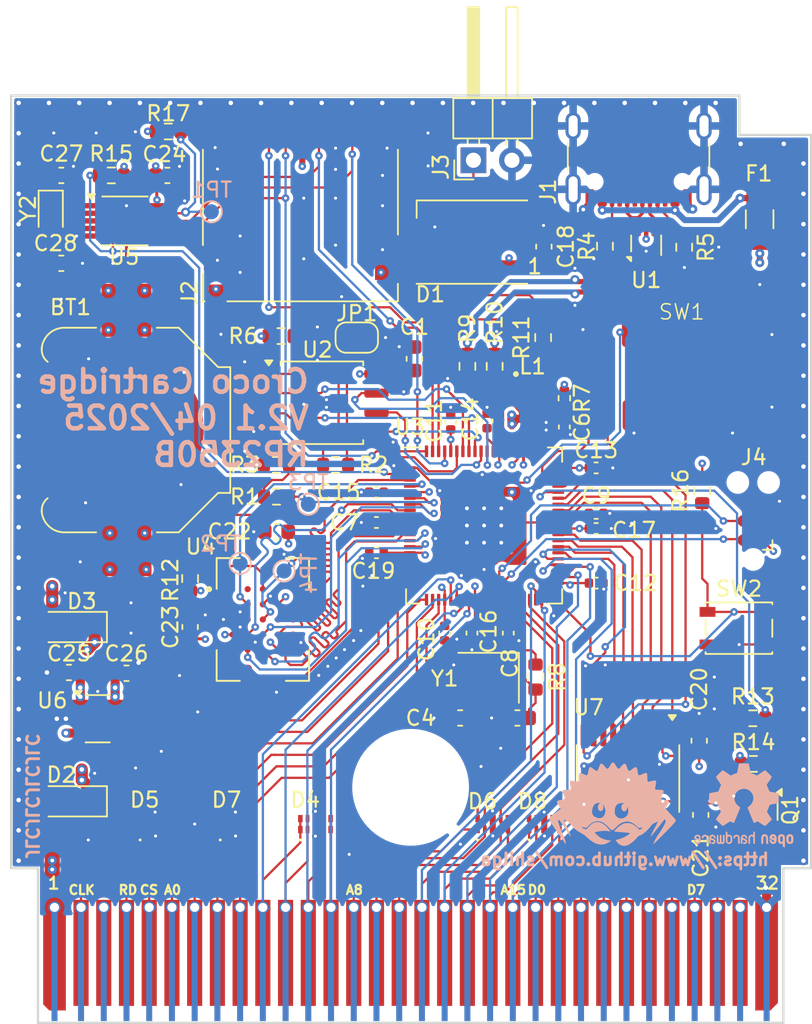
<source format=kicad_pcb>
(kicad_pcb (version 20241229) (generator "pcbnew") (generator_version "9.0")
  (layers (0 "F.Cu" signal) (4 "In1.Cu" signal) (6 "In2.Cu" signal) (2 "B.Cu" signal) (13 "F.Paste" user) (15 "B.Paste" user) (5 "F.SilkS" user "F.Silkscreen") (7 "B.SilkS" user "B.Silkscreen") (1 "F.Mask" user) (3 "B.Mask" user) (25 "Edge.Cuts" user))
  (net 0 "")
  (net 1 "+3V3")
  (net 2 "GND")
  (net 3 "/CPU/VREG_AVDD")
  (net 4 "+1V1")
  (net 6 "LED_DIN")
  (net 7 "/CPU/VBUS_raw")
  (net 8 "VBUS")
  (net 9 "USB_D+")
  (net 10 "Net-(J1-CC1)")
  (net 11 "USB_D-")
  (net 14 "Net-(J1-CC2)")
  (net 15 "SWCLK")
  (net 16 "RST")
  (net 17 "SWDIO")
  (net 18 "QSPI_SS")
  (net 19 "/CPU/FLASH_SS")
  (net 20 "DEBUG_UART_TX")
  (net 21 "USB_D_prot+")
  (net 22 "USB_D_prot-")
  (net 23 "SD_CARD_CS")
  (net 24 "QSPI_SD0")
  (net 25 "QSPI_SD2")
  (net 26 "QSPI_SD1")
  (net 27 "QSPI_SD3")
  (net 28 "QSPI_SCLK")
  (net 29 "/CPU/HYPERRAM_DQ1")
  (net 30 "/CPU/HYPERRAM_DQ3")
  (net 31 "/CPU/HYPERRAM_DQ4")
  (net 32 "DATA_BUS7")
  (net 33 "SPI_MOSI")
  (net 34 "DATA_BUS5")
  (net 35 "/CPU/HYPERRAM_DQ0")
  (net 36 "SPI_MISO")
  (net 37 "/CPU/HYPERRAM_DQ2")
  (net 38 "HYPERRAM_CS")
  (net 39 "BUS_RST")
  (net 40 "DATA_BUS3")
  (net 41 "DATA_BUS4")
  (net 42 "DATA_BUS6")
  (net 43 "HYPERRAM_CLK")
  (net 44 "/CPU/HYPERRAM_DQ5")
  (net 45 "/CPU/HYPERRAM_DQ6")
  (net 46 "DATA_BUS2")
  (net 47 "SPI_CLK")
  (net 48 "HYPERRAM_RWDS")
  (net 49 "DATA_BUS1")
  (net 50 "/CPU/VREG_LX")
  (net 51 "DATA_BUS0")
  (net 52 "/CPU/HYPERRAM_DQ7")
  (net 60 "GB_CLK")
  (net 61 "GB_A6")
  (net 62 "GB_A7")
  (net 63 "GB_A5")
  (net 64 "GB_D0")
  (net 65 "GB_D7")
  (net 66 "GB_A9")
  (net 67 "GB_A4")
  (net 68 "GB_D6")
  (net 69 "GB_D1")
  (net 70 "GB_RD")
  (net 71 "GB_D5")
  (net 72 "VCC")
  (net 73 "GB_D4")
  (net 75 "GB_A0")
  (net 76 "GB_D3")
  (net 77 "GB_A8")
  (net 78 "GB_A3")
  (net 79 "GB_A12")
  (net 80 "GB_A14")
  (net 81 "GB_A10")
  (net 82 "GB_A2")
  (net 83 "GB_A13")
  (net 84 "GB_RST")
  (net 85 "GB_A11")
  (net 86 "GB_A15")
  (net 88 "GB_A1")
  (net 89 "GB_D2")
  (net 90 "RTC_CS")
  (net 91 "+5V")
  (net 92 "Net-(Q1-G)")
  (net 93 "Net-(U3-XIN)")
  (net 94 "Net-(C5-Pad2)")
  (net 95 "unconnected-(J2-DET_B-Pad9)")
  (net 96 "unconnected-(J2-DET_A-Pad10)")
  (net 99 "Net-(J3-Pin_1)")
  (net 101 "Net-(U3-XOUT)")
  (net 102 "Net-(U3-USB_DP)")
  (net 103 "Net-(U3-USB_DM)")
  (net 104 "Net-(U5-MFP)")
  (net 106 "+BATT")
  (net 107 "Net-(U5-X1)")
  (net 108 "Net-(U5-X2)")
  (net 109 "BUTTON")
  (net 110 "GBBUS_EN")
  (net 111 "GB_CS")
  (footprint "Capacitor_SMD:C_0402_1005Metric" (layer "F.Cu") (at 137.5 90.6 180)
    (property "Reference" "C7")
    (property "Value" "100n")
  )
  (footprint "Resistor_SMD:R_0603_1608Metric" (layer "F.Cu") (at 157.81 72.44 -90)
    (property "Reference" "R5")
    (property "Value" "5k1")
  )
  (footprint "Capacitor_SMD:C_0603_1608Metric" (layer "F.Cu") (at 158.9 109.9 90)
    (property "Reference" "C21")
    (property "Value" "100nF")
  )
  (footprint "Crystal:Crystal_SMD_TXC_9HT11-2Pin_2.0x1.2mm" (layer "F.Cu") (at 116 69.9 -90)
    (property "Reference" "Y2")
    (property "Value" "32.768kHz")
  )
  (footprint "Resistor_SMD:R_0603_1608Metric" (layer "F.Cu") (at 162.38 106.53)
    (property "Reference" "R14")
    (property "Value" "10k")
  )
  (footprint "Resistor_SMD:R_0603_1608Metric" (layer "F.Cu") (at 143.5 80.3 90)
    (property "Reference" "R9")
    (property "Value" "27R")
  )
  (footprint "Resistor_SMD:R_0402_1005Metric" (layer "F.Cu") (at 149.9 82.4 -90)
    (property "Reference" "R7")
    (property "Value" "33")
  )
  (footprint "" (layer "F.Cu") (at 139.753038 108.075958)
    (property "Reference" "" (hide yes))
    (property "Value" "" (hide yes))
  )
  (footprint "Button_Switch_SMD:SW_SPST_PTS810" (layer "F.Cu") (at 161.425 97.575)
    (property "Reference" "SW2")
    (property "Value" "SW_Push")
  )
  (footprint "Package_TO_SOT_SMD:SOT-23-5" (layer "F.Cu") (at 119.1 103.55)
    (property "Reference" "U6")
    (property "Value" "AP2112K-3.3")
  )
  (footprint "Capacitor_SMD:C_0402_1005Metric" (layer "F.Cu") (at 152 87)
    (property "Reference" "C13")
    (property "Value" "100n")
  )
  (footprint "Resistor_SMD:R_0603_1608Metric" (layer "F.Cu") (at 134.8 86.8 180)
    (property "Reference" "R2")
    (property "Value" "0R")
  )
  (footprint "Connector:Tag-Connect_TC2030-IDC-NL_2x03_P1.27mm_Vertical" (layer "F.Cu") (at 162.365 90.5 90)
    (property "Reference" "J4")
    (property "Value" "Conn_01x06")
  )
  (footprint "Capacitor_SMD:C_0402_1005Metric" (layer "F.Cu") (at 152 94.6)
    (property "Reference" "C12")
    (property "Value" "100n")
  )
  (footprint "CrocoV2:BGA25C100P5X5_800X600X120N" (layer "F.Cu") (at 130 97)
    (property "Reference" "U4")
    (property "Value" "W956A8MBYA5I")
  )
  (footprint "CrocoV2:L_pol_2016" (layer "F.Cu") (at 147.6 82.108211)
    (property "Reference" "L1")
    (property "Value" "3.3u")
  )
  (footprint "Capacitor_SMD:C_0603_1608Metric" (layer "F.Cu") (at 125.2 97.5 -90)
    (property "Reference" "C23")
    (property "Value" "100nF")
  )
  (footprint "Resistor_SMD:R_0603_1608Metric" (layer "F.Cu") (at 145.3 80.3 90)
    (property "Reference" "R10")
    (property "Value" "27R")
  )
  (footprint "Resistor_SMD:R_0603_1608Metric" (layer "F.Cu") (at 125.2 94.3 -90)
    (property "Reference" "R12")
    (property "Value" "10k")
  )
  (footprint "Capacitor_SMD:C_0402_1005Metric" (layer "F.Cu") (at 152 90)
    (property "Reference" "C9")
    (property "Value" "100n")
  )
  (footprint "CrocoV2:C_0402_1005Metric_small_pads" (layer "F.Cu") (at 147.595598 84.730388)
    (property "Reference" "C2" (hide yes))
    (property "Value" "4.7u")
  )
  (footprint "Capacitor_SMD:C_0402_1005Metric" (layer "F.Cu") (at 142.4 83.98 90)
    (property "Reference" "C11")
    (property "Value" "100n")
  )
  (footprint "Capacitor_SMD:C_0603_1608Metric" (layer "F.Cu") (at 146.8 103.5)
    (property "Reference" "C5" (hide yes))
    (property "Value" "15pF")
  )
  (footprint "Capacitor_SMD:C_0402_1005Metric" (layer "F.Cu") (at 143.8 97.9 -90)
    (property "Reference" "C16")
    (property "Value" "100n")
  )
  (footprint "Capacitor_SMD:C_0402_1005Metric" (layer "F.Cu") (at 149.9 84.3 -90)
    (property "Reference" "C6")
    (property "Value" "4.7u")
  )
  (footprint "Resistor_SMD:R_0603_1608Metric" (layer "F.Cu") (at 130.9 86.8 180)
    (property "Reference" "R3")
    (property "Value" "10k")
  )
  (footprint "Capacitor_SMD:C_0603_1608Metric" (layer "F.Cu") (at 143.025 103.5)
    (property "Reference" "C4")
    (property "Value" "15pF")
  )
  (footprint "Capacitor_SMD:C_0603_1608Metric" (layer "F.Cu") (at 116.7 67.7)
    (property "Reference" "C27")
    (property "Value" "4.3.pF")
  )
  (footprint "CrocoV2:GameBoy_soft_button" (layer "F.Cu") (at 157.7 80.8)
    (property "Reference" "SW1")
    (property "Value" "SW_Push")
  )
  (footprint "Diode_SMD:D_SOD-123F" (layer "F.Cu") (at 117.5 109 180)
    (property "Reference" "D2")
    (property "Value" "D_Schottky")
  )
  (footprint "Capacitor_SMD:C_0603_1608Metric" (layer "F.Cu") (at 158.8 105 -90)
    (property "Reference" "C20")
    (property "Value" "100nF")
  )
  (footprint "Capacitor_SMD:C_0402_1005Metric" (layer "F.Cu") (at 144.8 83.9 90)
    (property "Reference" "C14")
    (property "Value" "100n")
  )
  (footprint "Capacitor_SMD:C_0603_1608Metric" (layer "F.Cu") (at 148.55 72.4 -90)
    (property "Reference" "C18")
    (property "Value" "100nF")
  )
  (footprint "Package_TO_SOT_SMD:SOT-666" (layer "F.Cu") (at 155.3 72.31 90)
    (property "Reference" "U1")
    (property "Value" "USBLC6-2P6")
  )
  (footprint "Resistor_SMD:R_0603_1608Metric" (layer "F.Cu") (at 148 100.8 -90)
    (property "Reference" "R8")
    (property "Value" "1k")
  )
  (footprint "Fuse:Fuse_1206_3216Metric" (layer "F.Cu") (at 162.79 70.59 90)
    (property "Reference" "F1")
    (property "Value" "Polyfuse")
  )
  (footprint "Capacitor_SMD:C_0603_1608Metric" (layer "F.Cu") (at 130.9 91.2125)
    (property "Reference" "C22")
    (property "Value" "100nF")
  )
  (footprint "Capacitor_SMD:C_0603_1608Metric" (layer "F.Cu") (at 116.7 73.5 180)
    (property "Reference" "C28")
    (property "Value" "4.3pF")
  )
  (footprint "Package_TO_SOT_SMD:SOT-23" (layer "F.Cu") (at 162.4125 109.58 -90)
    (property "Reference" "Q1")
    (property "Value" "CJ2302")
  )
  (footprint "Resistor_SMD:R_0603_1608Metric" (layer "F.Cu") (at 159 88.5 90)
    (property "Reference" "R16")
    (property "Value" "10k")
  )
  (footprint "Resistor_SMD:R_0603_1608Metric" (layer "F.Cu") (at 130.9 88.9 180)
    (property "Reference" "R1")
    (property "Value" "0R")
  )
  (footprint "Connector_Card:microSD_HC_Hirose_DM3D-SF" (layer "F.Cu") (at 132.48 70.225 180)
    (property "Reference" "J2")
    (property "Value" "Micro_SD_Card_Det2")
  )
  (footprint "Jumper:SolderJumper-2_P1.3mm_Open_RoundedPad1.0x1.5mm" (layer "F.Cu") (at 136.2 78.4)
    (property "Reference" "JP1")
    (property "Value" "USB_BOOT_SEL")
  )
  (footprint "LED_SMD:LED_WS2812B_PLCC4_5.0x5.0mm_P3.2mm" (layer "F.Cu") (at 143.8 72.1 180)
    (property "Reference" "D1")
    (property "Value" "WS2812B")
  )
  (footprint "Resistor_SMD:R_0603_1608Metric" (layer "F.Cu") (at 131.2 78.3 180)
    (property "Reference" "R6")
    (property "Value" "10k")
  )
  (footprint "Package_SO:TSSOP-20_4.4x6.5mm_P0.65mm" (layer "F.Cu") (at 154.1 107.5 -90)
    (property "Reference" "U7")
    (property "Value" "TXB0108PW")
  )
  (footprint "Crystal:Crystal_SMD_TXC_7M-4Pin_3.2x2.5mm" (layer "F.Cu") (at 144.9 100.85 180)
    (property "Reference" "Y1")
    (property "Value" "12MHz")
  )
  (footprint "Resistor_SMD:R_0603_1608Metric" (layer "F.Cu") (at 120 67.7)
    (property "Reference" "R15")
    (property "Value" "10k")
  )
  (footprint "Capacitor_SMD:C_0402_1005Metric" (layer "F.Cu") (at 152 91)
    (property "Reference" "C17")
    (property "Value" "100n")
  )
  (footprint "Capacitor_SMD:C_0603_1608Metric" (layer "F.Cu") (at 123.7 67.7 180)
    (property "Reference" "C24")
    (property "Value" "100nF")
  )
  (footprint "Resistor_SMD:R_0603_1608Metric" (layer "F.Cu") (at 152.58 72.37 -90)
    (property "Reference" "R4")
    (property "Value" "5k1")
  )
  (footprint "CrocoV2:TVS_AOZ8809DI-05" (layer "F.Cu") (at 148.575 110.5 90)
    (property "Reference" "D8")
    (property "Value" "AOZ8809DI-05")
  )
  (footprint "Connector_PinHeader_2.54mm:PinHeader_1x02_P2.54mm_Horizontal" (layer "F.Cu") (at 143.9 66.7 90)
    (property "Reference" "J3")
    (property "Value" "DBG_UART")
  )
  (footprint "Capacitor_SMD:C_0402_1005Metric" (layer "F.Cu") (at 137.5 92.6 180)
    (property "Reference" "C19")
    (property "Value" "100n")
  )
  (footprint "Capacitor_SMD:C_0402_1005Metric" (layer "F.Cu") (at 142 97.9 -90)
    (property "Reference" "C10")
    (property "Value" "100n")
  )
  (footprint "Resistor_SMD:R_0603_1608Metric" (layer "F.Cu") (at 123.76 64.8 180)
    (property "Reference" "R17")
    (property "Value" "10k")
  )
  (footprint "Battery:BatteryHolder_Keystone_3000_1x12mm" (layer "F.Cu") (at 121 84.5 -90)
    (property "Reference" "BT1")
    (property "Value" "Battery_Cell")
  )
  (footprint "Resistor_SMD:R_0603_1608Metric" (layer "F.Cu") (at 162.34 103.52)
    (property "Reference" "R13")
    (property "Value" "1k")
  )
  (footprint "Package_SO:SOIC-8_5.23x5.23mm_P1.27mm" (layer "F.Cu") (at 133.9 82.7)
    (property "Reference" "U2")
    (property "Value" "W25Q16JVSSIQ")
  )
  (footprint "Connector_USB:USB_C_Receptacle_GCT_USB4105-xx-A_16P_TopMnt_Horizontal" (layer "F.Cu") (at 154.8 65.51 180)
    (property "Reference" "J1")
    (property "Value" "USB_C_Receptacle_USB2.0")
  )
  (footprint "Capacitor_SMD:C_0402_1005Metric" (layer "F.Cu") (at 137.5 88.6 180)
    (property "Reference" "C15")
    (property "Value" "100n")
  )
  (footprint "Capacitor_SMD:C_0603_1608Metric" (layer "F.Cu") (at 117.2 100.5)
    (property "Reference" "C25")
    (property "Value" "1uF")
  )
  (footprint "CrocoV2:GameBoy_Cartridge_EdgeConnector" (layer "F.Cu") (at 139.775 123.45)
    (property "Reference" "J5" (hide yes))
    (property "Value" "CartBus" (hide yes))
  )
  (footprint "Diode_SMD:D_SOD-123F" (layer "F.Cu") (at 117.5 97.5 180)
    (property "Reference" "D3")
    (property "Value" "D_Schottky")
  )
  (footprint "Capacitor_SMD:C_0402_1005Metric" (layer "F.Cu") (at 146.2 97.9 -90)
    (property "Reference" "C8")
    (property "Value" "4.7u")
  )
  (footprint "CrocoV2:TVS_AOZ8809DI-05" (layer "F.Cu") (at 128.1875 110.5 90)
    (property "Reference" "D7")
    (property "Value" "AOZ8809DI-05")
  )
  (footprint "Resistor_SMD:R_0603_1608Metric" (layer "F.Cu") (at 148.5 78.4 90)
    (property "Reference" "R11")
    (property "Value" "10R")
  )
  (footprint "CrocoV2:C_0402_1005Metric_small_pads" (layer "F.Cu") (at 147.600257 83.760167)
    (property "Reference" "C3" (hide yes))
    (property "Value" "4.7u")
  )
  (footprint "CrocoV2:TVS_AOZ8809DI-05" (layer "F.Cu") (at 133.475 110.5 90)
    (property "Reference" "D4")
    (property "Value" "AOZ8809DI-05")
  )
  (footprint "Package_SO:MSOP-10_3x3mm_P0.5mm" (layer "F.Cu") (at 120.9 70.7)
    (property "Reference" "U5")
    (property "Value" "MCP79510")
  )
  (footprint "CrocoV2:TVS_AOZ8809DI-05" (layer "F.Cu") (at 122.9 110.5 90)
    (property "Reference" "D5")
    (property "Value" "AOZ8809DI-05")
  )
  (footprint "Capacitor_SMD:C_0603_1608Metric" (layer "F.Cu") (at 121 100.55 180)
    (property "Reference" "C26")
    (property "Value" "1uF")
  )
  (footprint "Capacitor_SMD:C_0603_1608Metric" (layer "F.Cu") (at 140 79.8 -90)
    (property "Reference" "C1")
    (property "Value" "100nF")
  )
  (footprint "CrocoV2:TVS_AOZ8809DI-05" (layer "F.Cu") (at 145.175 110.5 90)
    (property "Reference" "D6")
    (property "Value" "AOZ8809DI-05")
  )
  (footprint "CrocoV2:RP2350-QFN-80-1EP_10x10_P0.4mm_EP3.4x3.4mm_ThermalVias" (layer "F.Cu") (at 144.6035 90.8)
    (property "Reference" "U3")
    (property "Value" "RP2350_80QFN")
  )
  (footprint "TestPoint:TestPoint_Pad_D1.0mm" (layer "B.Cu") (at 133 89.4 180)
    (property "Reference" "TP3")
    (property "Value" "TestPoint")
  )
  (footprint "Symbol:OSHW-Logo2_7.3x6mm_SilkScreen" (layer "B.Cu") (at 161.75 109.26 180)
    (property "Reference" "REF**" (hide yes))
    (property "Value" "OSHW-Logo2_7.3x6mm_SilkScreen" (hide yes))
  )
  (footprint "TestPoint:TestPoint_Pad_D1.0mm" (layer "B.Cu") (at 128.5 93.3 180)
    (property "Reference" "TP2")
    (property "Value" "TestPoint")
  )
  (footprint "TestPoint:TestPoint_Pad_D1.0mm" (layer "B.Cu") (at 126.6 70.1 180)
    (property "Reference" "TP1")
    (property "Value" "TestPoint")
  )
  (footprint "TestPoint:TestPoint_Pad_D1.0mm" (layer "B.Cu") (at 131.4 93.8 180)
    (property "Reference" "TP4")
    (property "Value" "TestPoint")
  )
  (footprint "LOGO" (layer "B.Cu") (at 153.070344 109.126169 180)
    (property "Reference" "G***" (hide yes))
    (property "Value" "LOGO" (hide yes))
  )
  (gr_line (start 113.383038 113.416285) (end 113.383038 62.425958) (stroke (width 0.15)) (layer "Edge.Cuts"))
  (gr_line (start 164.353038 123.616285) (end 164.353038 113.416285) (stroke (width 0.15)) (layer "Edge.Cuts"))
  (gr_line (start 115.153038 123.616285) (end 164.353038 123.616285) (stroke (width 0.15)) (layer "Edge.Cuts"))
  (gr_line (start 113.383038 62.425958) (end 161.453038 62.425958) (stroke (width 0.15)) (layer "Edge.Cuts"))
  (gr_line (start 166.183038 65.025958) (end 161.453038 65.025958) (stroke (width 0.15)) (layer "Edge.Cuts"))
  (gr_line (start 164.353038 113.416285) (end 166.183038 113.416285) (stroke (width 0.15)) (layer "Edge.Cuts"))
  (gr_line (start 166.183038 113.416285) (end 166.183038 65.025958) (stroke (width 0.15)) (layer "Edge.Cuts"))
  (gr_line (start 161.453038 62.425958) (end 161.453038 65.025958) (stroke (width 0.15)) (layer "Edge.Cuts"))
  (gr_line (start 115.153038 113.416285) (end 113.383038 113.416285) (stroke (width 0.15)) (layer "Edge.Cuts"))
  (gr_line (start 115.153038 123.616285) (end 115.153038 113.416285) (stroke (width 0.15)) (layer "Edge.Cuts"))
  (gr_text "CS" (at 121.8 115.2 0) (layer "F.SilkS") (effects (font (size 0.6 0.6)) (justify left bottom)))
  (gr_text "CLK" (at 117.1 115.2 0) (layer "F.SilkS") (effects (font (size 0.6 0.6)) (justify left bottom)))
  (gr_text "RD" (at 120.4 115.2 0) (layer "F.SilkS") (effects (font (size 0.6 0.6)) (justify left bottom)))
  (gr_text "A8" (at 135.4 115.2 0) (layer "F.SilkS") (effects (font (size 0.6 0.6)) (justify left bottom)))
  (gr_text "D0" (at 147.4 115.2 0) (layer "F.SilkS") (effects (font (size 0.6 0.6)) (justify left bottom)))
  (gr_text "A15" (at 145.6 115.2 0) (layer "F.SilkS") (effects (font (size 0.6 0.6)) (justify left bottom)))
  (gr_text "A0" (at 123.4 115.2 0) (layer "F.SilkS") (effects (font (size 0.6 0.6)) (justify left bottom)))
  (gr_text "D7" (at 157.9 115.2 0) (layer "F.SilkS") (effects (font (size 0.6 0.6)) (justify left bottom)))
  (gr_text "https://www.github.com/shilga" (at 163.5 113.3 0) (layer "B.SilkS") (effects (font (size 0.8 0.8) (thickness 0.1875)) (justify left bottom mirror)))
  (gr_text "Croco Cartridge\nV2.1 04/2025\nRP2350B" (at 133.2 87 0) (layer "B.SilkS") (effects (font (size 1.5 1.5) (thickness 0.3) (bold yes)) (justify left bottom mirror)))
  (gr_text "JLCJLCJLCJLC" (at 114.3 112.9 -90) (layer "B.SilkS") (effects (font (size 0.8 0.8) (thickness 0.1875)) (justify left bottom mirror)))
  (segment (start 163 91.77) (end 163 91.8) (width 0.15) (layer "F.Cu") (net 1))
  (segment (start 122.925 67.7) (end 122.925 67.085) (width 0.2) (layer "F.Cu") (net 1))
  (segment (start 120.25 101.5) (end 120.25 100.575) (width 0.6) (layer "F.Cu") (net 1))
  (segment (start 142.0035 95.074303) (end 141.807272 94.878075) (width 0.15) (layer "F.Cu") (net 1))
  (segment (start 139.707 88.6) (end 137.98 88.6) (width 0.15) (layer "F.Cu") (net 1))
  (segment (start 126.175 98.275) (end 126.2 98.3) (width 0.2) (layer "F.Cu") (net 1))
  (segment (start 150.275 94.725) (end 150.15 94.6) (width 0.15) (layer "F.Cu") (net 1))
  (segment (start 142.4035 84.4635) (end 142.4 84.46) (width 0.15) (layer "F.Cu") (net 1))
  (segment (start 145.6035 85.9035) (end 145.2035 85.9035) (width 0.15) (layer "F.Cu") (net 1))
  (segment (start 125.875 95.125) (end 125.9 95.1) (width 0.15) (layer "F.Cu") (net 1))
  (segment (start 145.2035 85.9035) (end 145.2035 85.445284) (width 0.15) (layer "F.Cu") (net 1))
  (segment (start 131.675 91.775) (end 131.7 91.8) (width 0.2) (layer "F.Cu") (net 1))
  (segment (start 120.2375 102.6) (end 120.2375 102.1125) (width 0.6) (layer "F.Cu") (net 1))
  (segment (start 144.0035 94.8035) (end 144 94.8) (width 0.15) (layer "F.Cu") (net 1))
  (segment (start 144.0035 95.6965) (end 144.0035 94.8035) (width 0.15) (layer "F.Cu") (net 1))
  (segment (start 140.567839 92.6) (end 140.715969 92.74813) (width 0.15) (layer "F.Cu") (net 1))
  (segment (start 123 69.3) (end 123 67.775) (width 0.2) (layer "F.Cu") (net 1))
  (segment (start 131 99) (end 130.5 98.5) (width 0.15) (layer "F.Cu") (net 1))
  (segment (start 120.825 67.125) (end 120.84 67.11) (width 0.15) (layer "F.Cu") (net 1))
  (segment (start 156.375 105.775) (end 156.6 106) (width 0.15) (layer "F.Cu") (net 1))
  (segment (start 128 98) (end 127.5 98) (width 0.15) (layer "F.Cu") (net 1))
  (segment (start 156.375 104.6375) (end 156.375 105.775) (width 0.15) (layer "F.Cu") (net 1))
  (segment (start 142.4035 85.1285) (end 142.4 85.125) (width 0.15) (layer "F.Cu") (net 1))
  (segment (start 142.0035 95.6965) (end 142.0035 97.4165) (width 0.15) (layer "F.Cu") (net 1))
  (segment (start 161.4675 106.0025) (end 161.49 105.98) (width 0.15) (layer "F.Cu") (net 1))
  (segment (start 144.0035 95.6965) (end 144.0035 97.2165) (width 0.15) (layer "F.Cu") (net 1))
  (segment (start 145.6035 86.716243) (end 145.520207 86.799536) (width 0.15) (layer "F.Cu") (net 1))
  (segment (start 137.5 80.795) (end 139.78 80.795) (width 0.15) (layer "F.Cu") (net 1))
  (segment (start 139.707 88.6) (end 140.962322 88.6) (width 0.15) (layer "F.Cu") (net 1))
  (segment (start 130.375 78.3) (end 129.9 78.3) (width 0.15) (layer "F.Cu") (net 1))
  (segment (start 150.4 94.6) (end 151.52 94.6) (width 0.15) (layer "F.Cu") (net 1))
  (segment (start 139.78 80.795) (end 140 80.575) (width 0.15) (layer "F.Cu") (net 1))
  (segment (start 122.935 64.8) (end 122.41 64.8) (width 0.15) (layer "F.Cu") (net 1))
  (segment (start 150.275 94.725) (end 150.4 94.6) (width 0.15) (layer "F.Cu") (net 1))
  (segment (start 158.8 105.775) (end 158.8 106.7) (width 0.15) (layer "F.Cu") (net 1))
  (segment (start 149.5 87) (end 150.9 87) (width 0.15) (layer "F.Cu") (net 1))
  (segment (start 122.925 67.085) (end 122.93 67.08) (width 0.2) (layer "F.Cu") (net 1))
  (segment (start 142.4035 85.9035) (end 142.4035 85.1285) (width 0.15) (layer "F.Cu") (net 1))
  (segment (start 120.25 100.575) (end 120.225 100.55) (width 0.6) (layer "F.Cu") (net 1))
  (segment (start 125.2 95.125) (end 125.875 95.125) (width 0.15) (layer "F.Cu") (net 1))
  (segment (start 163 91.8) (end 163.7 92.5) (width 0.15) (layer "F.Cu") (net 1))
  (segment (start 144.0035 97.2165) (end 143.8 97.42) (width 0.15) (layer "F.Cu") (net 1))
  (segment (start 132.605 67.095) (end 132.605 64.875) (width 0.4) (layer "F.Cu") (net 1))
  (segment (start 147.2035 86.7965) (end 147.2 86.8) (width 0.15) (layer "F.Cu") (net 1))
  (segment (start 150.15 94.6) (end 149.5 94.6) (width 0.15) (layer "F.Cu") (net 1))
  (segment (start 130.075 86.8) (end 129.6 86.8) (width 0.15) (layer "F.Cu") (net 1))
  (segment (start 151.52 87) (end 150.9 87) (width 0.15) (layer "F.Cu") (net 1))
  (segment (start 157.7 106) (end 156.6 106) (width 0.15) (layer "F.Cu") (net 1))
  (segment (start 131 96) (end 131.5 95.5) (width 0.15) (layer "F.Cu") (net 1))
  (segment (start 149.9 81.89) (end 149.9 81.5) (width 0.2) (layer "F.Cu") (net 1))
  (segment (start 145.2035 85.445284) (end 144.8 85.041784) (width 0.15) (layer "F.Cu") (net 1))
  (segment (start 122.41 64.8) (end 122.4 64.79) (width 0.15) (layer "F.Cu") (net 1))
  (segment (start 151.52 91) (end 150.9 91) (width 0.15) (layer "F.Cu") (net 1))
  (segment (start 120.825 67.7) (end 120.825 67.125) (width 0.15) (layer "F.Cu") (net 1))
  (segment (start 137.5 80.795) (end 136.405 80.795) (width 0.15) (layer "F.Cu") (net 1))
  (segment (start 140.962322 88.6) (end 140.978096 88.584226) (width 0.15) (layer "F.Cu") (net 1))
  (segment (start 144.8 85.041784) (end 144.8 84.38) (width 0.15) (layer "F.Cu") (net 1))
  (segment (start 120.2375 102.1125) (end 120.25 102.1) (width 0.6) (layer "F.Cu") (net 1))
  (segment (start 149.5 91) (end 150.9 91) (width 0.15) (layer "F.Cu") (net 1))
  (segment (start 120.25 102.1) (end 120.25 101.5) (width 0.6) (layer "F.Cu") (net 1))
  (segment (start 142.0035 95.6965) (end 142.0035 95.074303) (width 0.15) (layer "F.Cu") (net 1))
  (segment (start 139.707 92.6) (end 140.567839 92.6) (width 0.15) (layer "F.Cu") (net 1))
  (segment (start 161.4675 106.53) (end 161.4675 106.0025) (width 0.15) (layer "F.Cu") (net 1))
  (segment (start 159 87.675) (end 159 86.7) (width 0.15) (layer "F.Cu") (net 1))
  (segment (start 147.2035 85.9035) (end 147.2035 86.7965) (width 0.15) (layer "F.Cu") (net 1))
  (segment (start 142.0035 97.4165) (end 142 97.42) (width 0.15) (layer "F.Cu") (net 1))
  (segment (start 125.2 98.275) (end 126.175 98.275) (width 0.2) (layer "F.Cu") (net 1))
  (segment (start 123.0125 69.3125) (end 123.0125 69.7) (width 0.2) (layer "F.Cu") (net 1))
  (segment (start 123 67.775) (end 122.925 67.7) (width 0.2) (layer "F.Cu") (net 1))
  (segment (start 145.6035 85.9035) (end 145.6035 86.716243) (width 0.15) (layer "F.Cu") (net 1))
  (segment (start 136.405 80.795) (end 136.4 80.8) (width 0.15) (layer "F.Cu") (net 1))
  (segment (start 132.6 67.1) (end 132.605 67.095) (width 0.4) (layer "F.Cu") (net 1))
  (segment (start 158.8 105.775) (end 157.925 105.775) (width 0.15) (layer "F.Cu") (net 1))
  (segment (start 131.675 91.2125) (end 131.675 91.9875) (width 0.2) (layer "F.Cu") (net 1))
  (segment (start 149.5 87.4) (end 149.5 87) (width 0.15) (layer "F.Cu") (net 1))
  (segment (start 146.25 73.75) (end 146.25 73.15) (width 0.2) (layer "F.Cu") (net 1))
  (segment (start 157.925 105.775) (end 157.7 106) (width 0.15) (layer "F.Cu") (net 1))
  (segment (start 139.707 92.6) (end 137.98 92.6) (width 0.15) (layer "F.Cu") (net 1))
  (segment (start 142.4 84.46) (end 142.4 85.125) (width 0.15) (layer "F.Cu") (net 1))
  (via (at 132.6 67.1) (size 0.5) (drill 0.2) (layers "F.Cu" "B.Cu") (net 1))
  (via (at 159 86.7) (size 0.5) (drill 0.2) (layers "F.Cu" "B.Cu") (net 1))
  (via (at 123.0125 69.3125) (size 0.5) (drill 0.2) (layers "F.Cu" "B.Cu") (net 1))
  (via (at 122.4 64.79) (size 0.5) (drill 0.2) (layers "F.Cu" "B.Cu") (net 1))
  (via (at 140.715969 92.74813) (size 0.5) (drill 0.2) (layers "F.Cu" "B.Cu") (net 1))
  (via (at 161.49 105.98) (size 0.5) (drill 0.2) (layers "F.Cu" "B.Cu") (net 1))
  (via (at 125.9 95.1) (size 0.5) (drill 0.2) (layers "F.Cu" "B.Cu") (net 1))
  (via (at 130.5 98.5) (size 0.5) (drill 0.2) (layers "F.Cu" "B.Cu") (net 1))
  (via (at 150.9 87) (size 0.5) (drill 0.2) (layers "F.Cu" "B.Cu") (net 1))
  (via (at 127.5 98) (size 0.5) (drill 0.2) (layers "F.Cu" "B.Cu") (net 1))
  (via (at 147.2 86.8) (size 0.5) (drill 0.2) (layers "F.Cu" "B.Cu") (net 1))
  (via (at 120.25 101.5) (size 0.6) (drill 0.3) (layers "F.Cu" "B.Cu") (net 1))
  (via (at 122.93 67.08) (size 0.5) (drill 0.2) (layers "F.Cu" "B.Cu") (net 1))
  (via (at 131.7 92.0125) (size 0.5) (drill 0.2) (layers "F.Cu" "B.Cu") (net 1))
  (via (at 156.6 106) (size 0.5) (drill 0.2) (layers "F.Cu" "B.Cu") (net 1))
  (via (at 140.978096 88.584226) (size 0.5) (drill 0.2) (layers "F.Cu" "B.Cu") (net 1))
  (via (at 146.25 73.15) (size 0.5) (drill 0.2) (layers "F.Cu" "B.Cu") (net 1))
  (via (at 149.9 81.5) (size 0.5) (drill 0.2) (layers "F.Cu" "B.Cu") (net 1))
  (via (at 150.275 94.725) (size 0.5) (drill 0.2) (layers "F.Cu" "B.Cu") (net 1))
  (via (at 131.5 95.5) (size 0.5) (drill 0.2) (layers "F.Cu" "B.Cu") (net 1))
  (via (at 126.2 98.3) (size 0.5) (drill 0.2) (layers "F.Cu" "B.Cu") (net 1))
  (via (at 163.7 92.5) (size 0.5) (drill 0.2) (layers "F.Cu" "B.Cu") (net 1))
  (via (at 120.84 67.11) (size 0.5) (drill 0.2) (layers "F.Cu" "B.Cu") (net 1))
  (via (at 141.807272 94.878075) (size 0.5) (drill 0.2) (layers "F.Cu" "B.Cu") (net 1))
  (via (at 129.6 86.8) (size 0.5) (drill 0.2) (layers "F.Cu" "B.Cu") (net 1))
  (via (at 158.8 106.7) (size 0.5) (drill 0.2) (layers "F.Cu" "B.Cu") (net 1))
  (via (at 142.4 85.125) (size 0.5) (drill 0.2) (layers "F.Cu" "B.Cu") (net 1))
  (via (at 120.25 102.1) (size 0.6) (drill 0.3) (layers "F.Cu" "B.Cu") (net 1))
  (via (at 145.520207 86.799536) (size 0.5) (drill 0.2) (layers "F.Cu" "B.Cu") (net 1))
  (via (at 129.9 78.3) (size 0.5) (drill 0.2) (layers "F.Cu" "B.Cu") (net 1))
  (via (at 136.4 80.8) (size 0.5) (drill 0.2) (layers "F.Cu" "B.Cu") (net 1))
  (via (at 150.9 91) (size 0.5) (drill 0.2) (layers "F.Cu" "B.Cu") (net 1))
  (via (at 144 94.8) (size 0.5) (drill 0.2) (layers "F.Cu" "B.Cu") (net 1))
  (segment (start 117.475 67.7) (end 117.475 67.125) (width 0.15) (layer "F.Cu") (net 2))
  (segment (start 145.18 111.19456) (end 145.175 111.18956) (width 0.15) (layer "F.Cu") (net 2))
  (segment (start 116.425 100.5) (end 115.75 100.5) (width 0.6) (layer "F.Cu") (net 2))
  (segment (start 117 103.55) (end 116.4 103.55) (width 0.6) (layer "F.Cu") (net 2))
  (segment (start 121.775 100.55) (end 121.775 99.875) (width 0.6) (layer "F.Cu") (net 2))
  (segment (start 142.72 98.38) (end 142.8 98.3) (width 0.15) (layer "F.Cu") (net 2))
  (segment (start 148.55 71.025) (end 148.525 71) (width 0.15) (layer "F.Cu") (net 2))
  (segment (start 121 86.6) (end 118.3 89.3) (width 0.4) (layer "F.Cu") (net 2))
  (segment (start 146.025 103.5) (end 145.1 103.5) (width 0.15) (layer "F.Cu") (net 2))
  (segment (start 139.025 79.025) (end 139 79) (width 0.15) (layer "F.Cu") (net 2))
  (segment (start 148.575 109.81044) (end 148.575 110.5) (width 0.15) (layer "F.Cu") (net 2))
  (segment (start 130.125 91.2125) (end 129.4 91.2125) (width 0.2) (layer "F.Cu") (net 2))
  (segment (start 159.35 98.65) (end 161.429636 98.65) (width 0.15) (layer "F.Cu") (net 2))
  (segment (start 124.475 67.7) (end 124.475 67.125) (width 0.15) (layer "F.Cu") (net 2))
  (segment (start 117.475 67.125) (end 117.5 67.1) (width 0.15) (layer "F.Cu") (net 2))
  (segment (start 142 98.38) (end 142.72 98.38) (width 0.15) (layer "F.Cu") (net 2))
  (segment (start 138.455 72.6) (end 137.9 72.6) (width 0.4) (layer "F.Cu") (net 2))
  (segment (start 145.175 109.81044) (end 145.175 110.5) (width 0.15) (layer "F.Cu") (net 2))
  (segment (start 132.036471 99) (end 132.511471 98.525) (width 0.15) (layer "F.Cu") (net 2))
  (segment (start 145.16 109.63) (end 145.16 109.79544) (width 0.15) (layer "F.Cu") (net 2))
  (segment (start 152.48 94.98) (end 152.5 95) (width 0.15) (layer "F.Cu") (net 2))
  (segment (start 146.2 98.38) (end 146.88 98.38) (width 0.15) (layer "F.Cu") (net 2))
  (segment (start 129.405 84.605) (end 129.4 84.6) (width 0.15) (layer "F.Cu") (net 2))
  (segment (start 121 84.5) (end 124.8 80.7) (width 0.4) (layer "F.Cu") (net 2))
  (segment (start 122.9 110.5) (end 122.9 111.27) (width 0.15) (layer "F.Cu") (net 2))
  (segment (start 146 101.7) (end 146 103.475) (width 0.15) (layer "F.Cu") (net 2))
  (segment (start 126.95 73.25) (end 127 73.3) (width 0.15) (layer "F.Cu") (net 2))
  (segment (start 133.47 109.66) (end 133.47 109.80544) (width 0.15) (layer "F.Cu") (net 2))
  (segment (start 163.25 116) (end 163.25 114.75) (width 0.6) (layer "F.Cu") (net 2))
  (segment (start 121 84.5) (end 121 86.6) (width 0.4) (layer "F.Cu") (net 2))
  (segment (start 151.6 69.5) (end 151.15 69.95) (width 0.4) (layer "F.Cu") (net 2))
  (segment (start 155.3 73.235) (end 155.3 72.7) (width 0.2) (layer "F.Cu") (net 2))
  (segment (start 137.02 92.6) (end 136.942464 92.6) (width 0.15) (layer "F.Cu") (net 2))
  (segment (start 128.19 109.71) (end 128.19 109.81) (width 0.15) (layer "F.Cu") (net 2))
  (segment (start 134.805 65.895) (end 134.8 65.9) (width 0.4) (layer "F.Cu") (net 2))
  (segment (start 164.07 89.23) (end 164.1 89.2) (width 0.15) (layer "F.Cu") (net 2))
  (segment (start 163 89.23) (end 164.07 89.23) (width 0.15) (layer "F.Cu") (net 2))
  (segment (start 144.8 83.1) (end 144.8 83) (width 0.15) (layer "F.Cu") (net 2))
  (segment (start 117.9625 103.55) (end 117 103.55) (width 0.6) (layer "F.Cu") (net 2))
  (segment (start 126.855 65.857441) (end 126.850259 65.862182) (width 0.4) (layer "F.Cu") (net 2))
  (segment (start 145.16 109.79544) (end 145.175 109.81044) (width 0.15) (layer "F.Cu") (net 2))
  (segment (start 148.57 109.80544) (end 148.575 109.81044) (width 0.15) (layer "F.Cu") (net 2))
  (segment (start 157.81 73.76) (end 157.825 73.775) (width 0.15) (layer "F.Cu") (net 2))
  (segment (start 121 84.5) (end 124.6 88.1) (width 0.4) (layer "F.Cu") (net 2))
  (segment (start 118.7875 71.7) (end 119.5 71.7) (width 0.15) (layer "F.Cu") (net 2))
  (segment (start 122.9 110.5) (end 122.9 109.72) (width 0.15) (layer "F.Cu") (net 2))
  (segment (start 152.48 87) (end 153.1 87) (width 0.15) (layer "F.Cu") (net 2))
  (segment (start 161.0875 108.6425) (end 161.08 108.65) (width 0.15) (layer "F.Cu") (net 2))
  (segment (start 143.8 100) (end 142.6 100) (width 0.15) (layer "F.Cu") (net 2))
  (segment (start 133.47 111.19456) (end 133.475 111.18956) (width 0.15) (layer "F.Cu") (net 2))
  (segment (start 148.59 111.20456) (end 148.575 111.18956) (width 0.15) (layer "F.Cu") (net 2))
  (segment (start 133.47 109.80544) (end 133.475 109.81044) (width 0.15) (layer "F.Cu") (net 2))
  (segment (start 134.805 64.875) (end 134.805 65.895) (width 0.4) (layer "F.Cu") (net 2))
  (segment (start 144.8 83.42) (end 144.8 83.1) (width 0.15) (layer "F.Cu") (net 2))
  (segment (start 151.855 73.195) (end 151.85 73.2) (width 0.2) (layer "F.Cu") (net 2))
  (segment (start 126.855 65) (end 126.855 65.857441) (width 0.4) (layer "F.Cu") (net 2))
  (segment (start 126.175 96.725) (end 126.2 96.7) (width 0.2) (layer "F.Cu") (net 2))
  (segment (start 136.85 78.4) (end 138.1 78.4) (width 0.15) (layer "F.Cu") (net 2))
  (segment (start 158.8 104.225) (end 158.8 103.2) (width 0.15) (layer "F.Cu") (net 2))
  (segment (start 148.55 71.625) (end 148.55 71.025) (width 0.15) (layer "F.Cu") (net 2))
  (segment (start 130.5 95.5) (end 130.5 95.463157) (width 0.15) (layer "F.Cu") (net 2))
  (segment (start 142.4 83.5) (end 142.4 83) (width 0.15) (layer "F.Cu") (net 2))
  (segment (start 118.7875 71.7) (end 117.7 71.7) (width 0.15) (layer "F.Cu") (net 2))
  (segment (start 158.9 110.675) (end 159.875 110.675) (width 0.15) (layer "F.Cu") (net 2))
  (segment (start 158.375 69.925) (end 158 69.55) (width 0.4) (layer "F.Cu") (net 2))
  (segment (start 151.6 69.19) (end 151.6 69.5) (width 0.4) (layer "F.Cu") (net 2))
  (segment (start 161.4625 108.6425) (end 161.0875 108.6425) (width 0.15) (layer "F.Cu") (net 2))
  (segment (start 128.19 109.81) (end 128.1875 109.8125) (width 0.15) (layer "F.Cu") (net 2))
  (segment (start 145.18 111.28) (end 145.18 111.19456) (width 0.15) (layer "F.Cu") (net 2))
  (segment (start 117.475 73.5) (end 118.1 73.5) (width 0.15) (layer "F.Cu") (net 2))
  (segment (start 136.942464 92.6) (end 136.571232 92.971232) (width 0.15) (layer "F.Cu") (net 2))
  (segment (start 128.1875 109.8125) (end 128.1875 110.5) (width 0.15) (layer "F.Cu") (net 2))
  (segment (start 121 84.5) (end 121 82.3) (width 0.4) (layer "F.Cu") (net 2))
  (segment (start 133.475 109.81044) (end 133.475 110.5) (width 0.15) (layer "F.Cu") (net 2))
  (segment (start 128.1875 111.1875) (end 128.1875 110.5) (width 0.15) (layer "F.Cu") (net 2))
  (segment (start 148.575 111.18956) (end 148.575 110.5) (width 0.15) (layer "F.Cu") (net 2))
  (segment (start 163.25 114.75) (end 163.2 114.7) (width 0.6) (layer "F.Cu") (net 2))
  (segment (start 128 97) (end 127.4 97) (width 0.15) (layer "F.Cu") (net 2))
  (segment (start 124.475 67.125) (end 124.5 67.1) (width 0.15) (layer "F.Cu") (net 2))
  (segment (start 132 99) (end 132.036471 99) (width 0.15) (layer "F.Cu") (net 2))
  (segment (start 158 69.55) (end 158 69.19) (width 0.4) (layer "F.Cu") (net 2))
  (segment (start 137.02 90.6) (end 136.5 90.6) (width 0.15) (layer "F.Cu") (net 2))
  (segment (start 140 79.025) (end 139.025 79.025) (width 0.15) (layer "F.Cu") (net 2))
  (segment (start 121.775 99.875) (end 121.8 99.85) (width 0.6) (layer "F.Cu") (net 2))
  (segment (start 122.9 111.27) (end 122.92 111.29) (width 0.15) (layer "F.Cu") (net 2))
  (segment (start 143.8 98.38) (end 143.8 99) (width 0.15) (layer "F.Cu") (net 2))
  (segment (start 126.505 73.25) (end 126.95 73.25) (width 0.15) (layer "F.Cu") (net 2))
  (segment (start 152.58 73.195) (end 151.855 73.195) (width 0.2) (layer "F.Cu") (net 2))
  (segment (start 122.9 109.72) (end 122.89 109.71) (width 0.15) (layer "F.Cu") (net 2))
  (segment (start 125.2 96.725) (end 126.175 96.725) (width 0.2) (layer "F.Cu") (net 2))
  (segment (start 148.57 109.71) (end 148.57 109.80544) (width 0.15) (layer "F.Cu") (net 2))
  (segment (start 146.88 98.38) (end 146.9 98.4) (width 0.15) (layer "F.Cu") (net 2))
  (segment (start 149.9 84.78) (end 150.28 84.78) (width 0.2) (layer "F.Cu") (net 2))
  (segment (start 148.59 111.29) (end 148.59 111.20456) (width 0.15) (layer "F.Cu") (net 2))
  (segment (start 161.429636 98.65) (end 161.437385 98.657749) (width 0.15) (layer "F.Cu") (net 2))
  (segment (start 159.875 110.675) (end 159.9 110.7) (width 0.15) (layer "F.Cu") (net 2))
  (segment (start 152.48 94.6) (end 152.48 94.98) (width 0.15) (layer "F.Cu") (net 2))
  (segment (start 141.35 70.45) (end 141.35 71.1) (width 0.15) (layer "F.Cu") (net 2))
  (segment (start 151.175 110.3625) (end 151.175 109.225) (width 0.15) (layer "F.Cu") (net 2))
  (segment (start 152.48 90) (end 152.9 90) (width 0.15) (layer "F.Cu") (net 2))
  (segment (start 163.5 98.65) (end 161.445134 98.65) (width 0.15) (layer "F.Cu") (net 2))
  (segment (start 133.475 111.18956) (end 133.475 110.5) (width 0.15) (layer "F.Cu") (net 2))
  (segment (start 152.48 91) (end 153 91) (width 0.15) (layer "F.Cu") (net 2))
  (segment (start 128.2 111.2) (end 128.1875 111.1875) (width 0.15) (layer "F.Cu") (net 2))
  (segment (start 130.3 84.605) (end 129.405 84.605) (width 0.15) (layer "F.Cu") (net 2))
  (segment (start 145.175 111.18956) (end 145.175 110.5) (width 0.15) (layer "F.Cu") (net 2))
  (segment (start 133.47 111.3) (end 133.47 111.19456) (width 0.15) (layer "F.Cu") (net 2))
  (segment (start 151.175 109.225) (end 151.2 109.2) (width 0.15) (layer "F.Cu") (net 2))
  (segment (start 138.205 65) (end 138.205 65.895) (width 0.4) (layer "F.Cu") (net 2))
  (segment (start 128.2 111.29) (end 128.2 111.2) (width 0.15) (layer "F.Cu") (net 2))
  (segment (start 142.25 103.5) (end 141.3 103.5) (width 0.15) (layer "F.Cu") (net 2))
  (segment (start 130 96) (end 130.5 95.5) (width 0.15) (layer "F.Cu") (net 2))
  (segment (start 121 82.3) (end 118.5 79.8) (width 0.4) (layer "F.Cu") (net 2))
  (segment (start 161.445134 98.65) (end 161.437385 98.657749) (width 0.15) (layer "F.Cu") (net 2))
  (segment (start 157.81 73.265) (end 157.81 73.76) (width 0.15) (layer "F.Cu") (net 2))
  (segment (start 146 103.475) (end 146.025 103.5) (width 0.15) (layer "F.Cu") (net 2))
  (segment (start 137.02 88.6) (end 136.5 88.6) (width 0.15) (layer "F.Cu") (net 2))
  (segment (start 150.28 84.78) (end 150.3 84.8) (width 0.2) (layer "F.Cu") (net 2))
  (segment (start 138.205 65.895) (end 138.2 65.9) (width 0.4) (layer "F.Cu") (net 2))
  (via (at 136.6 94.8) (size 0.5) (drill 0.2) (layers "F.Cu" "B.Cu") (net 2))
  (via (at 116.689448 75.864128) (size 0.5) (drill 0.2) (layers "F.Cu" "B.Cu") (net 2))
  (via (at 145.16 109.63) (size 0.45) (drill 0.2) (layers "F.Cu" "B.Cu") (net 2))
  (via (at 159.883038 62.916285) (size 0.6) (drill 0.3) (layers "F.Cu" "B.Cu") (net 2))
  (via (at 149.199538 96.758341) (size 0.5) (drill 0.2) (layers "F.Cu" "B.Cu") (net 2))
  (via (at 141.35 71.1) (size 0.5) (drill 0.2) (layers "F.Cu" "B.Cu") (net 2))
  (via (at 165.683038 72.916285) (size 0.6) (drill 0.3) (layers "F.Cu" "B.Cu") (net 2))
  (via (at 124.5 100.7) (size 0.5) (drill 0.2) (layers "F.Cu" "B.Cu") (net 2))
  (via (at 165.683038 102.916285) (size 0.6) (drill 0.3) (layers "F.Cu" "B.Cu") (net 2))
  (via (at 128.5 97.5) (size 0.5) (drill 0.2) (layers "F.Cu" "B.Cu") (net 2))
  (via (at 127 73.3) (size 0.5) (drill 0.2) (layers "F.Cu" "B.Cu") (net 2))
  (via (at 129.4 91.2125) (size 0.5) (drill 0.2) (layers "F.Cu" "B.Cu") (net 2))
  (via (at 134.291268 100.091268) (size 0.5) (drill 0.2) (layers "F.Cu" "B.Cu") (net 2))
  (via (at 117.5 67.1) (size 0.5) (drill 0.2) (layers "F.Cu" "B.Cu") (net 2))
  (via (at 123.883038 62.916285) (size 0.6) (drill 0.3) (layers "F.Cu" "B.Cu") (net 2))
  (via (at 128.5 74.1) (size 0.5) (drill 0.2) (layers "F.Cu" "B.Cu") (net 2))
  (via (at 124.6 88.1) (size 0.5) (drill 0.2) (layers "F.Cu" "B.Cu") (net 2))
  (via (at 124.5 67.1) (size 0.5) (drill 0.2) (layers "F.Cu" "B.Cu") (net 2))
  (via (at 143.35 78) (size 0.5) (drill 0.2) (layers "F.Cu" "B.Cu") (net 2))
  (via (at 140.9 64.9) (size 0.5) (drill 0.2) (layers "F.Cu" "B.Cu") (net 2))
  (via (at 165.683038 106.916285) (size 0.6) (drill 0.3) (layers "F.Cu" "B.Cu") (net 2))
  (via (at 150.6 76.272503) (size 0.5) (drill 0.2) (layers "F.Cu" "B.Cu") (net 2))
  (via (at 129.883038 62.916285) (size 0.6) (drill 0.3) (layers "F.Cu" "B.Cu") (net 2))
  (via (at 128.8 85.9) (size 0.5) (drill 0.2) (layers "F.Cu" "B.Cu") (net 2))
  (via (at 147.7 88.5) (size 0.5) (drill 0.2) (layers "F.Cu" "B.Cu") (net 2))
  (via (at 133.6 77.7) (size 0.5) (drill 0.2) (layers "F.Cu" "B.Cu") (net 2))
  (via (at 143.04 111.83) (size 0.5) (drill 0.2) (layers "F.Cu" "B.Cu") (net 2))
  (via (at 152.9 90) (size 0.5) (drill 0.2) (layers "F.Cu" "B.Cu") (net 2))
  (via (at 153.883038 62.916285) (size 0.6) (drill 0.3) (layers "F.Cu" "B.Cu") (net 2))
  (via (at 128.19 109.71) (size 0.45) (drill 0.2) (layers "F.Cu" "B.Cu") (net 2))
  (via (at 135.2 75.7) (size 0.5) (drill 0.2) (layers "F.Cu" "B.Cu") (net 2))
  (via (at 118.48 111.55) (size 0.5) (drill 0.2) (layers "F.Cu" "B.Cu") (net 2))
  (via (at 123.3 105.7) (size 0.5) (drill 0.2) (layers "F.Cu" "B.Cu") (net 2))
  (via (at 165.683038 86.916285) (size 0.6) (drill 0.3) (layers "F.Cu" "B.Cu") (net 2))
  (via (at 160.09 72.43) (size 0.5) (drill 0.2) (layers "F.Cu" "B.Cu") (net 2))
  (via (at 143.8 99) (size 0.5) (drill 0.2) (layers "F.Cu" "B.Cu") (net 2))
  (via (at 144.4 106.7) (size 0.5) (drill 0.2) (layers "F.Cu" "B.Cu") (net 2))
  (via (at 145.1 103.5) (size 0.5) (drill 0.2) (layers "F.Cu" "B.Cu") (net 2))
  (via (at 121.883038 62.916285) (size 0.6) (drill 0.3) (layers "F.Cu" "B.Cu") (net 2))
  (via (at 122.92 111.29) (size 0.45) (drill 0.2) (layers "F.Cu" "B.Cu") (net 2))
  (via (at 150.6 73.827497) (size 0.5) (drill 0.2) (layers "F.Cu" "B.Cu") (net 2))
  (via (at 113.883038 104.916285) (size 0.6) (drill 0.3) (layers "F.Cu" "B.Cu") (net 2))
  (via (at 158.8 103.2) (size 0.5) (drill 0.2) (layers "F.Cu" "B.Cu") (net 2))
  (via (at 165.683038 110.916285) (size 0.6) (drill 0.3) (layers "F.Cu" "B.Cu") (net 2))
  (via (at 150.3 84.8) (size 0.5) (drill 0.2) (layers "F.Cu" "B.Cu") (net 2))
  (via (at 151.3 100.060164) (size 0.5) (drill 0.2) (layers "F.Cu" "B.Cu") (net 2))
  (via (at 151.85 73.2) (size 0.5) (drill 0.2) (layers "F.Cu" "B.Cu") (net 2))
  (via (at 138.644876 86.851384) (size 0.5) (drill 0.2) (layers "F.Cu" "B.Cu") (net 2))
  (via (at 113.883038 108.916285) (size 0.6) (drill 0.3) (layers "F.Cu" "B.Cu") (net 2))
  (via (at 141.883038 62.916285) (size 0.6) (drill 0.3) (layers "F.Cu" "B.Cu") (net 2))
  (via (at 116.2 64.9) (size 0.5) (drill 0.2) (layers "F.Cu" "B.Cu") (net 2))
  (via (at 128.5 96.5) (size 0.5) (drill 0.2) (layers "F.Cu" "B.Cu") (net 2))
  (via (at 121.3 95.9) (size 0.5) (drill 0.2) (layers "F.Cu" "B.Cu") (net 2))
  (via (at 153.1 87) (size 0.5) (drill 0.2) (layers "F.Cu" "B.Cu") (net 2))
  (via (at 113.883038 112.916285) (size 0.6) (drill 0.3) (layers "F.Cu" "B.Cu") (net 2))
  (via (at 154.34 90.66) (size 0.5) (drill 0.2) (layers "F.Cu" "B.Cu") (net 2))
  (via (at 137.9 72.6) (size 0.5) (drill 0.2) (layers "F.Cu" "B.Cu") (net 2))
  (via (at 138.2 65.9) (size 0.5) (drill 0.2) (layers "F.Cu" "B.Cu") (net 2))
  (via (at 124.188368 65.920196) (size 0.5) (drill 0.2) (layers "F.Cu" "B.Cu") (net 2))
  (via (at 139.883038 62.916285) (size 0.6) (drill 0.3) (layers "F.Cu" "B.Cu") (net 2))
  (via (at 159.8 100.8) (size 0.5) (drill 0.2) (layers "F.Cu" "B.Cu") (net 2))
  (via (at 165.683038 100.916285) (size 0.6) (drill 0.3) (layers "F.Cu" "B.Cu") (net 2))
  (via (at 133.47 109.66) (size 0.45) (drill 0.2) (layers "F.Cu" "B.Cu") (net 2))
  (via (at 113.883038 86.916285) (size 0.6) (drill 0.3) (layers "F.Cu" "B.Cu") (net 2))
  (via (at 164.1 89.2) (size 0.5) (drill 0.2) (layers "F.Cu" "B.Cu") (net 2))
  (via (at 165.683038 78.916285) (size 0.6) (drill 0.3) (layers "F.Cu" "B.Cu") (net 2))
  (via (at 165.683038 74.916285) (size 0.6) (drill 0.3) (layers "F.Cu" "B.Cu") (net 2))
  (via (at 136.571232 92.971232) (size 0.5) (drill 0.2) (layers "F.Cu" "B.Cu") (net 2))
  (via (at 148.59 111.29) (size 0.45) (drill 0.2) (layers "F.Cu" "B.Cu") (net 2))
  (via (at 131.4 92.7) (size 0.5) (drill 0.2) (layers "F.Cu" "B.Cu") (net 2))
  (via (at 161.533038 65.616285) (size 0.6) (drill 0.3) (layers "F.Cu" "B.Cu") (net 2))
  (via (at 117.95 93.2) (size 0.5) (drill 0.2) (layers "F.Cu" "B.Cu") (net 2))
  (via (at 113.883038 64.916285) (size 0.6) (drill 0.3) (layers "F.Cu" "B.Cu") (net 2))
  (via (at 132.511471 98.525) (size 0.5) (drill 0.2) (layers "F.Cu" "B.Cu") (net 2))
  (via (at 118.3 89.3) (size 0.5) (drill 0.2) (layers "F.Cu" "B.Cu") (net 2))
  (via (at 113.883038 96.916285) (size 0.6) (drill 0.3) (layers "F.Cu" "B.Cu") (net 2))
  (via (at 134.8 72.3) (size 0.5) (drill 0.2) (layers "F.Cu" "B.Cu") (net 2))
  (via (at 134.8 65.9) (size 0.5) (drill 0.2) (layers "F.Cu" "B.Cu") (net 2))
  (via (at 165.683038 112.916285) (size 0.6) (drill 0.3) (layers "F.Cu" "B.Cu") (net 2))
  (via (at 130.5 95.463157) (size 0.5) (drill 0.2) (layers "F.Cu" "B.Cu") (net 2))
  (via (at 113.883038 68.916285) (size 0.6) (drill 0.3) (layers "F.Cu" "B.Cu") (net 2))
  (via (at 113.883038 100.916285) (size 0.6) (drill 0.3) (layers "F.Cu" "B.Cu") (net 2))
  (via (at 139 79) (size 0.5) (drill 0.2) (layers "F.Cu" "B.Cu") (net 2))
  (via (at 153 91) (size 0.5) (drill 0.2) (layers "F.Cu" "B.Cu") (net 2))
  (via (at 151.2 109.2) (size 0.5) (drill 0.2) (layers "F.Cu" "B.Cu") (net 2))
  (via (at 165.683038 68.916285) (size 0.6) (drill 0.3) (layers "F.Cu" "B.Cu") (net 2))
  (via (at 127.234599 78.181197) (size 0.5) (drill 0.2) (layers "F.Cu" "B.Cu") (net 2))
  (via (at 145.424434 77.998328) (size 0.5) (drill 0.2) (layers "F.Cu" "B.Cu") (net 2))
  (via (at 141.4 91.659979) (size 0.5) (drill 0.2) (layers "F.Cu" "B.Cu") (net 2))
  (via (at 142.8 98.3) (size 0.5) (drill 0.2) (layers "F.Cu" "B.Cu") (net 2))
  (via (at 136.5 88.6) (size 0.5) (drill 0.2) (layers "F.Cu" "B.Cu") (net 2))
  (via (at 137.9 67.7) (size 0.5) (drill 0.2) (layers "F.Cu" "B.Cu") (net 2))
  (via (at 130.9 101.8) (size 0.5) (drill 0.2) (layers "F.Cu" "B.Cu") (net 2))
  (via (at 135.7 112.5) (size 0.5) (drill 0.2) (layers "F.Cu" "B.Cu") (net 2))
  (via (at 145.18 111.28) (size 0.45) (drill 0.2) (layers "F.Cu" "B.Cu") (net 2))
  (via (at 125.883038 62.916285) (size 0.6) (drill 0.3) (layers "F.Cu" "B.Cu") (net 2))
  (via (at 151.13 77.87) (size 0.5) (drill 0.2) (layers "F.Cu" "B.Cu") (net 2))
  (via (at 139.3 81.975) (size 0.5) (drill 0.2) (layers "F.Cu" "B.Cu") (net 2))
  (via (at 147.883038 62.916285) (size 0.6) (drill 0.3) (layers "F.Cu" "B.Cu") (net 2))
  (via (at 137.2 94.1) (size 0.5) (drill 0.2) (layers "F.Cu" "B.Cu") (net 2))
  (via (at 134.8 67.3) (size 0.5) (drill 0.2) (layers "F.Cu" "B.Cu") (net 2))
  (via (at 113.883038 78.916285) (size 0.6) (drill 0.3) (layers "F.Cu" "B.Cu") (net 2))
  (via (at 127.4 97) (size 0.5) (drill 0.2) (layers "F.Cu" "B.Cu") (net 2))
  (via (at 157.883038 62.916285) (size 0.6) (drill 0.3) (layers "F.Cu" "B.Cu") (net 2))
  (via (at 135.391268 98.991268) (size 0.5) (drill 0.2) (layers "F.Cu" "B.Cu") (net 2))
  (via (at 113.883038 98.916285) (size 0.6) (drill 0.3) (layers "F.Cu" "B.Cu") (net 2))
  (via (at 165.683038 66.916285) (size 0.6) (drill 0.3) (layers "F.Cu" "B.Cu") (net 2))
  (via (at 154.5 84.7) (size 0.5) (drill 0.2) (layers "F.Cu" "B.Cu") (net 2))
  (via (at 113.883038 94.916285) (size 0.6) (drill 0.3) (layers "F.Cu" "B.Cu") (net 2))
  (via (at 154.13 107.58) (size 0.5) (drill 0.2) (layers "F.Cu" "B.Cu") (net 2))
  (via (at 134.2 82.5) (size 0.5) (drill 0.2) (layers "F.Cu" "B.Cu") (net 2))
  (via (at 127.883038 62.916285) (size 0.6) (drill 0.3) (layers "F.Cu" "B.Cu") (net 2))
  (via (at 158.375 69.925) (size 0.6) (drill 0.25) (layers "F.Cu" "B.Cu") (net 2))
  (via (at 148.7 84) (size 0.5) (drill 0.2) (layers "F.Cu" "B.Cu") (net 2))
  (via (at 165.683038 76.916285) (size 0.6) (drill 0.3) (layers "F.Cu" "B.Cu") (net 2))
  (via (at 132.7 82.8) (size 0.5) (drill 0.2) (layers "F.Cu" "B.Cu") (net 2))
  (via (at 113.883038 62.916285) (size 0.6) (drill 0.3) (layers "F.Cu" "B.Cu") (net 2))
  (via (at 121 69.7) (size 0.5) (drill 0.2) (layers "F.Cu" "B.Cu") (net 2))
  (via (at 129.4 84.6) (size 0.5) (drill 0.2) (layers "F.Cu" "B.Cu") (net 2))
  (via (at 128.5 71.7) (size 0.5) (drill 0.2) (layers "F.Cu" "B.Cu") (net 2))
  (via (at 165.683038 70.916285) (size 0.6) (drill 0.3) (layers "F.Cu" "B.Cu") (net 2))
  (via (at 144.479576 87.444625) (size 0.5) (drill 0.2) (layers "F.Cu" "B.Cu") (net 2))
  (via (at 132.7 73.2) (size 0.5) (drill 0.2) (layers "F.Cu" "B.Cu") (net 2))
  (via (at 135.991268 98.391268) (size 0.5) (drill 0.2) (layers "F.Cu" "B.Cu") (net 2))
  (via (at 157.825 73.775) (size 0.5) (drill 0.2) (layers "F.Cu" "B.Cu") (net 2))
  (via (at 119 64.9) (size 0.5) (drill 0.2) (layers "F.Cu" "B.Cu") (net 2))
  (via (at 165.683038 96.916285) (size 0.6) (drill 0.3) (layers "F.Cu" "B.Cu") (net 2))
  (via (at 133.691268 100.691268) (size 0.5) (drill 0.2) (layers "F.Cu" "B.Cu") (net 2))
  (via (at 121.59 64.82) (size 0.5) (drill 0.2) (layers "F.Cu" "B.Cu") (net 2))
  (via (at 131.883038 62.916285) (size 0.6) (drill 0.3) (layers "F.Cu" "B.Cu") (net 2))
  (via (at 138.6 85.3) (size 0.5) (drill 0.2) (layers "F.Cu" "B.Cu") (net 2))
  (via (at 113.883038 102.916285) (size 0.6) (drill 0.3) (layers "F.Cu" "B.Cu") (net 2))
  (via (at 152.5 95) (size 0.5) (drill 0.2) (layers "F.Cu" "B.Cu") (net 2))
  (via (at 159.8 102.9) (size 0.5) (drill 0.2) (layers "F.Cu" "B.Cu") (net 2))
  (via (at 124.836114 69.377723) (size 0.5) (drill 0.2) (layers "F.Cu" "B.Cu") (net 2))
  (via (at 138.1 78.4) (size 0.5) (drill 0.2) (layers "F.Cu" "B.Cu") (net 2))
  (via (at 126.2 96.7) (size 0.5) (drill 0.2) (layers "F.Cu" "B.Cu") (net 2))
  (via (at 165.683038 80.916285) (size 0.6) (drill 0.3) (layers "F.Cu" "B.Cu") (net 2))
  (via (at 115.75 100.5) (size 0.6) (drill 0.3) (layers "F.Cu" "B.Cu") (net 2))
  (via (at 165.683038 84.916285) (size 0.6) (drill 0.3) (layers "F.Cu" "B.Cu") (net 2))
  (via (at 128.8 80) (size 0.5) (drill 0.2) (layers "F.Cu" "B.Cu") (net 2))
  (via (at 145.883038 62.916285) (size 0.6) (drill 0.3) (layers "F.Cu" "B.Cu") (net 2))
  (via (at 141.673013 88.5) (size 0.5) (drill 0.2) (layers "F.Cu" "B.Cu") (net 2))
  (via (at 165.683038 82.916285) (size 0.6) (drill 0.3) (layers "F.Cu" "B.Cu") (net 2))
  (via (at 134.841268 99.541268) (size 0.5) (drill 0.2) (layers "F.Cu" "B.Cu") (net 2))
  (via (at 124.8 80.7) (size 0.5) (drill 0.2) (layers "F.Cu" "B.Cu") (net 2))
  (via (at 144.8 83) (size 0.5) (drill 0.2) (layers "F.Cu" "B.Cu") (net 2))
  (via (at 134.8 69.2) (size 0.5) (drill 0.2) (layers "F.Cu" "B.Cu") (net 2))
  (via (at 116.95 95.243655) (size 0.5) (drill 0.2) (layers "F.Cu" "B.Cu") (net 2))
  (via (at 115.883038 62.916285) (size 0.6) (drill 0.3) (layers "F.Cu" "B.Cu") (net 2))
  (via (at 113.883038 76.916285) (size 0.6) (drill 0.3) (layers "F.Cu" "B.Cu") (net 2))
  (via (at 159.9 91) (size 0.5) (drill 0.2) (layers "F.Cu" "B.Cu") (net 2))
  (via (at 141.3 103.5) (size 0.5) (drill 0.2) (layers "F.Cu" "B.Cu") (net 2))
  (via (at 155.883038 62.916285) (size 0.6) (drill 0.3) (layers "F.Cu" "B.Cu") (net 2))
  (via (at 152.6 100) (size 0.5) (drill 0.2) (layers "F.Cu" "B.Cu") (net 2))
  (via (at 148 93.2) (size 0.5) (drill 0.2) (layers "F.Cu" "B.Cu") (net 2))
  (via (at 143.883038 62.916285) (size 0.6) (drill 0.3) (layers "F.Cu" "B.Cu") (net 2))
  (via (at 143.1 94.1) (size 0.5) (drill 0.2) (layers "F.Cu" "B.Cu") (net 2))
  (via (at 113.883038 106.916285) (size 0.6) (drill 0.3) (layers "F.Cu" "B.Cu") (net 2))
  (via (at 163.6 82.99) (size 0.5) (drill 0.2) (layers "F.Cu" "B.Cu") (net 2))
  (via (at 165.683038 98.916285) (size 0.6) (drill 0.3) (layers "F.Cu" "B.Cu") (net 2))
  (via (at 121.8 99.85) (size 0.6) (drill 0.3) (layers "F.Cu" "B.Cu") (net 2))
  (via (at 161.08 108.65) (size 0.5) (drill 0.2) (layers "F.Cu" "B.Cu") (net 2))
  (via (at 146.9 98.4) (size 0.5) (drill 0.2) (layers "F.Cu" "B.Cu") (net 2))
  (via (at 149.883038 62.916285) (size 0.6) (drill 0.3) (layers "F.Cu" "B.Cu") (net 2))
  (via (at 163.2 114.7) (size 0.6) (drill 0.3) (layers "F.Cu" "B.Cu") (net 2))
  (via (at 119.883038 62.916285) (size 0.6) (drill 0.3) (layers "F.Cu" "B.Cu") (net 2))
  (via (at 165.683038 104.916285) (size 0.6) (drill 0.3) (layers "F.Cu" "B.Cu") (net 2))
  (via (at 122.89 109.71) (size 0.45) (drill 0.2) (layers "F.Cu" "B.Cu") (net 2))
  (via (at 156.179998 106.560002) (size 0.5) (drill 0.2) (layers "F.Cu" "B.Cu") (net 2))
  (via (at 113.883038 92.916285) (size 0.6) (drill 0.3) (layers "F.Cu" "B.Cu") (net 2))
  (via (at 113.883038 88.916285) (size 0.6) (drill 0.3) (layers "F.Cu" "B.Cu") (net 2))
  (via (at 113.883038 74.916285) (size 0.6) (drill 0.3) (layers "F.Cu" "B.Cu") (net 2))
  (via (at 133.883038 62.916285) (size 0.6) (drill 0.3) (layers "F.Cu" "B.Cu") (net 2))
  (via (at 142.6 100) (size 0.5) (drill 0.2) (layers "F.Cu" "B.Cu") (net 2))
  (via (at 165.683038 92.916285) (size 0.6) (drill 0.3) (layers "F.Cu" "B.Cu") (net 2))
  (via (at 121.6 106.8) (size 0.5) (drill 0.2) (layers "F.Cu" "B.Cu") (net 2))
  (via (at 148.525 71) (size 0.5) (drill 0.2) (layers "F.Cu" "B.Cu") (net 2))
  (via (at 117.883038 62.916285) (size 0.6) (drill 0.3) (layers "F.Cu" "B.Cu") (net 2))
  (via (at 127.01 67.28) (size 0.5) (drill 0.2) (layers "F.Cu" "B.Cu") (net 2))
  (via (at 125.5 110.5) (size 0.5) (drill 0.2) (layers "F.Cu" "B.Cu") (net 2))
  (via (at 151.2 106.670822) (size 0.5) (drill 0.2) (layers "F.Cu" "B.Cu") (net 2))
  (via (at 134.2 83) (size 0.5) (drill 0.2) (layers "F.Cu" "B.Cu") (net 2))
  (via (at 117.7 71.7) (size 0.5) (drill 0.2) (layers "F.Cu" "B.Cu") (net 2))
  (via (at 113.883038 110.916285) (size 0.6) (drill 0.3) (layers "F.Cu" "B.Cu") (net 2))
  (via (at 113.883038 70.916285) (size 0.6) (drill 0.3) (layers "F.Cu" "B.Cu") (net 2))
  (via (at 144.6 93.7) (size 0.5) (drill 0.2) (layers "F.Cu" "B.Cu") (net 2))
  (via (at 120.1 73.5) (size 0.5) (drill 0.2) (layers "F.Cu" "B.Cu") (net 2))
  (via (at 128.2 111.29) (size 0.45) (drill 0.2) (layers "F.Cu" "B.Cu") (net 2))
  (via (at 148.29 108.42) (size 0.5) (drill 0.2) (layers "F.Cu" "B.Cu") (net 2))
  (via (at 119.1 101.75) (size 0.5) (drill 0.2) (layers "F.Cu" "B.Cu") (net 2))
  (via (at 113.883038 66.916285) (size 0.6) (drill 0.3) (layers "F.Cu" "B.Cu") (net 2))
  (via (at 123.8 93.2) (size 0.5) (drill 0.2) (layers "F.Cu" "B.Cu") (net 2))
  (via (at 133.6 79.9) (size 0.5) (drill 0.2) (layers "F.Cu" "B.Cu") (net 2))
  (via (at 136.5 90.6) (size 0.5) (drill 0.2) (layers "F.Cu" "B.Cu") (net 2))
  (via (at 136.469575 97.734787) (size 0.5) (drill 0.2) (layers "F.Cu" "B.Cu") (net 2))
  (via (at 164.383038 65.616285) (size 0.6) (drill 0.3) (layers "F.Cu" "B.Cu") (net 2))
  (via (at 162.8 74.9) (size 0.5) (drill 0.2) (layers "F.Cu" "B.Cu") (net 2))
  (via (at 113.883038 84.916285) (size 0.6) (drill 0.3) (layers "F.Cu" "B.Cu") (net 2))
  (via (at 117 103.55) (size 0.6) (drill 0.3) (layers "F.Cu" "B.Cu") (net 2))
  (via (at 133.47 111.3) (size 0.45) (drill 0.2) (layers "F.Cu" "B.Cu") (net 2))
  (via (at 118.5 79.8) (size 0.5) (drill 0.2) (layers "F.Cu" "B.Cu") (net 2))
  (via (at 116.4 103.55) (size 0.6) (drill 0.3) (layers "F.Cu" "B.Cu") (net 2))
  (via (at 135.883038 62.916285) (size 0.6) (drill 0.3) (layers "F.Cu" "B.Cu") (net 2))
  (via (at 113.883038 82.916285) (size 0.6) (drill 0.3) (layers "F.Cu" "B.Cu") (net 2))
  (via (at 113.883038 80.916285) (size 0.6) (drill 0.3) (layers "F.Cu" "B.Cu") (net 2))
  (via (at 148.57 109.71) (size 0.45) (drill 0.2) (layers "F.Cu" "B.Cu") (net 2))
  (via (at 118.9 107.152253) (size 0.5) (drill 0.2) (layers "F.Cu" "B.Cu") (net 2))
  (via (at 165.683038 90.916285) (size 0.6) (drill 0.3) (layers "F.Cu" "B.Cu") (net 2))
  (via (at 159.9 110.7) (size 0.5) (drill 0.2) (layers "F.Cu" "B.Cu") (net 2))
  (via (at 142.4 83) (size 0.5) (drill 0.2) (layers "F.Cu" "B.Cu") (net 2))
  (via (at 137.9 69.7) (size 0.5) (drill 0.2) (layers "F.Cu" "B.Cu") (net 2))
  (via (at 155.3 72.7) (size 0.5) (drill 0.2) (layers "F.Cu" "B.Cu") (net 2))
  (via (at 151.15 69.95) (size 0.6) (drill 0.25) (layers "F.Cu" "B.Cu") (net 2))
  (via (at 148.7 84.5) (size 0.5) (drill 0.2) (layers "F.Cu" "B.Cu") (net 2))
  (via (at 113.883038 90.916285) (size 0.6) (drill 0.3) (layers "F.Cu" "B.Cu") (net 2))
  (via (at 142.2 81.1) (size 0.5) (drill 0.2) (layers "F.Cu" "B.Cu") (net 2))
  (via (at 113.883038 72.916285) (size 0.6) (drill 0.3) (layers "F.Cu" "B.Cu") (net 2))
  (via (at 125.7 103.1) (size 0.5) (drill 0.2) (layers "F.Cu" "B.Cu") (net 2))
  (via (at 145.7 105.5) (size 0.5) (drill 0.2) (layers "F.Cu" "B.Cu") (net 2))
  (via (at 132.7 69.2) (size 0.5) (drill 0.2) (layers "F.Cu" "B.Cu") (net 2))
  (via (at 165.683038 108.916285) (size 0.6) (drill 0.3) (layers "F.Cu" "B.Cu") (net 2))
  (via (at 161.437385 98.657749) (size 0.5) (drill 0.2) (layers "F.Cu" "B.Cu") (net 2))
  (via (at 165.683038 88.916285) (size 0.6) (drill 0.3) (layers "F.Cu" "B.Cu") (net 2))
  (via (at 118.1 73.5) (size 0.5) (drill 0.2) (layers "F.Cu" "B.Cu") (net 2))
  (via (at 151.883038 62.916285) (size 0.6) (drill 0.3) (layers "F.Cu" "B.Cu") (net 2))
  (via (at 137.883038 62.916285) (size 0.6) (drill 0.3) (layers "F.Cu" "B.Cu") (net 2))
  (via (at 161 84.7) (size 0.5) (drill 0.2) (layers "F.Cu" "B.Cu") (net 2))
  (via (at 165.683038 94.916285) (size 0.6) (drill 0.3) (layers "F.Cu" "B.Cu") (net 2))
  (via (at 129.5 98.5) (size 0.5) (drill 0.2) (layers "F.Cu" "B.Cu") (net 2))
  (via (at 163.6 78.2) (size 0.5) (drill 0.2) (layers "F.Cu" "B.Cu") (net 2))
  (via (at 121.3 97.9) (size 0.5) (drill 0.2) (layers "F.Cu" "B.Cu") (net 2))
  (via (at 126.850259 65.862182) (size 0.5) (drill 0.2) (layers "F.Cu" "B.Cu") (net 2))
  (via (at 140.91 67.07) (size 0.5) (drill 0.2) (layers "F.Cu" "B.Cu") (net 2))
  (segment (start 149.3 85.007) (end 149.3 84.2) (width 0.15) (layer "F.Cu") (net 3))
  (segment (start 148.4035 85.9035) (end 149.3 85.007) (width 0.15) (layer "F.Cu") (net 3))
  (segment (start 149.3 84.2) (end 149.68 83.82) (width 0.15) (layer "F.Cu") (net 3))
  (segment (start 149.68 83.82) (end 149.9 83.82) (width 0.15) (layer "F.Cu") (net 3))
  (segment (start 149.9 83.82) (end 149.9 82.91) (width 0.15) (layer "F.Cu") (net 3))
  (segment (start 142.299441 90.600559) (end 142.3 90.6) (width 0.15) (layer "F.Cu") (net 4))
  (segment (start 146.8 90.6) (end 146.8 88.6) (width 0.15) (layer "F.Cu") (net 4))
  (segment (start 145.52 97.42) (end 146.2 97.42) (width 0.15) (layer "F.Cu") (net 4))
  (segment (start 140.41216 90.6) (end 140.412719 90.600559) (width 0.15) (layer "F.Cu") (net 4))
  (segment (start 146.43646 88.6) (end 146.8 88.6) (width 0.15) (layer "F.Cu") (net 4))
  (segment (start 142.3 93.1) (end 142.3 90.6) (width 0.15) (layer "F.Cu") (net 4))
  (segment (start 145.2035 95.6965) (end 145.2035 93.1035) (width 0.15) (layer "F.Cu") (net 4))
  (segment (start 142.3 90.6) (end 142.3 88.6) (width 0.15) (layer "F.Cu") (net 4))
  (segment (start 149.5 90.6) (end 150.5 90.6) (width 0.15) (layer "F.Cu") (net 4))
  (segment (start 146.8035 88.5965) (end 146.8 88.6) (width 0.15) (layer "F.Cu") (net 4))
  (segment (start 145.2035 97.1035) (end 145.2035 95.6965) (width 0.15) (layer "F.Cu") (net 4))
  (segment (start 145.52 97.42) (end 145.2035 97.1035) (width 0.15) (layer "F.Cu") (net 4))
  (segment (start 139.707 90.6) (end 137.98 90.6) (width 0.15) (layer "F.Cu") (net 4))
  (segment (start 140.412719 90.600559) (end 142.299441 90.600559) (width 0.15) (layer "F.Cu") (net 4))
  (segment (start 145.2 93.1) (end 142.3 93.1) (width 0.15) (layer "F.Cu") (net 4))
  (segment (start 139.707 90.6) (end 140.41216 90.6) (width 0.15) (layer "F.Cu") (net 4))
  (segment (start 151.1 90) (end 151.52 90) (width 0.15) (layer "F.Cu") (net 4))
  (segment (start 142.3 88.6) (end 146.43646 88.6) (width 0.15) (layer "F.Cu") (net 4))
  (segment (start 150.5 90.6) (end 151.1 90) (width 0.15) (layer "F.Cu") (net 4))
  (segment (start 145.2 93.1) (end 146.8 93.1) (width 0.15) (layer "F.Cu") (net 4))
  (segment (start 146.8 93.1) (end 146.8 90.6) (width 0.15) (layer "F.Cu") (net 4))
  (segment (start 146.8035 85.9035) (end 146.8035 86.442621) (width 0.15) (layer "F.Cu") (net 4))
  (segment (start 149.5 90.6) (end 148.7 90.6) (width 0.15) (layer "F.Cu") (net 4))
  (segment (start 146.8035 86.442621) (end 146.446121 86.8) (width 0.15) (layer "F.Cu") (net 4))
  (segment (start 145.2035 93.1035) (end 145.2 93.1) (width 0.15) (layer "F.Cu") (net 4))
  (segment (start 148.7 90.6) (end 146.8 90.6) (width 0.15) (layer "F.Cu") (net 4))
  (via (at 146.446121 86.8) (size 0.5) (drill 0.2) (layers "F.Cu" "B.Cu") (net 4))
  (via (at 146.425 83.5) (size 0.6) (drill 0.25) (layers "F.Cu" "B.Cu") (net 4))
  (via (at 146.446121 84.1) (size 0.6) (drill 0.25) (layers "F.Cu" "B.Cu") (net 4))
  (via (at 146.43646 88.6) (size 0.6) (drill 0.25) (layers "F.Cu" "B.Cu") (net 4))
  (segment (start 151.5 85.31) (end 151.5 81.04) (width 0.15) (layer "F.Cu") (net 6))
  (segment (start 142.7 77.2) (end 141.35 75.85) (width 0.15) (layer "F.Cu") (net 6))
  (segment (start 149.45 85.89) (end 150.92 85.89) (width 0.15) (layer "F.Cu") (net 6))
  (segment (start 149.5 87.8) (end 148.65 87.8) (width 0.15) (layer "F.Cu") (net 6))
  (segment (start 148.44 87.59) (end 148.44 86.9) (width 0.15) (layer "F.Cu") (net 6))
  (segment (start 147.55 80.5) (end 146.85 79.8) (width 0.15) (layer "F.Cu") (net 6))
  (segment (start 148.65 87.8) (end 148.44 87.59) (width 0.15) (layer "F.Cu") (net 6))
  (segment (start 150.96 80.5) (end 147.55 80.5) (width 0.15) (layer "F.Cu") (net 6))
  (segment (start 148.44 86.9) (end 149.45 85.89) (width 0.15) (layer "F.Cu") (net 6))
  (segment (start 146.85 78.05) (end 146 77.2) (width 0.15) (layer "F.Cu") (net 6))
  (segment (start 151.5 81.04) (end 150.96 80.5) (width 0.15) (layer "F.Cu") (net 6))
  (segment (start 141.35 75.85) (end 141.35 73.75) (width 0.15) (layer "F.Cu") (net 6))
  (segment (start 146 77.2) (end 142.7 77.2) (width 0.15) (layer "F.Cu") (net 6))
  (segment (start 150.92 85.89) (end 151.5 85.31) (width 0.15) (layer "F.Cu") (net 6))
  (segment (start 146.85 79.8) (end 146.85 78.05) (width 0.15) (layer "F.Cu") (net 6))
  (segment (start 162.78 69.2) (end 162.79 69.19) (width 0.4) (layer "F.Cu") (net 7))
  (segment (start 152.4 69.19) (end 152.4 70) (width 0.4) (layer "F.Cu") (net 7))
  (segment (start 161.5 69.2) (end 162.78 69.2) (width 0.4) (layer "F.Cu") (net 7))
  (segment (start 157.2 70) (end 157.2 69.19) (width 0.4) (layer "F.Cu") (net 7))
  (via (at 161.5 69.2) (size 0.6) (drill 0.25) (layers "F.Cu" "B.Cu") (net 7))
  (via (at 152.4 70) (size 0.6) (drill 0.25) (layers "F.Cu" "B.Cu") (net 7))
  (via (at 157.2 70) (size 0.6) (drill 0.25) (layers "F.Cu" "B.Cu") (net 7))
  (segment (start 157.85 70.65) (end 160.05 70.65) (width 0.4) (layer "B.Cu") (net 7))
  (segment (start 157.2 70) (end 157.85 70.65) (width 0.4) (layer "B.Cu") (net 7))
  (segment (start 152.4 70) (end 157.2 70) (width 0.4) (layer "B.Cu") (net 7))
  (segment (start 160.05 70.65) (end 161.5 69.2) (width 0.4) (layer "B.Cu") (net 7))
  (segment (start 162.79 72.84) (end 162.8 72.85) (width 0.4) (layer "F.Cu") (net 8))
  (segment (start 116.1 95.7) (end 116.1 94.8) (width 0.8) (layer "F.Cu") (net 8))
  (segment (start 155.3 71.385) (end 155.3 71.9) (width 0.2) (layer "F.Cu") (net 8))
  (segment (start 162.8 72.85) (end 162.8 73.45) (width 0.4) (layer "F.Cu") (net 8))
  (segment (start 162.79 71.99) (end 162.79 72.84) (width 0.4) (layer "F.Cu") (net 8))
  (segment (start 116.1 97.5) (end 116.1 95.7) (width 0.8) (layer "F.Cu") (net 8))
  (via (at 116.1 94.8) (size 0.6) (drill 0.3) (layers "F.Cu" "B.Cu") (net 8))
  (via (at 155.3 71.9) (size 0.5) (drill 0.2) (layers "F.Cu" "B.Cu") (net 8))
  (via (at 162.8 73.45) (size 0.6) (drill 0.25) (layers "F.Cu" "B.Cu") (net 8))
  (via (at 116.1 95.7) (size 0.6) (drill 0.3) (layers "F.Cu" "B.Cu") (net 8))
  (via (at 162.8 72.85) (size 0.6) (drill 0.25) (layers "F.Cu" "B.Cu") (net 8))
  (segment (start 154.7625 71.46) (end 154.7625 70.4875) (width 0.2) (layer "F.Cu") (net 9))
  (segment (start 154.7625 70.4875) (end 154.336681 70.4875) (width 0.2) (layer "F.Cu") (net 9))
  (segment (start 154.05 70.200819) (end 154.336681 70.4875) (width 0.2) (layer "F.Cu") (net 9))
  (segment (start 154.05 69.19) (end 154.05 70.200819) (width 0.2) (layer "F.Cu") (net 9))
  (segment (start 154.7625 70.4875) (end 155.05 70.2) (width 0.2) (layer "F.Cu") (net 9))
  (segment (start 155.05 70.2) (end 155.05 69.19) (width 0.2) (layer "F.Cu") (net 9))
  (segment (start 156.05 69.19) (end 156.05 69.764999) (width 0.15) (layer "F.Cu") (net 10))
  (segment (start 156.05 69.764999) (end 156.7 70.414999) (width 0.15) (layer "F.Cu") (net 10))
  (segment (start 156.7 70.414999) (end 156.7 71.2) (width 0.15) (layer "F.Cu") (net 10))
  (segment (start 156.7 71.2) (end 157.115 71.615) (width 0.15) (layer "F.Cu") (net 10))
  (segment (start 157.115 71.615) (end 157.81 71.615) (width 0.15) (layer "F.Cu") (net 10))
  (segment (start 155.55 70.25) (end 155.55 69.19) (width 0.2) (layer "F.Cu") (net 11))
  (segment (start 155.8375 70.5375) (end 155.55 70.25) (width 0.2) (layer "F.Cu") (net 11))
  (segment (start 155.55 69.19) (end 155.55 68.25) (width 0.2) (layer "F.Cu") (net 11))
  (segment (start 154.55 69.19) (end 154.55 68.249999) (width 0.2) (layer "F.Cu") (net 11))
  (segment (start 154.799999 68) (end 154.55 68.249999) (width 0.2) (layer "F.Cu") (net 11))
  (segment (start 155.55 68.25) (end 155.3 68) (width 0.2) (layer "F.Cu") (net 11))
  (segment (start 155.8375 71.46) (end 155.8375 70.5375) (width 0.2) (layer "F.Cu") (net 11))
  (segment (start 155.3 68) (end 154.799999 68) (width 0.2) (layer "F.Cu") (net 11))
  (segment (start 153.05 69.19) (end 153.05 70.55) (width 0.15) (layer "F.Cu") (net 14))
  (segment (start 153.05 70.55) (end 152.58 71.02) (width 0.15) (layer "F.Cu") (net 14))
  (segment (start 152.58 71.02) (end 152.58 71.545) (width 0.15) (layer "F.Cu") (net 14))
  (segment (start 160.4 90.5) (end 161.73 90.5) (width 0.15) (layer "F.Cu") (net 15))
  (segment (start 145.6035 93.8215) (end 145.8 93.625) (width 0.15) (layer "F.Cu") (net 15))
  (segment (start 145.6035 95.6965) (end 145.6035 93.8215) (width 0.15) (layer "F.Cu") (net 15))
  (via (at 160.4 90.5) (size 0.5) (drill 0.2) (layers "F.Cu" "B.Cu") (net 15))
  (via (at 145.8 93.625) (size 0.5) (drill 0.2) (layers "F.Cu" "B.Cu") (net 15))
  (segment (start 159.375 89.475) (end 160.4 90.5) (width 0.15) (layer "B.Cu") (net 15))
  (segment (start 145.8 93.625) (end 145.875 93.625) (width 0.15) (layer "B.Cu") (net 15))
  (segment (start 147.7 90.1) (end 148.325 89.475) (width 0.15) (layer "B.Cu") (net 15))
  (segment (start 147.7 91.8) (end 147.7 90.1) (width 0.15) (layer "B.Cu") (net 15))
  (segment (start 148.325 89.475) (end 159.375 89.475) (width 0.15) (layer "B.Cu") (net 15))
  (segment (start 145.875 93.625) (end 147.7 91.8) (width 0.15) (layer "B.Cu") (net 15))
  (segment (start 164.3 91.8) (end 163 90.5) (width 0.15) (layer "F.Cu") (net 16))
  (segment (start 164.3 94.7) (end 164.3 91.8) (width 0.15) (layer "F.Cu") (net 16))
  (segment (start 146.4035 95.6965) (end 146.4035 94.7965) (width 0.15) (layer "F.Cu") (net 16))
  (segment (start 159.25 94.55) (end 159 94.3) (width 0.15) (layer "F.Cu") (net 16))
  (segment (start 159 94.3) (end 159 89.325) (width 0.15) (layer "F.Cu") (net 16))
  (segment (start 146.4035 94.7965) (end 147 94.2) (width 0.15) (layer "F.Cu") (net 16))
  (segment (start 161.1 96.5) (end 159.35 96.5) (width 0.15) (layer "F.Cu") (net 16))
  (segment (start 163.5 96.5) (end 163.5 95.5) (width 0.15) (layer "F.Cu") (net 16))
  (segment (start 161.1 96.5) (end 163.5 96.5) (width 0.15) (layer "F.Cu") (net 16))
  (segment (start 147.842463 94.2) (end 151.621232 97.978769) (width 0.15) (layer "F.Cu") (net 16))
  (segment (start 163.5 95.5) (end 164.3 94.7) (width 0.15) (layer "F.Cu") (net 16))
  (segment (start 147 94.2) (end 147.842463 94.2) (width 0.15) (layer "F.Cu") (net 16))
  (segment (start 151.621232 97.978769) (end 151.621232 99.421232) (width 0.15) (layer "F.Cu") (net 16))
  (segment (start 159.35 96.5) (end 159.35 94.65) (width 0.15) (layer "F.Cu") (net 16))
  (segment (start 159.35 94.65) (end 159.25 94.55) (width 0.15) (layer "F.Cu") (net 16))
  (via (at 151.621232 99.421232) (size 0.5) (drill 0.2) (layers "F.Cu" "B.Cu") (net 16))
  (via (at 161.1 96.5) (size 0.5) (drill 0.2) (layers "F.Cu" "B.Cu") (net 16))
  (segment (start 151.621232 99.421232) (end 158.178768 99.421232) (width 0.15) (layer "B.Cu") (net 16))
  (segment (start 158.178768 99.421232) (end 161.1 96.5) (width 0.15) (layer "B.Cu") (net 16))
  (segment (start 146.0035 94.3965) (end 146.4 94) (width 0.15) (layer "F.Cu") (net 17))
  (segment (start 161.66 91.7) (end 161.73 91.77) (width 0.15) (layer "F.Cu") (net 17))
  (segment (start 146.0035 95.6965) (end 146.0035 94.3965) (width 0.15) (layer "F.Cu") (net 17))
  (segment (start 160.4 91.7) (end 161.66 91.7) (width 0.15) (layer "F.Cu") (net 17))
  (via (at 160.4 91.7) (size 0.5) (drill 0.2) (layers "F.Cu" "B.Cu") (net 17))
  (via (at 146.4 94) (size 0.5) (drill 0.2) (layers "F.Cu" "B.Cu") (net 17))
  (segment (start 146.4 94) (end 148.7 91.7) (width 0.15) (layer "B.Cu") (net 17))
  (segment (start 148.7 91.7) (end 160.4 91.7) (width 0.15) (layer "B.Cu") (net 17))
  (segment (start 142.8035 86.9965) (end 142.8035 85.9035) (width 0.15) (layer "F.Cu") (net 18))
  (segment (start 137.7 86.8) (end 138.2 86.3) (width 0.15) (layer "F.Cu") (net 18))
  (segment (start 135.55 78.4) (end 135.55 86.725) (width 0.15) (layer "F.Cu") (net 18))
  (segment (start 140 86.3) (end 140.925 87.225) (width 0.15) (layer "F.Cu") (net 18))
  (segment (start 138.2 86.3) (end 140 86.3) (width 0.15) (layer "F.Cu") (net 18))
  (segment (start 142.575 87.225) (end 142.8035 86.9965) (width 0.15) (layer "F.Cu") (net 18))
  (segment (start 135.55 86.725) (end 135.625 86.8) (width 0.15) (layer "F.Cu") (net 18))
  (segment (start 140.925 87.225) (end 142.575 87.225) (width 0.15) (layer "F.Cu") (net 18))
  (segment (start 135.625 86.8) (end 137.7 86.8) (width 0.15) (layer "F.Cu") (net 18))
  (segment (start 133.975 85.825) (end 135 84.8) (width 0.15) (layer "F.Cu") (net 19))
  (segment (start 130.075 88.325) (end 130.6 87.8) (width 0.15) (layer "F.Cu") (net 19))
  (segment (start 133.975 86.8) (end 133.975 85.825) (width 0.15) (layer "F.Cu") (net 19))
  (segment (start 131.725 86.8) (end 133.975 86.8) (width 0.15) (layer "F.Cu") (net 19))
  (segment (start 134.395 80.795) (end 132.995 80.795) (width 0.15) (layer "F.Cu") (net 19))
  (segment (start 132.995 80.795) (end 130.3 80.795) (width 0.15) (layer "F.Cu") (net 19))
  (segment (start 130.075 88.9) (end 130.075 88.325) (width 0.15) (layer "F.Cu") (net 19))
  (segment (start 131.725 87.375) (end 131.725 86.8) (width 0.15) (layer "F.Cu") (net 19))
  (segment (start 135 81.4) (end 134.395 80.795) (width 0.15) (layer "F.Cu") (net 19))
  (segment (start 130.6 87.8) (end 131.3 87.8) (width 0.15) (layer "F.Cu") (net 19))
  (segment (start 135 84.8) (end 135 81.4) (width 0.15) (layer "F.Cu") (net 19))
  (segment (start 131.3 87.8) (end 131.725 87.375) (width 0.15) (layer "F.Cu") (net 19))
  (segment (start 149.958216 88.2) (end 149.5 88.2) (width 0.15) (layer "F.Cu") (net 20))
  (segment (start 153.65 87.7) (end 150.458216 87.7) (width 0.15) (layer "F.Cu") (net 20))
  (segment (start 154 86.55) (end 154 87.35) (width 0.15) (layer "F.Cu") (net 20))
  (segment (start 150.458216 87.7) (end 149.958216 88.2) (width 0.15) (layer "F.Cu") (net 20))
  (segment (start 151.475 79.225) (end 152.76 80.51) (width 0.15) (layer "F.Cu") (net 20))
  (segment (start 152.76 85.31) (end 154 86.55) (width 0.15) (layer "F.Cu") (net 20))
  (segment (start 152.76 80.51) (end 152.76 85.31) (width 0.15) (layer "F.Cu") (net 20))
  (segment (start 148.5 79.225) (end 151.475 79.225) (width 0.15) (layer "F.Cu") (net 20))
  (segment (start 154 87.35) (end 153.65 87.7) (width 0.15) (layer "F.Cu") (net 20))
  (segment (start 154.7805 73.671196) (end 154.958 73.848696) (width 0.339) (layer "F.Cu") (net 21))
  (segment (start 154.958 74.158338) (end 154.408339 74.707999) (width 0.339) (layer "F.Cu") (net 21))
  (segment (start 150.730499 74.707999) (end 150.6 74.5775) (width 0.339) (layer "F.Cu") (net 21))
  (segment (start 154.958 73.848696) (end 154.958 74.158338) (width 0.339) (layer "F.Cu") (net 21))
  (segment (start 154.408339 74.707999) (end 150.730499 74.707999) (width 0.339) (layer "F.Cu") (net 21))
  (segment (start 154.7625 73.16) (end 154.7625 73.535001) (width 0.339) (layer "F.Cu") (net 21))
  (segment (start 143.5 79.475) (end 143.5 78.75) (width 0.339) (layer "F.Cu") (net 21))
  (segment (start 154.7805 73.553001) (end 154.7805 73.671196) (width 0.339) (layer "F.Cu") (net 21))
  (segment (start 154.7625 73.535001) (end 154.7805 73.553001) (width 0.339) (layer "F.Cu") (net 21))
  (via (at 143.5 78.75) (size 0.6) (drill 0.3) (layers "F.Cu" "B.Cu") (net 21))
  (via (at 150.6 74.5775) (size 0.6) (drill 0.3) (layers "F.Cu" "B.Cu") (net 21))
  (segment (start 143.5 78.75) (end 144.057999 78.192001) (width 0.339) (layer "B.Cu") (net 21))
  (segment (start 144.057999 77.008339) (end 146.358339 74.707999) (width 0.339) (layer "B.Cu") (net 21))
  (segment (start 146.358339 74.707999) (end 150.469501 74.707999) (width 0.339) (layer "B.Cu") (net 21))
  (segment (start 150.469501 74.707999) (end 150.6 74.5775) (width 0.339) (layer "B.Cu") (net 21))
  (segment (start 144.057999 78.192001) (end 144.057999 77.008339) (width 0.339) (layer "B.Cu") (net 21))
  (segment (start 150.730499 75.392001) (end 150.6 75.5225) (width 0.339) (layer "F.Cu") (net 22))
  (segment (start 155.8375 73.535001) (end 155.8195 73.553001) (width 0.339) (layer "F.Cu") (net 22))
  (segment (start 155.8195 73.553001) (end 155.8195 73.671196) (width 0.339) (layer "F.Cu") (net 22))
  (segment (start 155.8195 73.671196) (end 155.642 73.848696) (width 0.339) (layer "F.Cu") (net 22))
  (segment (start 155.642 74.441662) (end 154.691661 75.392001) (width 0.339) (layer "F.Cu") (net 22))
  (segment (start 145.3 79.475) (end 145.3 78.75) (width 0.339) (layer "F.Cu") (net 22))
  (segment (start 155.642 73.848696) (end 155.642 74.441662) (width 0.339) (layer "F.Cu") (net 22))
  (segment (start 154.691661 75.392001) (end 150.730499 75.392001) (width 0.339) (layer "F.Cu") (net 22))
  (segment (start 155.8375 73.16) (end 155.8375 73.535001) (width 0.339) (layer "F.Cu") (net 22))
  (via (at 150.6 75.5225) (size 0.6) (drill 0.3) (layers "F.Cu" "B.Cu") (net 22))
  (via (at 145.3 78.75) (size 0.6) (drill 0.3) (layers "F.Cu" "B.Cu") (net 22))
  (segment (start 144.742001 77.291661) (end 146.641661 75.392001) (width 0.339) (layer "B.Cu") (net 22))
  (segment (start 145.3 78.75) (end 144.742001 78.192001) (width 0.339) (layer "B.Cu") (net 22))
  (segment (start 150.469501 75.392001) (end 150.6 75.5225) (width 0.339) (layer "B.Cu") (net 22))
  (segment (start 144.742001 78.192001) (end 144.742001 77.291661) (width 0.339) (layer "B.Cu") (net 22))
  (segment (start 146.641661 75.392001) (end 150.469501 75.392001) (width 0.339) (layer "B.Cu") (net 22))
  (segment (start 138.4 76.4) (end 132 76.4) (width 0.15) (layer "F.Cu") (net 23))
  (segment (start 140.5 77.4) (end 139.4 77.4) (width 0.15) (layer "F.Cu") (net 23))
  (segment (start 130.405 64.875) (end 130.405 66.395) (width 0.15) (layer "F.Cu") (net 23))
  (segment (start 141.6 78.5) (end 140.5 77.4) (width 0.15) (layer "F.Cu") (net 23))
  (segment (start 141.6 85.441784) (end 141.6 78.5) (width 0.15) (layer "F.Cu") (net 23))
  (segment (start 132.025 76.425) (end 132 76.4) (width 0.15) (layer "F.Cu") (net 23))
  (segment (start 132 76.4) (end 130.4 76.4) (width 0.15) (layer "F.Cu") (net 23))
  (segment (start 141.6035 85.9035) (end 141.6035 85.445284) (width 0.15) (layer "F.Cu") (net 23))
  (segment (start 132.025 78.3) (end 132.025 76.425) (width 0.15) (layer "F.Cu") (net 23))
  (segment (start 130.405 66.395) (end 130.4 66.4) (width 0.15) (layer "F.Cu") (net 23))
  (segment (start 141.6035 85.445284) (end 141.6 85.441784) (width 0.15) (layer "F.Cu") (net 23))
  (segment (start 139.4 77.4) (end 138.4 76.4) (width 0.15) (layer "F.Cu") (net 23))
  (via (at 130.4 76.4) (size 0.5) (drill 0.2) (layers "F.Cu" "B.Cu") (net 23))
  (via (at 130.4 66.4) (size 0.5) (drill 0.2) (layers "F.Cu" "B.Cu") (net 23))
  (segment (start 130.4 69.4) (end 130.4 76.4) (width 0.15) (layer "B.Cu") (net 23))
  (segment (start 130.4 66.4) (end 130.4 69.4) (width 0.15) (layer "B.Cu") (net 23))
  (segment (start 137.5 84.605) (end 138.795 84.605) (width 0.15) (layer "F.Cu") (net 24))
  (segment (start 138.795 84.605) (end 138.8 84.6) (width 0.15) (layer "F.Cu") (net 24))
  (segment (start 137.495 84.6) (end 137.5 84.605) (width 0.15) (layer "F.Cu") (net 24))
  (segment (start 144.0035 85.1965) (end 144.0035 85.9035) (width 0.15) (layer "F.Cu") (net 24))
  (segment (start 144.2 85) (end 144.0035 85.1965) (width 0.15) (layer "F.Cu") (net 24))
  (via (at 138.8 84.6) (size 0.5) (drill 0.2) (layers "F.Cu" "B.Cu") (net 24))
  (via (at 144.2 85) (size 0.5) (drill 0.2) (layers "F.Cu" "B.Cu") (net 24))
  (segment (start 143.8 84.6) (end 144.2 85) (width 0.15) (layer "B.Cu") (net 24))
  (segment (start 138.8 84.6) (end 143.8 84.6) (width 0.15) (layer "B.Cu") (net 24))
  (segment (start 131.8 83.7) (end 131.5 83.4) (width 0.15) (layer "F.Cu") (net 25))
  (segment (start 130.365 83.4) (end 130.3 83.335) (width 0.15) (layer "F.Cu") (net 25))
  (segment (start 131.5 83.4) (end 130.365 83.4) (width 0.15) (layer "F.Cu") (net 25))
  (segment (start 134.1 83.7) (end 131.8 83.7) (width 0.15) (layer "F.Cu") (net 25))
  (segment (start 143.6035 83.8965) (end 143.8 83.7) (width 0.15) (layer "F.Cu") (net 25))
  (segment (start 143.6035 85.9035) (end 143.6035 83.8965) (width 0.15) (layer "F.Cu") (net 25))
  (via (at 143.8 83.7) (size 0.5) (drill 0.2) (layers "F.Cu" "B.Cu") (net 25))
  (via (at 134.1 83.7) (size 0.5) (drill 0.2) (layers "F.Cu" "B.Cu") (net 25))
  (segment (start 136.1 83.7) (end 134.1 83.7) (width 0.15) (layer "B.Cu") (net 25))
  (segment (start 143.8 83.7) (end 136.1 83.7) (width 0.15) (layer "B.Cu") (net 25))
  (segment (start 143.2035 84.7035) (end 143.2035 82.9035) (width 0.15) (layer "F.Cu") (net 26))
  (segment (start 143.2035 85.9035) (end 143.2035 84.7035) (width 0.15) (layer "F.Cu") (net 26))
  (segment (start 143.2035 82.9035) (end 142.6 82.3) (width 0.15) (layer "F.Cu") (net 26))
  (segment (start 130.3 82.065) (end 133.835 82.065) (width 0.15) (layer "F.Cu") (net 26))
  (segment (start 133.835 82.065) (end 134.1 81.8) (width 0.15) (layer "F.Cu") (net 26))
  (segment (start 142.125 81.825) (end 142.125 81.8) (width 0.15) (layer "F.Cu") (net 26))
  (segment (start 142.6 82.3) (end 142.125 81.825) (width 0.15) (layer "F.Cu") (net 26))
  (via (at 142.125 81.8) (size 0.5) (drill 0.2) (layers "F.Cu" "B.Cu") (net 26))
  (via (at 134.1 81.8) (size 0.5) (drill 0.2) (layers "F.Cu" "B.Cu") (net 26))
  (segment (start 141.4 81.8) (end 140.7 82.5) (width 0.15) (layer "B.Cu") (net 26))
  (segment (start 142.125 81.8) (end 141.4 81.8) (width 0.15) (layer "B.Cu") (net 26))
  (segment (start 134.1 81.8) (end 137.6 81.8) (width 0.15) (layer "B.Cu") (net 26))
  (segment (start 140.7 82.5) (end 138.3 82.5) (width 0.15) (layer "B.Cu") (net 26))
  (segment (start 138.3 82.5) (end 137.6 81.8) (width 0.15) (layer "B.Cu") (net 26))
  (segment (start 144.8035 85.9035) (end 144.8035 86.798717) (width 0.15) (layer "F.Cu") (net 27))
  (segment (start 136.51 82.065) (end 137.5 82.065) (width 0.15) (layer "F.Cu") (net 27))
  (segment (start 136.075 82.5) (end 136.51 82.065) (width 0.15) (layer "F.Cu") (net 27))
  (segment (start 144.8035 86.798717) (end 144.820389 86.815606) (width 0.15) (layer "F.Cu") (net 27))
  (via (at 144.820389 86.815606) (size 0.5) (drill 0.2) (layers "F.Cu" "B.Cu") (net 27))
  (via (at 136.075 82.5) (size 0.5) (drill 0.2) (layers "F.Cu" "B.Cu") (net 27))
  (segment (start 144.820389 86.815606) (end 144.820389 83.977925) (width 0.15) (layer "B.Cu") (net 27))
  (segment (start 136.4 83.1) (end 136.075 82.775) (width 0.15) (layer "B.Cu") (net 27))
  (segment (start 136.075 82.775) (end 136.075 82.5) (width 0.15) (layer "B.Cu") (net 27))
  (segment (start 141.7 82.4) (end 141 83.1) (width 0.15) (layer "B.Cu") (net 27))
  (segment (start 143.242464 82.4) (end 141.7 82.4) (width 0.15) (layer "B.Cu") (net 27))
  (segment (start 143.242464 82.4) (end 143.521232 82.678768) (width 0.15) (layer "B.Cu") (net 27))
  (segment (start 141 83.1) (end 136.4 83.1) (width 0.15) (layer "B.Cu") (net 27))
  (segment (start 143.521232 82.678768) (end 143.317463 82.475) (width 0.15) (layer "B.Cu") (net 27))
  (segment (start 144.820389 83.977925) (end 143.521232 82.678768) (width 0.15) (layer "B.Cu") (net 27))
  (segment (start 144.4035 86.4965) (end 144.1 86.8) (width 0.15) (layer "F.Cu") (net 28))
  (segment (start 139.4 85.2) (end 139.4 83.9) (width 0.15) (layer "F.Cu") (net 28))
  (segment (start 138.835 83.335) (end 137.5 83.335) (width 0.15) (layer "F.Cu") (net 28))
  (segment (start 139.4 83.9) (end 138.835 83.335) (width 0.15) (layer "F.Cu") (net 28))
  (segment (start 144.4035 85.9035) (end 144.4035 86.4965) (width 0.15) (layer "F.Cu") (net 28))
  (via (at 144.1 86.8) (size 0.5) (drill 0.2) (layers "F.Cu" "B.Cu") (net 28))
  (via (at 139.4 85.2) (size 0.5) (drill 0.2) (layers "F.Cu" "B.Cu") (net 28))
  (segment (start 140.8 87.4) (end 139.4 86) (width 0.15) (layer "B.Cu") (net 28))
  (segment (start 144.1 86.8) (end 143.1 86.8) (width 0.15) (layer "B.Cu") (net 28))
  (segment (start 143.1 86.8) (end 142.5 87.4) (width 0.15) (layer "B.Cu") (net 28))
  (segment (start 142.5 87.4) (end 140.8 87.4) (width 0.15) (layer "B.Cu") (net 28))
  (segment (start 139.4 86) (end 139.4 85.2) (width 0.15) (layer "B.Cu") (net 28))
  (segment (start 135.2 89.8) (end 135.6 89.4) (width 0.15) (layer "F.Cu") (net 29))
  (segment (start 135.6 89.4) (end 138.494974 89.4) (width 0.15) (layer "F.Cu") (net 29))
  (segment (start 138.894974 89.8) (end 139.707 89.8) (width 0.15) (layer "F.Cu") (net 29))
  (segment (start 138.494974 89.4) (end 138.894974 89.8) (width 0.15) (layer "F.Cu") (net 29))
  (segment (start 129 98) (end 129.5 97.5) (width 0.15) (layer "F.Cu") (net 29))
  (via (at 129.5 97.5) (size 0.5) (drill 0.2) (layers "F.Cu" "B.Cu") (net 29))
  (via (at 135.2 89.8) (size 0.5) (drill 0.2) (layers "F.Cu" "B.Cu") (net 29))
  (segment (start 130.05277 91.658615) (end 129.967917 91.743467) (width 0.15) (layer "B.Cu") (net 29))
  (segment (start 130.901299 90.810086) (end 130.816446 90.894938) (width 0.15) (layer "B.Cu") (net 29))
  (segment (start 131.106359 91.863675) (end 131.021508 91.948528) (width 0.15) (layer "B.Cu") (net 29))
  (segment (start 130.25783 92.712204) (end 130.172979 92.797057) (width 0.15) (layer "B.Cu") (net 29))
  (segment (start 130.095662 92.874375) (end 129.5 93.470037) (width 0.15) (layer "B.Cu") (net 29))
  (segment (start 135.2 89.8) (end 133.9 91.1) (width 0.15) (layer "B.Cu") (net 29))
  (segment (start 133.9 91.1) (end 131.870037 91.1) (width 0.15) (layer "B.Cu") (net 29))
  (segment (start 130.816446 91.23435) (end 131.106359 91.524263) (width 0.15) (layer "B.Cu") (net 29))
  (segment (start 130.172979 92.797057) (end 130.095662 92.874375) (width 0.15) (layer "B.Cu") (net 29))
  (segment (start 129.5 93.470037) (end 129.5 97.5) (width 0.15) (layer "B.Cu") (net 29))
  (segment (start 131.530625 91.1) (end 131.240711 90.810086) (width 0.15) (layer "B.Cu") (net 29))
  (segment (start 131.021508 91.948528) (end 131.021508 91.948529) (width 0.15) (layer "B.Cu") (net 29))
  (segment (start 129.967917 92.082879) (end 130.25783 92.372792) (width 0.15) (layer "B.Cu") (net 29))
  (segment (start 130.682096 91.948529) (end 130.392182 91.658615) (width 0.15) (layer "B.Cu") (net 29))
  (arc (start 130.816446 90.894938) (mid 130.746151 91.064644) (end 130.816446 91.23435) (width 0.15) (layer "B.Cu") (net 29))
  (arc (start 131.870037 91.1) (mid 131.700331 91.170295) (end 131.530625 91.1) (width 0.15) (layer "B.Cu") (net 29))
  (arc (start 129.967917 91.743467) (mid 129.897622 91.913173) (end 129.967917 92.082879) (width 0.15) (layer "B.Cu") (net 29))
  (arc (start 130.392182 91.658615) (mid 130.222476 91.58832) (end 130.05277 91.658615) (width 0.15) (layer "B.Cu") (net 29))
  (arc (start 130.25783 92.372792) (mid 130.328125 92.542498) (end 130.25783 92.712204) (width 0.15) (layer "B.Cu") (net 29))
  (arc (start 131.240711 90.810086) (mid 131.071005 90.739791) (end 130.901299 90.810086) (width 0.15) (layer "B.Cu") (net 29))
  (arc (start 131.021508 91.948529) (mid 130.851802 92.018824) (end 130.682096 91.948529) (width 0.15) (layer "B.Cu") (net 29))
  (arc (start 131.106359 91.524263) (mid 131.176654 91.693969) (end 131.106359 91.863675) (width 0.15) (layer "B.Cu") (net 29))
  (segment (start 134.275877 95.711052) (end 134.275878 95.711052) (width 0.15) (layer "F.Cu") (net 30))
  (segment (start 135.8 91.5) (end 138.6 91.5) (width 0.15) (layer "F.Cu") (net 30))
  (segment (start 133.285927 96.701002) (end 133.285928 96.701002) (width 0.15) (layer "F.Cu") (net 30))
  (segment (start 133.978892 96.206027) (end 134.650643 96.877778) (width 0.15) (layer "F.Cu") (net 30))
  (segment (start 134.403155 97.125265) (end 133.731403 96.453513) (width 0.15) (layer "F.Cu") (net 30))
  (segment (start 134.770852 95.216077) (end 134.843465 95.143465) (width 0.15) (layer "F.Cu") (net 30))
  (segment (start 135 94.98693) (end 135 92.3) (width 0.15) (layer "F.Cu") (net 30))
  (segment (start 134.843465 95.143465) (end 135 94.98693) (width 0.15) (layer "F.Cu") (net 30))
  (segment (start 134.226378 95.760548) (end 134.275877 95.711052) (width 0.15) (layer "F.Cu") (net 30))
  (segment (start 134.89813 96.63029) (end 134.226378 95.958538) (width 0.15) (layer "F.Cu") (net 30))
  (segment (start 135.074907 95.817117) (end 134.721353 95.463563) (width 0.15) (layer "F.Cu") (net 30))
  (segment (start 131.52 97.48) (end 132.50693 97.48) (width 0.15) (layer "F.Cu") (net 30))
  (segment (start 133.780902 96.206027) (end 133.780903 96.206027) (width 0.15) (layer "F.Cu") (net 30))
  (segment (start 138.6 91.5) (end 139.1 91) (width 0.15) (layer "F.Cu") (net 30))
  (segment (start 133.731404 97.443463) (end 133.236429 96.948488) (width 0.15) (layer "F.Cu") (net 30))
  (segment (start 133.236429 96.750498) (end 133.285927 96.701002) (width 0.15) (layer "F.Cu") (net 30))
  (segment (start 133.483917 96.701002) (end 134.155668 97.372753) (width 0.15) (layer "F.Cu") (net 30))
  (segment (start 132.790954 96.997989) (end 132.889949 97.096984) (width 0.15) (layer "F.Cu") (net 30))
  (segment (start 134.353658 97.372753) (end 134.403155 97.323255) (width 0.15) (layer "F.Cu") (net 30))
  (segment (start 133.681907 97.690951) (end 133.731404 97.641453) (width 0.15) (layer "F.Cu") (net 30))
  (segment (start 131 98) (end 131.52 97.48) (width 0.15) (layer "F.Cu") (net 30))
  (segment (start 133.731403 96.255523) (end 133.780902 96.206027) (width 0.15) (layer "F.Cu") (net 30))
  (segment (start 135 92.3) (end 135.8 91.5) (width 0.15) (layer "F.Cu") (net 30))
  (segment (start 132.50693 97.48) (end 132.543465 97.443465) (width 0.15) (layer "F.Cu") (net 30))
  (segment (start 135.02541 96.064605) (end 135.074907 96.015107) (width 0.15) (layer "F.Cu") (net 30))
  (segment (start 132.889949 97.096984) (end 132.889948 97.096982) (width 0.15) (layer "F.Cu") (net 30))
  (segment (start 134.848633 96.877778) (end 134.89813 96.82828) (width 0.15) (layer "F.Cu") (net 30))
  (segment (start 134.473867 95.711052) (end 134.82742 96.064605) (width 0.15) (layer "F.Cu") (net 30))
  (segment (start 134.721353 95.265573) (end 134.770852 95.216077) (width 0.15) (layer "F.Cu") (net 30))
  (segment (start 139.1 91) (end 139.707 91) (width 0.15) (layer "F.Cu") (net 30))
  (segment (start 132.543465 97.047487) (end 132.592964 96.997989) (width 0.15) (layer "F.Cu") (net 30))
  (segment (start 132.988942 97.195976) (end 133.483917 97.690951) (width 0.15) (layer "F.Cu") (net 30))
  (segment (start 132.889948 97.096982) (end 132.988942 97.195976) (width 0.15) (layer "F.Cu") (net 30))
  (arc (start 133.285928 96.701002) (mid 133.384922 96.659997) (end 133.483917 96.701002) (width 0.15) (layer "F.Cu") (net 30))
  (arc (start 132.543466 97.245475) (mid 132.502461 97.146481) (end 132.543465 97.047487) (width 0.15) (layer "F.Cu") (net 30))
  (arc (start 134.89813 96.82828) (mid 134.939135 96.729285) (end 134.89813 96.63029) (width 0.15) (layer "F.Cu") (net 30))
  (arc (start 133.780903 96.206027) (mid 133.879897 96.165022) (end 133.978892 96.206027) (width 0.15) (layer "F.Cu") (net 30))
  (arc (start 134.82742 96.064605) (mid 134.926415 96.10561) (end 135.02541 96.064605) (width 0.15) (layer "F.Cu") (net 30))
  (arc (start 134.650643 96.877778) (mid 134.749638 96.918783) (end 134.848633 96.877778) (width 0.15) (layer "F.Cu") (net 30))
  (arc (start 134.721353 95.463563) (mid 134.680348 95.364568) (end 134.721353 95.265573) (width 0.15) (layer "F.Cu") (net 30))
  (arc (start 134.403155 97.323255) (mid 134.44416 97.22426) (end 134.403155 97.125265) (width 0.15) (layer "F.Cu") (net 30))
  (arc (start 134.275878 95.711052) (mid 134.374872 95.670047) (end 134.473867 95.711052) (width 0.15) (layer "F.Cu") (net 30))
  (arc (start 134.226378 95.958538) (mid 134.185373 95.859543) (end 134.226378 95.760548) (width 0.15) (layer "F.Cu") (net 30))
  (arc (start 133.731403 96.453513) (mid 133.690398 96.354518) (end 133.731403 96.255523) (width 0.15) (layer "F.Cu") (net 30))
  (arc (start 132.543465 97.443465) (mid 132.584471 97.34447) (end 132.543466 97.245475) (width 0.15) (layer "F.Cu") (net 30))
  (arc (start 132.592964 96.997989) (mid 132.691959 96.956984) (end 132.790954 96.997989) (width 0.15) (layer "F.Cu") (net 30))
  (arc (start 133.483917 97.690951) (mid 133.582912 97.731956) (end 133.681907 97.690951) (width 0.15) (layer "F.Cu") (net 30))
  (arc (start 133.236429 96.948488) (mid 133.195424 96.849493) (end 133.236429 96.750498) (width 0.15) (layer "F.Cu") (net 30))
  (arc (start 135.074907 96.015107) (mid 135.115912 95.916112) (end 135.074907 95.817117) (width 0.15) (layer "F.Cu") (net 30))
  (arc (start 133.731404 97.641453) (mid 133.772409 97.542458) (end 133.731404 97.443463) (width 0.15) (layer "F.Cu") (net 30))
  (arc (start 134.155668 97.372753) (mid 134.254663 97.413758) (end 134.353658 97.372753) (width 0.15) (layer "F.Cu") (net 30))
  (segment (start 134.992116 97.607883) (end 135.35 97.25) (width 0.15) (layer "F.Cu") (net 31))
  (segment (start 133.606185 98.993815) (end 133.138081 98.525711) (width 0.15) (layer "F.Cu") (net 31))
  (segment (start 133.606184 99.389794) (end 133.705178 99.290799) (width 0.15) (layer "F.Cu") (net 31))
  (segment (start 134.200156 98.399844) (end 133.979539 98.179227) (width 0.15) (layer "F.Cu") (net 31))
  (segment (start 134.200155 98.795823) (end 134.299149 98.696828) (width 0.15) (layer "F.Cu") (net 31))
  (segment (start 135.35 97.25) (end 135.5 97.1) (width 0.15) (layer "F.Cu") (net 31))
  (segment (start 133.3092 99.2908) (end 133.408194 99.389794) (width 0.15) (layer "F.Cu") (net 31))
  (segment (start 133.606183 98.993814) (end 133.606185 98.993815) (width 0.15) (layer "F.Cu") (net 31))
  (segment (start 134.497142 98.102858) (end 134.596136 98.201852) (width 0.15) (layer "F.Cu") (net 31))
  (segment (start 133.705178 99.092809) (end 133.606183 98.993814) (width 0.15) (layer "F.Cu") (net 31))
  (segment (start 133.435067 98.228726) (end 133.903172 98.696831) (width 0.15) (layer "F.Cu") (net 31))
  (segment (start 134.276525 97.882242) (end 134.497143 98.10286) (width 0.15) (layer "F.Cu") (net 31))
  (segment (start 135.5 92.4) (end 136.05 91.85) (width 0.15) (layer "F.Cu") (net 31))
  (segment (start 131.8 100) (end 132.6 100) (width 0.15) (layer "F.Cu") (net 31))
  (segment (start 134.497143 98.10286) (end 134.497142 98.102858) (width 0.15) (layer "F.Cu") (net 31))
  (segment (start 134.794126 98.201852) (end 134.89312 98.102857) (width 0.15) (layer "F.Cu") (net 31))
  (segment (start 139.248784 91.4) (end 139.707 91.4) (width 0.15) (layer "F.Cu") (net 31))
  (segment (start 132.893422 99.468991) (end 132.720888 99.296457) (width 0.15) (layer "F.Cu") (net 31))
  (segment (start 133.309201 99.290802) (end 133.3092 99.2908) (width 0.15) (layer "F.Cu") (net 31))
  (segment (start 134.89312 97.706877) (end 134.992116 97.607883) (width 0.15) (layer "F.Cu") (net 31))
  (segment (start 138.798784 91.85) (end 139.248784 91.4) (width 0.15) (layer "F.Cu") (net 31))
  (segment (start 131.497589 98.502411) (end 131.497589 99.697589) (width 0.15) (layer "F.Cu") (net 31))
  (segment (start 134.299149 98.498838) (end 134.200154 98.399843) (width 0.15) (layer "F.Cu") (net 31))
  (segment (start 134.200154 98.399843) (end 134.200156 98.399844) (width 0.15) (layer "F.Cu") (net 31))
  (segment (start 135.5 97.1) (end 135.5 92.4) (width 0.15) (layer "F.Cu") (net 31))
  (segment (start 136.05 91.85) (end 138.798784 91.85) (width 0.15) (layer "F.Cu") (net 31))
  (segment (start 132.720887 99.058871) (end 132.780285 98.999474) (width 0.15) (layer "F.Cu") (net 31))
  (segment (start 133.903172 98.696831) (end 133.903171 98.696829) (width 0.15) (layer "F.Cu") (net 31))
  (segment (start 133.903171 98.696829) (end 134.002165 98.795823) (width 0.15) (layer "F.Cu") (net 31))
  (segment (start 131.497589 99.697589) (end 131.8 100) (width 0.15) (layer "F.Cu") (net 31))
  (segment (start 133.017873 98.999474) (end 133.190408 99.172009) (width 0.15) (layer "F.Cu") (net 31))
  (segment (start 133.979539 97.941639) (end 134.038937 97.882242) (width 0.15) (layer "F.Cu") (net 31))
  (segment (start 132 98) (end 131.497589 98.502411) (width 0.15) (layer "F.Cu") (net 31))
  (segment (start 133.190408 99.172009) (end 133.309201 99.290802) (width 0.15) (layer "F.Cu") (net 31))
  (segment (start 133.138081 98.288123) (end 133.197479 98.228726) (width 0.15) (layer "F.Cu") (net 31))
  (segment (start 132.6 100) (end 132.893421 99.706579) (width 0.15) (layer "F.Cu") (net 31))
  (arc (start 134.038937 97.882242) (mid 134.157731 97.833036) (end 134.276525 97.882242) (width 0.15) (layer "F.Cu") (net 31))
  (arc (start 133.408194 99.389794) (mid 133.507189 99.430799) (end 133.606184 99.389794) (width 0.15) (layer "F.Cu") (net 31))
  (arc (start 133.197479 98.228726) (mid 133.316273 98.17952) (end 133.435067 98.228726) (width 0.15) (layer "F.Cu") (net 31))
  (arc (start 134.596136 98.201852) (mid 134.695131 98.242857) (end 134.794126 98.201852) (width 0.15) (layer "F.Cu") (net 31))
  (arc (start 133.979539 98.179227) (mid 133.930333 98.060433) (end 133.979539 97.941639) (width 0.15) (layer "F.Cu") (net 31))
  (arc (start 132.780285 98.999474) (mid 132.899079 98.950268) (end 133.017873 98.999474) (width 0.15) (layer "F.Cu") (net 31))
  (arc (start 134.002165 98.795823) (mid 134.10116 98.836828) (end 134.200155 98.795823) (width 0.15) (layer "F.Cu") (net 31))
  (arc (start 134.299149 98.696828) (mid 134.340154 98.597833) (end 134.299149 98.498838) (width 0.15) (layer "F.Cu") (net 31))
  (arc (start 133.705178 99.290799) (mid 133.746183 99.191804) (end 133.705178 99.092809) (width 0.15) (layer "F.Cu") (net 31))
  (arc (start 133.138081 98.525711) (mid 133.088875 98.406917) (end 133.138081 98.288123) (width 0.15) (layer "F.Cu") (net 31))
  (arc (start 132.720888 99.296457) (mid 132.671682 99.177664) (end 132.720887 99.058871) (width 0.15) (layer "F.Cu") (net 31))
  (arc (start 134.89312 97.904867) (mid 134.852115 97.805872) (end 134.89312 97.706877) (width 0.15) (layer "F.Cu") (net 31))
  (arc (start 134.89312 98.102857) (mid 134.934125 98.003862) (end 134.89312 97.904867) (width 0.15) (layer "F.Cu") (net 31))
  (arc (start 132.893421 99.706579) (mid 132.942628 99.587785) (end 132.893422 99.468991) (width 0.15) (layer "F.Cu") (net 31))
  (segment (start 156.425 88.5) (end 157.025 89.1) (width 0.15) (layer "F.Cu") (net 32))
  (segment (start 149.5 89.4) (end 150.110052 89.4) (width 0.15) (layer "F.Cu") (net 32))
  (segment (start 150.110052 89.4) (end 151.010052 88.5) (width 0.15) (layer "F.Cu") (net 32))
  (segment (start 151.010052 88.5) (end 156.425 88.5) (width 0.15) (layer "F.Cu") (net 32))
  (segment (start 157.025 104.6375) (end 157.025 89.1) (width 0.15) (layer "F.Cu") (net 32))
  (segment (start 123.0125 71.7) (end 126.4 71.7) (width 0.15) (layer "F.Cu") (net 33))
  (segment (start 131.5 69.2) (end 128.9 69.2) (width 0.15) (layer "F.Cu") (net 33))
  (segment (start 128.9 69.2) (end 126.4 71.7) (width 0.15) (layer "F.Cu") (net 33))
  (segment (start 137.4965 85.9035) (end 137.2 86.2) (width 0.15) (layer "F.Cu") (net 33))
  (segment (start 131.505 66.395) (end 131.5 66.4) (width 0.15) (layer "F.Cu") (net 33))
  (segment (start 140.8035 85.9035) (end 137.4965 85.9035) (width 0.15) (layer "F.Cu") (net 33))
  (segment (start 131.505 64.875) (end 131.505 66.395) (width 0.15) (layer "F.Cu") (net 33))
  (via (at 131.5 69.2) (size 0.5) (drill 0.2) (layers "F.Cu" "B.Cu") (net 33))
  (via (at 131.5 66.4) (size 0.5) (drill 0.2) (layers "F.Cu" "B.Cu") (net 33))
  (via (at 137.2 86.2) (size 0.5) (drill 0.2) (layers "F.Cu" "B.Cu") (net 33))
  (segment (start 133 86.2) (end 137.2 86.2) (width 0.15) (layer "B.Cu") (net 33))
  (segment (start 131.5 84.7) (end 133 86.2) (width 0.15) (layer "B.Cu") (net 33))
  (segment (start 131.5 68.5) (end 131.5 69.2) (width 0.15) (layer "B.Cu") (net 33))
  (segment (start 131.5 66.4) (end 131.5 68.5) (width 0.15) (layer "B.Cu") (net 33))
  (segment (start 131.5 69.2) (end 131.5 84.7) (width 0.15) (layer "B.Cu") (net 33))
  (segment (start 151.2 89.3) (end 155 89.3) (width 0.15) (layer "F.Cu") (net 34))
  (segment (start 155 89.3) (end 155.6 89.9) (width 0.15) (layer "F.Cu") (net 34))
  (segment (start 150.3 90.2) (end 151.2 89.3) (width 0.15) (layer "F.Cu") (net 34))
  (segment (start 149.5 90.2) (end 150.3 90.2) (width 0.15) (layer "F.Cu") (net 34))
  (segment (start 155.6 102.1) (end 155.075 102.625) (width 0.15) (layer "F.Cu") (net 34))
  (segment (start 155.075 102.625) (end 155.075 104.6375) (width 0.15) (layer "F.Cu") (net 34))
  (segment (start 155.6 89.9) (end 155.6 102.1) (width 0.15) (layer "F.Cu") (net 34))
  (segment (start 130.5 97.5) (end 130 98) (width 0.15) (layer "F.Cu") (net 35))
  (segment (start 141.000003 90.000003) (end 140.4 89.4) (width 0.15) (layer "F.Cu") (net 35))
  (segment (start 141.3 90.000003) (end 141.000003 90.000003) (width 0.15) (layer "F.Cu") (net 35))
  (segment (start 140.4 89.4) (end 139.707 89.4) (width 0.15) (layer "F.Cu") (net 35))
  (via (at 141.3 90.000003) (size 0.5) (drill 0.2) (layers "F.Cu" "B.Cu") (net 35))
  (via (at 130.5 97.5) (size 0.5) (drill 0.2) (layers "F.Cu" "B.Cu") (net 35))
  (segment (start 134.5 91.6) (end 134.5 96.5) (width 0.15) (layer "B.Cu") (net 35))
  (segment (start 136.5 89.6) (end 134.5 91.6) (width 0.15) (layer "B.Cu") (net 35))
  (segment (start 134.5 96.5) (end 133.5 97.5) (width 0.15) (layer "B.Cu") (net 35))
  (segment (start 140.6 89.6) (end 136.5 89.6) (width 0.15) (layer "B.Cu") (net 35))
  (segment (start 133.5 97.5) (end 130.5 97.5) (width 0.15) (layer "B.Cu") (net 35))
  (segment (start 141.3 90.000003) (end 141.000003 90.000003) (width 0.15) (layer "B.Cu") (net 35))
  (segment (start 141.000003 90.000003) (end 140.6 89.6) (width 0.15) (layer "B.Cu") (net 35))
  (segment (start 135.9 67.4) (end 135.9 66.3) (width 0.15) (layer "F.Cu") (net 36))
  (segment (start 140.2 85.2) (end 140.2 81.975) (width 0.15) (layer "F.Cu") (net 36))
  (segment (start 125.7 71.2) (end 128.4 68.5) (width 0.15) (layer "F.Cu") (net 36))
  (segment (start 142.0035 86.6965) (end 142 86.7) (width 0.15) (layer "F.Cu") (net 36))
  (segment (start 135.905 66.295) (end 135.9 66.3) (width 0.15) (layer "F.Cu") (net 36))
  (segment (start 128.4 68.5) (end 134.8 68.5) (width 0.15) (layer "F.Cu") (net 36))
  (segment (start 135.905 64.875) (end 135.905 66.295) (width 0.15) (layer "F.Cu") (net 36))
  (segment (start 134.85 68.45) (end 135.9 67.4) (width 0.15) (layer "F.Cu") (net 36))
  (segment (start 123.0125 71.2) (end 125.7 71.2) (width 0.15) (layer "F.Cu") (net 36))
  (segment (start 134.8 68.5) (end 134.85 68.45) (width 0.15) (layer "F.Cu") (net 36))
  (segment (start 142.0035 85.9035) (end 142.0035 86.6965) (width 0.15) (layer "F.Cu") (net 36))
  (via (at 140.2 81.975) (size 0.5) (drill 0.2) (layers "F.Cu" "B.Cu") (net 36))
  (via (at 135.9 66.3) (size 0.5) (drill 0.2) (layers "F.Cu" "B.Cu") (net 36))
  (via (at 140.2 85.2) (size 0.5) (drill 0.2) (layers "F.Cu" "B.Cu") (net 36))
  (via (at 142 86.7) (size 0.5) (drill 0.2) (layers "F.Cu" "B.Cu") (net 36))
  (segment (start 140.5 86.2) (end 140.2 85.9) (width 0.15) (layer "B.Cu") (net 36))
  (segment (start 142 86.7) (end 141 86.7) (width 0.15) (layer "B.Cu") (net 36))
  (segment (start 135.9 66.3) (end 135.9 73.6) (width 0.15) (layer "B.Cu") (net 36))
  (segment (start 140.2 85.9) (end 140.2 85.2) (width 0.15) (layer "B.Cu") (net 36))
  (segment (start 141 86.7) (end 140.5 86.2) (width 0.15) (layer "B.Cu") (net 36))
  (segment (start 140.2 81.975) (end 140.2 77.9) (width 0.15) (layer "B.Cu") (net 36))
  (segment (start 135.9 73.6) (end 140.2 77.9) (width 0.15) (layer "B.Cu") (net 36))
  (segment (start 134.348 93.848) (end 133.842 93.848) (width 0.15) (layer "F.Cu") (net 37))
  (segment (start 133.69 93.696) (end 133.69 93.62) (width 0.15) (layer "F.Cu") (net 37))
  (segment (start 133.506162 95.193838) (end 133.376055 95.063731) (width 0.15) (layer "F.Cu") (net 37))
  (segment (start 133.180892 95.519108) (end 133.42555 95.763766) (width 0.15) (layer "F.Cu") (net 37))
  (segment (start 132.660459 96.299756) (end 132.77501 96.414307) (width 0.15) (layer "F.Cu") (net 37))
  (segment (start 134.026594 94.673407) (end 134.25 94.45) (width 0.15) (layer "F.Cu") (net 37))
  (segment (start 133.842 93.468) (end 134.348 93.468) (width 0.15) (layer "F.Cu") (net 37))
  (segment (start 132.985726 95.974485) (end 132.855619 95.844378) (width 0.15) (layer "F.Cu") (net 37))
  (segment (start 133.69 92.176) (end 133.69 92.1) (width 0.15) (layer "F.Cu") (net 37))
  (segment (start 131 97) (end 131.5 96.5) (width 0.15) (layer "F.Cu") (net 37))
  (segment (start 133.842 92.708) (end 134.348 92.708) (width 0.15) (layer "F.Cu") (net 37))
  (segment (start 131.5 96.5) (end 132.2 96.5) (width 0.15) (layer "F.Cu") (net 37))
  (segment (start 133.685766 95.763766) (end 133.750819 95.698712) (width 0.15) (layer "F.Cu") (net 37))
  (segment (start 132.2 96.5) (end 132.400244 96.299756) (width 0.15) (layer "F.Cu") (net 37))
  (segment (start 132.855619 95.844378) (end 132.855621 95.844379) (width 0.15) (layer "F.Cu") (net 37))
  (segment (start 134.5 91.402979) (end 134.5 91.3) (width 0.15) (layer "F.Cu") (net 37))
  (segment (start 132.610963 95.339505) (end 132.676018 95.274451) (width 0.15) (layer "F.Cu") (net 37))
  (segment (start 138.4 89.8) (end 138.8 90.2) (width 0.15) (layer "F.Cu") (net 37))
  (segment (start 134.5 91.3) (end 136 89.8) (width 0.15) (layer "F.Cu") (net 37))
  (segment (start 138.8 90.2) (end 139.707 90.2) (width 0.15) (layer "F.Cu") (net 37))
  (segment (start 134.348 93.088) (end 133.842 93.088) (width 0.15) (layer "F.Cu") (net 37))
  (segment (start 133.376055 95.063731) (end 133.261504 94.94918) (width 0.15) (layer "F.Cu") (net 37))
  (segment (start 134.5 91.796) (end 134.5 91.72) (width 0.15) (layer "F.Cu") (net 37))
  (segment (start 133.842 91.948) (end 134.348 91.948) (width 0.15) (layer "F.Cu") (net 37))
  (segment (start 136 89.8) (end 138.4 89.8) (width 0.15) (layer "F.Cu") (net 37))
  (segment (start 132.855621 95.844379) (end 132.610963 95.599721) (width 0.15) (layer "F.Cu") (net 37))
  (segment (start 134.5 92.556) (end 134.5 92.48) (width 0.15) (layer "F.Cu") (net 37))
  (segment (start 133.586775 94.62391) (end 133.701327 94.738462) (width 0.15) (layer "F.Cu") (net 37))
  (segment (start 133.50616 95.193837) (end 133.506162 95.193838) (width 0.15) (layer "F.Cu") (net 37))
  (segment (start 133.035225 96.414307) (end 133.100278 96.349253) (width 0.15) (layer "F.Cu") (net 37))
  (segment (start 133.750819 95.438496) (end 133.50616 95.193837) (width 0.15) (layer "F.Cu") (net 37))
  (segment (start 134.5 93.316) (end 134.5 93.24) (width 0.15) (layer "F.Cu") (net 37))
  (segment (start 133.961541 94.738463) (end 134.026594 94.673407) (width 0.15) (layer "F.Cu") (net 37))
  (segment (start 134.348 92.328) (end 133.842 92.328) (width 0.15) (layer "F.Cu") (net 37))
  (segment (start 132.936234 95.274451) (end 133.180893 95.51911) (width 0.15) (layer "F.Cu") (net 37))
  (segment (start 134.5 91.72) (end 134.5 91.402979) (width 0.15) (layer "F.Cu") (net 37))
  (segment (start 133.69 92.936) (end 133.69 92.86) (width 0.15) (layer "F.Cu") (net 37))
  (segment (start 134.5 94.2) (end 134.5 94) (width 0.15) (layer "F.Cu") (net 37))
  (segment (start 133.100278 96.089037) (end 132.985726 95.974485) (width 0.15) (layer "F.Cu") (net 37))
  (segment (start 133.180893 95.51911) (end 133.180892 95.519108) (width 0.15) (layer "F.Cu") (net 37))
  (segment (start 134.25 94.45) (end 134.5 94.2) (width 0.15) (layer "F.Cu") (net 37))
  (segment (start 133.261504 94.688964) (end 133.326559 94.62391) (width 0.15) (layer "F.Cu") (net 37))
  (arc (start 133.842 93.848) (mid 133.73452 93.80348) (end 133.69 93.696) (width 0.15) (layer "F.Cu") (net 37))
  (arc (start 132.676018 95.274451) (mid 132.806126 95.220559) (end 132.936234 95.274451) (width 0.15) (layer "F.Cu") (net 37))
  (arc (start 133.842 92.328) (mid 133.73452 92.28348) (end 133.69 92.176) (width 0.15) (layer "F.Cu") (net 37))
  (arc (start 132.400244 96.299756) (mid 132.530351 96.245864) (end 132.660459 96.299756) (width 0.15) (layer "F.Cu") (net 37))
  (arc (start 134.5 92.48) (mid 134.45548 92.37252) (end 134.348 92.328) (width 0.15) (layer "F.Cu") (net 37))
  (arc (start 133.326559 94.62391) (mid 133.456667 94.570018) (end 133.586775 94.62391) (width 0.15) (layer "F.Cu") (net 37))
  (arc (start 133.842 93.088) (mid 133.73452 93.04348) (end 133.69 92.936) (width 0.15) (layer "F.Cu") (net 37))
  (arc (start 132.610963 95.599721) (mid 132.557071 95.469613) (end 132.610963 95.339505) (width 0.15) (layer "F.Cu") (net 37))
  (arc (start 134.5 93.24) (mid 134.45548 93.13252) (end 134.348 93.088) (width 0.15) (layer "F.Cu") (net 37))
  (arc (start 133.261504 94.94918) (mid 133.207612 94.819072) (end 133.261504 94.688964) (width 0.15) (layer "F.Cu") (net 37))
  (arc (start 133.69 92.1) (mid 133.73452 91.99252) (end 133.842 91.948) (width 0.15) (layer "F.Cu") (net 37))
  (arc (start 134.348 92.708) (mid 134.45548 92.66348) (end 134.5 92.556) (width 0.15) (layer "F.Cu") (net 37))
  (arc (start 133.69 93.62) (mid 133.73452 93.51252) (end 133.842 93.468) (width 0.15) (layer "F.Cu") (net 37))
  (arc (start 132.77501 96.414307) (mid 132.905118 96.468199) (end 133.035225 96.414307) (width 0.15) (layer "F.Cu") (net 37))
  (arc (start 133.750819 95.698712) (mid 133.804711 95.568604) (end 133.750819 95.438496) (width 0.15) (layer "F.Cu") (net 37))
  (arc (start 134.348 93.468) (mid 134.45548 93.42348) (end 134.5 93.316) (width 0.15) (layer "F.Cu") (net 37))
  (arc (start 133.100278 96.349253) (mid 133.15417 96.219145) (end 133.100278 96.089037) (width 0.15) (layer "F.Cu") (net 37))
  (arc (start 133.69 92.86) (mid 133.73452 92.75252) (end 133.842 92.708) (width 0.15) (layer "F.Cu") (net 37))
  (arc (start 133.701327 94.738462) (mid 133.831434 94.792355) (end 133.961541 94.738463) (width 0.15) (layer "F.Cu") (net 37))
  (arc (start 134.5 94) (mid 134.45548 93.89252) (end 134.348 93.848) (width 0.15) (layer "F.Cu") (net 37))
  (arc (start 133.42555 95.763766) (mid 133.555658 95.817658) (end 133.685766 95.763766) (width 0.15) (layer "F.Cu") (net 37))
  (arc (start 134.348 91.948) (mid 134.45548 91.90348) (end 134.5 91.796) (width 0.15) (layer "F.Cu") (net 37))
  (segment (start 131.725 88.9) (end 132.575 88.9) (width 0.15) (layer "F.Cu") (net 38))
  (segment (start 125.2 93.475) (end 125.2 92.7) (width 0.15) (layer "F.Cu") (net 38))
  (segment (start 131.725 88.9) (end 131.725 89.575) (width 0.15) (layer "F.Cu") (net 38))
  (segment (start 139.707 89) (end 140.657537 89) (width 0.15) (layer "F.Cu") (net 38))
  (segment (start 140.657537 89) (end 140.957537 89.3) (width 0.15) (layer "F.Cu") (net 38))
  (segment (start 130 94) (end 129.475 93.475) (width 0.15) (layer "F.Cu") (net 38))
  (segment (start 127.8 90.1) (end 131.2 90.1) (width 0.15) (layer "F.Cu") (net 38))
  (segment (start 140.957537 89.3) (end 141.3 89.3) (width 0.15) (layer "F.Cu") (net 38))
  (segment (start 129.475 93.475) (end 125.2 93.475) (width 0.15) (layer "F.Cu") (net 38))
  (segment (start 125.2 92.7) (end 127.8 90.1) (width 0.15) (layer "F.Cu") (net 38))
  (segment (start 132.575 88.9) (end 132.6 88.9) (width 0.15) (layer "F.Cu") (net 38))
  (segment (start 131.725 89.575) (end 131.2 90.1) (width 0.15) (layer "F.Cu") (net 38))
  (segment (start 130 95) (end 130 94) (width 0.15) (layer "F.Cu") (net 38))
  (via (at 141.3 89.3) (size 0.5) (drill 0.2) (layers "F.Cu" "B.Cu") (net 38))
  (via (at 132.575 88.9) (size 0.5) (drill 0.2) (layers "F.Cu" "B.Cu") (net 38))
  (segment (start 133 89.4) (end 133.15 89.25) (width 0.15) (layer "B.Cu") (net 38))
  (segment (start 133 89.4) (end 133 89.325) (width 0.15) (layer "B.Cu") (net 38))
  (segment (start 141.25 89.25) (end 141.3 89.3) (width 0.15) (layer "B.Cu") (net 38))
  (segment (start 133 89.325) (end 132.575 88.9) (width 0.15) (layer "B.Cu") (net 38))
  (segment (start 133.15 89.25) (end 141.25 89.25) (width 0.15) (layer "B.Cu") (net 38))
  (segment (start 149.5 88.6) (end 148.6 88.6) (width 0.15) (layer "F.Cu") (net 39))
  (segment (start 148.6 88.6) (end 148.3 88.9) (width 0.15) (layer "F.Cu") (net 39))
  (segment (start 163.165 103.52) (end 163.165 102.965) (width 0.15) (layer "F.Cu") (net 39))
  (segment (start 163.24 103.5075) (end 163.2525 103.52) (width 0.15) (layer "F.Cu") (net 39))
  (segment (start 163.165 102.965) (end 163.16 102.96) (width 0.15) (layer "F.Cu") (net 39))
  (via (at 148.3 88.9) (size 0.5) (drill 0.2) (layers "F.Cu" "B.Cu") (net 39))
  (via (at 163.16 102.96) (size 0.5) (drill 0.2) (layers "F.Cu" "B.Cu") (net 39))
  (segment (start 163.16 102.96) (end 162.1 101.9) (width 0.15) (layer "B.Cu") (net 39))
  (segment (start 161.3 90) (end 159.8 88.5) (width 0.15) (layer "B.Cu") (net 39))
  (segment (start 159.8 88.5) (end 148.7 88.5) (width 0.15) (layer "B.Cu") (net 39))
  (segment (start 162.1 95.9) (end 161.3 95.1) (width 0.15) (layer "B.Cu") (net 39))
  (segment (start 148.7 88.5) (end 148.3 88.9) (width 0.15) (layer "B.Cu") (net 39))
  (segment (start 161.3 95.1) (end 161.3 90) (width 0.15) (layer "B.Cu") (net 39))
  (segment (start 162.1 101.9) (end 162.1 95.9) (width 0.15) (layer "B.Cu") (net 39))
  (segment (start 153.775 102.125) (end 153.775 104.6375) (width 0.15) (layer "F.Cu") (net 40))
  (segment (start 153.7 92.2) (end 154.4 92.9) (width 0.15) (layer "F.Cu") (net 40))
  (segment (start 150.8 92.2) (end 153.7 92.2) (width 0.15) (layer "F.Cu") (net 40))
  (segment (start 154.4 101.5) (end 153.775 102.125) (width 0.15) (layer "F.Cu") (net 40))
  (segment (start 149.5 91.8) (end 150.4 91.8) (width 0.15) (layer "F.Cu") (net 40))
  (segment (start 150.4 91.8) (end 150.8 92.2) (width 0.15) (layer "F.Cu") (net 40))
  (segment (start 153.775 104.6375) (end 153.85 104.5625) (width 0.15) (layer "F.Cu") (net 40))
  (segment (start 154.4 92.9) (end 154.4 101.5) (width 0.15) (layer "F.Cu") (net 40))
  (segment (start 155 92.4) (end 155 101.7) (width 0.15) (layer "F.Cu") (net 41))
  (segment (start 150.957537 91.8) (end 154.4 91.8) (width 0.15) (layer "F.Cu") (net 41))
  (segment (start 150.557537 91.4) (end 150.957537 91.8) (width 0.15) (layer "F.Cu") (net 41))
  (segment (start 154.425 102.325) (end 154.425 104.6375) (width 0.15) (layer "F.Cu") (net 41))
  (segment (start 154.4 91.8) (end 155 92.4) (width 0.15) (layer "F.Cu") (net 41))
  (segment (start 154.4 102.3) (end 154.425 102.325) (width 0.15) (layer "F.Cu") (net 41))
  (segment (start 155 101.7) (end 154.4 102.3) (width 0.15) (layer "F.Cu") (net 41))
  (segment (start 149.5 91.4) (end 150.557537 91.4) (width 0.15) (layer "F.Cu") (net 41))
  (segment (start 151.105026 88.9) (end 155.6 88.9) (width 0.15) (layer "F.Cu") (net 42))
  (segment (start 156.3 102.2) (end 155.725 102.775) (width 0.15) (layer "F.Cu") (net 42))
  (segment (start 149.5 89.8) (end 150.205026 89.8) (width 0.15) (layer "F.Cu") (net 42))
  (segment (start 150.205026 89.8) (end 151.105026 88.9) (width 0.15) (layer "F.Cu") (net 42))
  (segment (start 156.3 89.6) (end 156.3 102.2) (width 0.15) (layer "F.Cu") (net 42))
  (segment (start 155.725 102.775) (end 155.725 104.6375) (width 0.15) (layer "F.Cu") (net 42))
  (segment (start 155.6 88.9) (end 156.3 89.6) (width 0.15) (layer "F.Cu") (net 42))
  (segment (start 140.372793 88.2) (end 140.497793 88.075) (width 0.15) (layer "F.Cu") (net 43))
  (segment (start 129 96) (end 128.5 95.5) (width 0.15) (layer "F.Cu") (net 43))
  (segment (start 139.707 88.2) (end 140.372793 88.2) (width 0.15) (layer "F.Cu") (net 43))
  (via (at 128.5 95.5) (size 0.5) (drill 0.2) (layers "F.Cu" "B.Cu") (net 43))
  (via (at 140.497793 88.075) (size 0.5) (drill 0.2) (layers "F.Cu" "B.Cu") (net 43))
  (segment (start 140.497793 88.075) (end 130.725 88.075) (width 0.15) (layer "B.Cu") (net 43))
  (segment (start 130.725 88.075) (end 128.5 90.3) (width 0.15) (layer "B.Cu") (net 43))
  (segment (start 128.5 93.3) (end 128.5 95.5) (width 0.15) (layer "B.Cu") (net 43))
  (segment (start 128.5 90.3) (end 128.5 93.3) (width 0.15) (layer "B.Cu") (net 43))
  (segment (start 139.707 91.8) (end 140.2 91.8) (width 0.15) (layer "F.Cu") (net 44))
  (segment (start 140.2 91.8) (end 140.7 91.3) (width 0.15) (layer "F.Cu") (net 44))
  (segment (start 130.775 99.775) (end 130 99) (width 0.15) (layer "F.Cu") (net 44))
  (segment (start 130.8 99.775) (end 130.775 99.775) (width 0.15) (layer "F.Cu") (net 44))
  (via (at 140.7 91.3) (size 0.5) (drill 0.2) (layers "F.Cu" "B.Cu") (net 44))
  (via (at 130.8 99.775) (size 0.5) (drill 0.2) (layers "F.Cu" "B.Cu") (net 44))
  (segment (start 134.237349 98.162654) (end 134.333515 98.066486) (width 0.15) (layer "B.Cu") (net 44))
  (segment (start 130.8 99.775) (end 132.625 99.775) (width 0.15) (layer "B.Cu") (net 44))
  (segment (start 134.333515 98.066486) (end 134.65 97.75) (width 0.15) (layer "B.Cu") (net 44))
  (segment (start 136.2 91.8) (end 140.2 91.8) (width 0.15) (layer "B.Cu") (net 44))
  (segment (start 134.65 97.75) (end 135 97.4) (width 0.15) (layer "B.Cu") (net 44))
  (segment (start 132.625 99.775) (end 133.371848 99.028152) (width 0.15) (layer "B.Cu") (net 44))
  (segment (start 135 93) (end 136.2 91.8) (width 0.15) (layer "B.Cu") (net 44))
  (segment (start 133.371848 98.643486) (end 133.155474 98.427112) (width 0.15) (layer "B.Cu") (net 44))
  (segment (start 135 97.4) (end 135 93) (width 0.15) (layer "B.Cu") (net 44))
  (segment (start 140.2 91.8) (end 140.7 91.3) (width 0.15) (layer "B.Cu") (net 44))
  (segment (start 133.636308 97.946279) (end 133.852683 98.162654) (width 0.15) (layer "B.Cu") (net 44))
  (segment (start 133.155474 98.042446) (end 133.251642 97.946279) (width 0.15) (layer "B.Cu") (net 44))
  (arc (start 133.251642 97.946279) (mid 133.443975 97.866612) (end 133.636308 97.946279) (width 0.15) (layer "B.Cu") (net 44))
  (arc (start 133.155474 98.427112) (mid 133.075807 98.234779) (end 133.155474 98.042446) (width 0.15) (layer "B.Cu") (net 44))
  (arc (start 133.371848 99.028152) (mid 133.451515 98.835819) (end 133.371848 98.643486) (width 0.15) (layer "B.Cu") (net 44))
  (arc (start 133.852683 98.162654) (mid 134.045016 98.242321) (end 134.237349 98.162654) (width 0.15) (layer "B.Cu") (net 44))
  (segment (start 129 99.5) (end 129 99) (width 0.15) (layer "F.Cu") (net 45))
  (segment (start 140.542463 92.2) (end 140.72123 92.021233) (width 0.15) (layer "F.Cu") (net 45))
  (segment (start 139.707 92.2) (end 140.542463 92.2) (width 0.15) (layer "F.Cu") (net 45))
  (via (at 140.72123 92.021233) (size 0.5) (drill 0.2) (layers "F.Cu" "B.Cu") (net 45))
  (via (at 129 99.5) (size 0.5) (drill 0.2) (layers "F.Cu" "B.Cu") (net 45))
  (segment (start 132.9 100.3) (end 135.5 97.7) (width 0.15) (layer "B.Cu") (net 45))
  (segment (start 136.5 92.3) (end 140.442463 92.3) (width 0.15) (layer "B.Cu") (net 45))
  (segment (start 129 99.5) (end 129.8 100.3) (width 0.15) (layer "B.Cu") (net 45))
  (segment (start 129.8 100.3) (end 132.9 100.3) (width 0.15) (layer "B.Cu") (net 45))
  (segment (start 140.442463 92.3) (end 140.72123 92.021233) (width 0.15) (layer "B.Cu") (net 45))
  (segment (start 135.5 97.7) (end 135.5 93.3) (width 0.15) (layer "B.Cu") (net 45))
  (segment (start 135.5 93.3) (end 136.5 92.3) (width 0.15) (layer "B.Cu") (net 45))
  (segment (start 153.8 93.3) (end 153.8 101) (width 0.15) (layer "F.Cu") (net 46))
  (segment (start 153.8 101) (end 153.125 101.675) (width 0.15) (layer "F.Cu") (net 46))
  (segment (start 150.2 92.2) (end 150.6 92.6) (width 0.15) (layer "F.Cu") (net 46))
  (segment (start 150.6 92.6) (end 153.1 92.6) (width 0.15) (layer "F.Cu") (net 46))
  (segment (start 153.125 101.675) (end 153.125 104.6375) (width 0.15) (layer "F.Cu") (net 46))
  (segment (start 153.1 92.6) (end 153.8 93.3) (width 0.15) (layer "F.Cu") (net 46))
  (segment (start 149.5 92.2) (end 150.2 92.2) (width 0.15) (layer "F.Cu") (net 46))
  (segment (start 133.7 66.4) (end 133.7 67.1) (width 0.15) (layer "F.Cu") (net 47))
  (segment (start 133.705 66.395) (end 133.7 66.4) (width 0.15) (layer "F.Cu") (net 47))
  (segment (start 141.2 78.8) (end 140.15 77.75) (width 0.15) (layer "F.Cu") (net 47))
  (segment (start 133 67.8) (end 128.7 67.8) (width 0.15) (layer "F.Cu") (net 47))
  (segment (start 133.705 64.875) (end 133.705 66.395) (width 0.15) (layer "F.Cu") (net 47))
  (segment (start 128.1 67.8) (end 128.7 67.8) (width 0.15) (layer "F.Cu") (net 47))
  (segment (start 138.85 77.75) (end 138.4 77.3) (width 0.15) (layer "F.Cu") (net 47))
  (segment (start 140.15 77.75) (end 138.85 77.75) (width 0.15) (layer "F.Cu") (net 47))
  (segment (start 141.2035 78.8035) (end 141.2 78.8) (width 0.15) (layer "F.Cu") (net 47))
  (segment (start 141.2035 85.9035) (end 141.2035 78.8035) (width 0.15) (layer "F.Cu") (net 47))
  (segment (start 133.7 67.1) (end 133 67.8) (width 0.15) (layer "F.Cu") (net 47))
  (segment (start 123.0125 70.7) (end 125.2 70.7) (width 0.15) (layer "F.Cu") (net 47))
  (segment (start 125.2 70.7) (end 128.1 67.8) (width 0.15) (layer "F.Cu") (net 47))
  (via (at 133.7 66.4) (size 0.5) (drill 0.2) (layers "F.Cu" "B.Cu") (net 47))
  (via (at 138.4 77.3) (size 0.5) (drill 0.2) (layers "F.Cu" "B.Cu") (net 47))
  (segment (start 133.7 66.4) (end 133.7 72.6) (width 0.15) (layer "B.Cu") (net 47))
  (segment (start 133.7 72.6) (end 138.4 77.3) (width 0.15) (layer "B.Cu") (net 47))
  (segment (start 133.180008 92.910945) (end 133.240819 92.850133) (width 0.15) (layer "F.Cu") (net 48))
  (segment (start 132.916964 92.283034) (end 132.916965 92.283035) (width 0.15) (layer "F.Cu") (net 48))
  (segment (start 132.491288 92.46547) (end 132.61291 92.587092) (width 0.15) (layer "F.Cu") (net 48))
  (segment (start 132.593112 91.715935) (end 132.653923 91.655125) (width 0.15) (layer "F.Cu") (net 48))
  (segment (start 133.403456 91.796545) (end 133.403456 91.796544) (width 0.15) (layer "F.Cu") (net 48))
  (segment (start 134.011569 91.188432) (end 134.075 91.125) (width 0.15) (layer "F.Cu") (net 48))
  (segment (start 132.61291 92.587092) (end 132.612909 92.587091) (width 0.15) (layer "F.Cu") (net 48))
  (segment (start 133.240819 92.606889) (end 132.916964 92.283034) (width 0.15) (layer "F.Cu") (net 48))
  (segment (start 132.395121 92.369303) (end 132.491288 92.46547) (width 0.15) (layer "F.Cu") (net 48))
  (segment (start 132.612909 92.587091) (end 132.936763 92.910945) (width 0.15) (layer "F.Cu") (net 48))
  (segment (start 134.075 90.025) (end 134.075 91.125) (width 0.15) (layer "F.Cu") (net 48))
  (segment (start 132.187231 92.769525) (end 132.091065 92.673359) (width 0.15) (layer "F.Cu") (net 48))
  (segment (start 132.795343 92.161413) (end 132.593111 91.959181) (width 0.15) (layer "F.Cu") (net 48))
  (segment (start 133.201225 91.107822) (end 133.262036 91.047012) (width 0.15) (layer "F.Cu") (net 48))
  (segment (start 132.897167 91.655125) (end 133.0994 91.857358) (width 0.15) (layer "F.Cu") (net 48))
  (segment (start 132.091066 92.430113) (end 132.151877 92.369303) (width 0.15) (layer "F.Cu") (net 48))
  (segment (start 133.342646 91.857357) (end 133.403456 91.796545) (width 0.15) (layer "F.Cu") (net 48))
  (segment (start 139.707 87.8) (end 136.3 87.8) (width 0.15) (layer "F.Cu") (net 48))
  (segment (start 131.9 93.3) (end 132.187231 93.012769) (width 0.15) (layer "F.Cu") (net 48))
  (segment (start 130 97) (end 130.5 96.5) (width 0.15) (layer "F.Cu") (net 48))
  (segment (start 133.403456 91.5533) (end 133.201224 91.351068) (width 0.15) (layer "F.Cu") (net 48))
  (segment (start 132.916965 92.283035) (end 132.795343 92.161413) (width 0.15) (layer "F.Cu") (net 48))
  (segment (start 133.950759 91.249244) (end 134.011569 91.188432) (width 0.15) (layer "F.Cu") (net 48))
  (segment (start 133.50528 91.047012) (end 133.707513 91.249245) (width 0.15) (layer "F.Cu") (net 48))
  (segment (start 136.3 87.8) (end 134.075 90.025) (width 0.15) (layer "F.Cu") (net 48))
  (via (at 131.9 93.3) (size 0.5) (drill 0.2) (layers "F.Cu" "B.Cu") (net 48))
  (via (at 130.5 96.5) (size 0.5) (drill 0.2) (layers "F.Cu" "B.Cu") (net 48))
  (arc (start 133.0994 91.857358) (mid 133.221022 91.907736) (end 133.342646 91.857357) (width 0.15) (layer "F.Cu") (net 48))
  (arc (start 132.091065 92.673359) (mid 132.040688 92.551736) (end 132.091066 92.430113) (width 0.15) (layer "F.Cu") (net 48))
  (arc (start 133.403456 91.796544) (mid 133.453834 91.674921) (end 133.403456 91.5533) (width 0.15) (layer "F.Cu") (net 48))
  (arc (start 132.187231 93.012769) (mid 132.237609 92.891146) (end 132.187231 92.769525) (width 0.15) (layer "F.Cu") (net 48))
  (arc (start 133.707513 91.249245) (mid 133.829135 91.299623) (end 133.950759 91.249244) (width 0.15) (layer "F.Cu") (net 48))
  (arc (start 132.593111 91.959181) (mid 132.542734 91.837558) (end 132.593112 91.715935) (width 0.15) (layer "F.Cu") (net 48))
  (arc (start 132.936763 92.910945) (mid 133.058386 92.961322) (end 133.180008 92.910945) (width 0.15) (layer "F.Cu") (net 48))
  (arc (start 133.240819 92.850133) (mid 133.291196 92.728511) (end 133.240819 92.606889) (width 0.15) (layer "F.Cu") (net 48))
  (arc (start 132.653923 91.655125) (mid 132.775546 91.604747) (end 132.897167 91.655125) (width 0.15) (layer "F.Cu") (net 48))
  (arc (start 132.151877 92.369303) (mid 132.2735 92.318925) (end 132.395121 92.369303) (width 0.15) (layer "F.Cu") (net 48))
  (arc (start 133.201224 91.351068) (mid 133.150847 91.229445) (end 133.201225 91.107822) (width 0.15) (layer "F.Cu") (net 48))
  (arc (start 133.262036 91.047012) (mid 133.383659 90.996634) (end 133.50528 91.047012) (width 0.15) (layer "F.Cu") (net 48))
  (segment (start 131.4 93.8) (end 131.9 93.3) (width 0.15) (layer "B.Cu") (net 48))
  (segment (start 129.975 95.225) (end 129.975 95.975) (width 0.15) (layer "B.Cu") (net 48))
  (segment (start 131.4 93.8) (end 131.1 93.8) (width 0.15) (layer "B.Cu") (net 48))
  (segment (start 129.975 95.975) (end 130.5 96.5) (width 0.15) (layer "B.Cu") (net 48))
  (segment (start 131.4 93.8) (end 129.975 95.225) (width 0.15) (layer "B.Cu") (net 48))
  (segment (start 153.2 100.7) (end 153.2 93.4) (width 0.15) (layer "F.Cu") (net 49))
  (segment (start 150.258216 92.9) (end 150.3 92.9) (width 0.15) (layer "F.Cu") (net 49))
  (segment (start 149.5 92.6) (end 149.958216 92.6) (width 0.15) (layer "F.Cu") (net 49))
  (segment (start 150.3 92.9) (end 150.4 93) (width 0.15) (layer "F.Cu") (net 49))
  (segment (start 153.2 93.4) (end 152.8 93) (width 0.15) (layer "F.Cu") (net 49))
  (segment (start 152.475 104.6375) (end 152.475 101.425) (width 0.15) (layer "F.Cu") (net 49))
  (segment (start 152.475 101.425) (end 153.2 100.7) (width 0.15) (layer "F.Cu") (net 49))
  (segment (start 149.958216 92.6) (end 150.258216 92.9) (width 0.15) (layer "F.Cu") (net 49))
  (segment (start 152.8 93) (end 150.4 93) (width 0.15) (layer "F.Cu") (net 49))
  (segment (start 148.3 82.108211) (end 148.3 82.6) (width 0.15) (layer "F.Cu") (net 50))
  (segment (start 148.3 82.6) (end 147.6035 83.2965) (width 0.15) (layer "F.Cu") (net 50))
  (segment (start 147.6035 83.2965) (end 147.6035 85.9035) (width 0.15) (layer "F.Cu") (net 50))
  (segment (start 148.3 82.7) (end 148.3 82.108211) (width 0.15) (layer "F.Cu") (net 50))
  (segment (start 148.8 93) (end 148.5 92.7) (width 0.15) (layer "F.Cu") (net 51))
  (segment (start 152.6 99.184927) (end 152.6 98.8) (width 0.15) (layer "F.Cu") (net 51))
  (segment (start 151.825 104.6375) (end 151.825 99.959927) (width 0.15) (layer "F.Cu") (net 51))
  (segment (start 151.825 99.959927) (end 152.6 99.184927) (width 0.15) (layer "F.Cu") (net 51))
  (segment (start 149.5 93) (end 148.8 93) (width 0.15) (layer "F.Cu") (net 51))
  (via (at 152.6 98.8) (size 0.5) (drill 0.2) (layers "F.Cu" "B.Cu") (net 51))
  (via (at 148.5 92.7) (size 0.5) (drill 0.2) (layers "F.Cu" "B.Cu") (net 51))
  (segment (start 152.6 98.8) (end 153.9 97.5) (width 0.15) (layer "B.Cu") (net 51))
  (segment (start 153.9 97.5) (end 153.9 93.4) (width 0.15) (layer "B.Cu") (net 51))
  (segment (start 152.9 92.4) (end 148.8 92.4) (width 0.15) (layer "B.Cu") (net 51))
  (segment (start 148.8 92.4) (end 148.5 92.7) (width 0.15) (layer "B.Cu") (net 51))
  (segment (start 153.9 93.4) (end 152.9 92.4) (width 0.15) (layer "B.Cu") (net 51))
  (segment (start 132.7 100.8) (end 136 97.5) (width 0.15) (layer "F.Cu") (net 52))
  (segment (start 138.4 93.5) (end 138.9 93) (width 0.15) (layer "F.Cu") (net 52))
  (segment (start 136 94) (end 136.5 93.5) (width 0.15) (layer "F.Cu") (net 52))
  (segment (start 138.9 93) (end 139.707 93) (width 0.15) (layer "F.Cu") (net 52))
  (segment (start 129.214 100.596) (end 129.214 101.336) (width 0.15) (layer "F.Cu") (net 52))
  (segment (start 136 97.5) (end 136 94) (width 0.15) (layer "F.Cu") (net 52))
  (segment (start 130.03 100.8) (end 130.7 100.8) (width 0.15) (layer "F.Cu") (net 52))
  (segment (start 136.5 93.5) (end 138.4 93.5) (width 0.15) (layer "F.Cu") (net 52))
  (segment (start 128 99) (end 128 100.5) (width 0.15) (layer "F.Cu") (net 52))
  (segment (start 129.214 100.264) (end 129.214 100.596) (width 0.15) (layer "F.Cu") (net 52))
  (segment (start 129.724 101.336) (end 129.724 101.004) (width 0.15) (layer "F.Cu") (net 52))
  (segment (start 128 100.5) (end 128.3 100.8) (width 0.15) (layer "F.Cu") (net 52))
  (segment (start 128.3 100.8) (end 128.5 100.8) (width 0.15) (layer "F.Cu") (net 52))
  (segment (start 129.928 100.8) (end 130.03 100.8) (width 0.15) (layer "F.Cu") (net 52))
  (segment (start 128.908 100.06) (end 129.01 100.06) (width 0.15) (layer "F.Cu") (net 52))
  (segment (start 130.7 100.8) (end 132.7 100.8) (width 0.15) (layer "F.Cu") (net 52))
  (segment (start 129.418 101.54) (end 129.52 101.54) (width 0.15) (layer "F.Cu") (net 52))
  (segment (start 128.704 100.596) (end 128.704 100.264) (width 0.15) (layer "F.Cu") (net 52))
  (arc (start 128.5 100.8) (mid 128.64425 100.74025) (end 128.704 100.596) (width 0.15) (layer "F.Cu") (net 52))
  (arc (start 129.52 101.54) (mid 129.66425 101.48025) (end 129.724 101.336) (width 0.15) (layer "F.Cu") (net 52))
  (arc (start 129.214 101.336) (mid 129.27375 101.48025) (end 129.418 101.54) (width 0.15) (layer "F.Cu") (net 52))
  (arc (start 129.724 101.004) (mid 129.78375 100.85975) (end 129.928 100.8) (width 0.15) (layer "F.Cu") (net 52))
  (arc (start 129.01 100.06) (mid 129.15425 100.11975) (end 129.214 100.264) (width 0.15) (layer "F.Cu") (net 52))
  (arc (start 128.704 100.264) (mid 128.76375 100.11975) (end 128.908 100.06) (width 0.15) (layer "F.Cu") (net 52))
  (segment (start 128.3 102.9) (end 122.375 108.825) (width 0.15) (layer "F.Cu") (net 60))
  (segment (start 136.5125 98.6125) (end 132.675001 102.45) (width 0.15) (layer "F.Cu") (net 60))
  (segment (start 122.375 112.125) (end 122.375 110.86) (width 0.15) (layer "F.Cu") (net 60))
  (segment (start 132.225001 102.9) (end 128.3 102.9) (width 0.15) (layer "F.Cu") (net 60))
  (segment (start 137 95.394974) (end 137 98.125) (width 0.15) (layer "F.Cu") (net 60))
  (segment (start 132.675001 102.45) (end 132.225001 102.9) (width 0.15) (layer "F.Cu") (net 60))
  (segment (start 119 113.1) (end 121.4 113.1) (width 0.15) (layer "F.Cu") (net 60))
  (segment (start 139.707 93.4) (end 138.994974 93.4) (width 0.15) (layer "F.Cu") (net 60))
  (segment (start 137 98.125) (end 136.5125 98.6125) (width 0.15) (layer "F.Cu") (net 60))
  (segment (start 118 114.1) (end 119 113.1) (width 0.15) (layer "F.Cu") (net 60))
  (segment (start 138.994974 93.4) (end 137 95.394974) (width 0.15) (layer "F.Cu") (net 60))
  (segment (start 122.375 110.86) (end 122.375 110.14) (width 0.15) (layer "F.Cu") (net 60))
  (segment (start 122.375 108.825) (end 122.375 110.14) (width 0.15) (layer "F.Cu") (net 60))
  (segment (start 121.4 113.1) (end 122.375 112.125) (width 0.15) (layer "F.Cu") (net 60))
  (segment (start 118 116) (end 118 114.1) (width 0.15) (layer "F.Cu") (net 60))
  (segment (start 133 114.3) (end 133 116) (width 0.15) (layer "F.Cu") (net 61))
  (segment (start 142.758216 96.6) (end 142.6 96.6) (width 0.15) (layer "F.Cu") (net 61))
  (segment (start 134 110.86) (end 134 110.14) (width 0.15) (layer "F.Cu") (net 61))
  (segment (start 134 110.86) (end 134 113.3) (width 0.15) (layer "F.Cu") (net 61))
  (segment (start 143.2035 96.154716) (end 142.758216 96.6) (width 0.15) (layer "F.Cu") (net 61))
  (segment (start 134 113.3) (end 133 114.3) (width 0.15) (layer "F.Cu") (net 61))
  (segment (start 143.2035 95.6965) (end 143.2035 96.154716) (width 0.15) (layer "F.Cu") (net 61))
  (via (at 142.6 96.6) (size 0.5) (drill 0.2) (layers "F.Cu" "B.Cu") (net 61))
  (segment (start 133 116) (end 132.94 115.94) (width 0.15) (layer "B.Cu") (net 61))
  (segment (start 142 96.6) (end 142.6 96.6) (width 0.15) (layer "B.Cu") (net 61))
  (segment (start 132.94 115.94) (end 132.94 105.66) (width 0.15) (layer "B.Cu") (net 61))
  (segment (start 132.94 105.66) (end 142 96.6) (width 0.15) (layer "B.Cu") (net 61))
  (segment (start 143.6035 96.497177) (end 143.4785 96.622177) (width 0.15) (layer "F.Cu") (net 62))
  (segment (start 134.475 110.86) (end 134.475 110.14) (width 0.15) (layer "F.Cu") (net 62))
  (segment (start 134.475 115.975) (end 134.5 116) (width 0.15) (layer "F.Cu") (net 62))
  (segment (start 143.6035 95.6965) (end 143.6035 96.497177) (width 0.15) (layer "F.Cu") (net 62))
  (segment (start 134.475 110.86) (end 134.475 115.975) (width 0.15) (layer "F.Cu") (net 62))
  (via (at 143.4785 96.622177) (size 0.5) (drill 0.2) (layers "F.Cu" "B.Cu") (net 62))
  (segment (start 142.275 97.825677) (end 142.274323 97.825677) (width 0.15) (layer "B.Cu") (net 62))
  (segment (start 134.5 105.6) (end 134.5 116) (width 0.15) (layer "B.Cu") (net 62))
  (segment (start 142.274323 97.825677) (end 134.5 105.6) (width 0.15) (layer "B.Cu") (net 62))
  (segment (start 143.4785 96.622177) (end 142.275 97.825677) (width 0.15) (layer "B.Cu") (net 62))
  (segment (start 132.95 110.86) (end 132.95 110.14) (width 0.15) (layer "F.Cu") (net 63))
  (segment (start 132.95 112.95) (end 131.5 114.4) (width 0.15) (layer "F.Cu") (net 63))
  (segment (start 142.8035 95.6965) (end 142.8035 94.977107) (width 0.15) (layer "F.Cu") (net 63))
  (segment (start 142.8035 94.977107) (end 142.958159 94.822448) (width 0.15) (layer "F.Cu") (net 63))
  (segment (start 132.95 110.86) (end 132.95 112.95) (width 0.15) (layer "F.Cu") (net 63))
  (segment (start 131.5 114.4) (end 131.5 116) (width 0.15) (layer "F.Cu") (net 63))
  (via (at 142.958159 94.822448) (size 0.5) (drill 0.2) (layers "F.Cu" "B.Cu") (net 63))
  (segment (start 142.1 95.7) (end 141.4 95.7) (width 0.15) (layer "B.Cu") (net 63))
  (segment (start 131.5 116) (end 131.5 105.6) (width 0.15) (layer "B.Cu") (net 63))
  (segment (start 142.958159 94.841841) (end 142.1 95.7) (width 0.15) (layer "B.Cu") (net 63))
  (segment (start 142.958159 94.822448) (end 142.958159 94.841841) (width 0.15) (layer "B.Cu") (net 63))
  (segment (start 141.4 95.7) (end 131.9 105.2) (width 0.15) (layer "B.Cu") (net 63))
  (segment (start 131.5 105.6) (end 131.9 105.2) (width 0.15) (layer "B.Cu") (net 63))
  (segment (start 148 115.4) (end 151.825 111.575) (width 0.15) (layer "F.Cu") (net 64))
  (segment (start 151.825 111.575) (end 151.825 110.3625) (width 0.15) (layer "F.Cu") (net 64))
  (segment (start 148 116) (end 148 115.4) (width 0.15) (layer "F.Cu") (net 64))
  (segment (start 157.025 112.125) (end 157.025 110.3625) (width 0.15) (layer "F.Cu") (net 65))
  (segment (start 158.5 113.6) (end 157.025 112.125) (width 0.15) (layer "F.Cu") (net 65))
  (segment (start 158.5 116) (end 158.5 113.6) (width 0.15) (layer "F.Cu") (net 65))
  (segment (start 138.935714 112.75) (end 137.5 114.185714) (width 0.15) (layer "F.Cu") (net 66))
  (segment (start 144.65 109.39) (end 149.5 104.54) (width 0.15) (layer "F.Cu") (net 66))
  (segment (start 143.225 112.75) (end 138.935714 112.75) (width 0.15) (layer "F.Cu") (net 66))
  (segment (start 147.2035 96.4035) (end 147.2035 95.6965) (width 0.15) (layer "F.Cu") (net 66))
  (segment (start 137.5 114.185714) (end 137.5 116) (width 0.15) (layer "F.Cu") (net 66))
  (segment (start 144.65 110.14) (end 144.65 109.39) (width 0.15) (layer "F.Cu") (net 66))
  (segment (start 149.5 98.7) (end 147.2035 96.4035) (width 0.15) (layer "F.Cu") (net 66))
  (segment (start 144.65 110.86) (end 144.65 111.325) (width 0.15) (layer "F.Cu") (net 66))
  (segment (start 144.65 110.86) (end 144.65 110.14) (width 0.15) (layer "F.Cu") (net 66))
  (segment (start 149.5 104.54) (end 149.5 98.7) (width 0.15) (layer "F.Cu") (net 66))
  (segment (start 144.65 111.325) (end 143.225 112.75) (width 0.15) (layer "F.Cu") (net 66))
  (segment (start 132.475 111.725) (end 130 114.2) (width 0.15) (layer "F.Cu") (net 67))
  (segment (start 132.475 110.86) (end 132.475 110.14) (width 0.15) (layer "F.Cu") (net 67))
  (segment (start 142.4035 95.6965) (end 142.4035 94.4035) (width 0.15) (layer "F.Cu") (net 67))
  (segment (start 142.4035 94.4035) (end 142.4 94.4) (width 0.15) (layer "F.Cu") (net 67))
  (segment (start 130 114.2) (end 130 116) (width 0.15) (layer "F.Cu") (net 67))
  (segment (start 132.475 110.86) (end 132.475 111.725) (width 0.15) (layer "F.Cu") (net 67))
  (via (at 142.4 94.4) (size 0.5) (drill 0.2) (layers "F.Cu" "B.Cu") (net 67))
  (segment (start 142.4 94.4) (end 142.353075 94.353075) (width 0.15) (layer "B.Cu") (net 67))
  (segment (start 142.353075 94.353075) (end 141.546925 94.353075) (width 0.15) (layer "B.Cu") (net 67))
  (segment (start 130 105.9) (end 130.35 105.55) (width 0.15) (layer "B.Cu") (net 67))
  (segment (start 130 116) (end 130 105.9) (width 0.15) (layer "B.Cu") (net 67))
  (segment (start 141.546925 94.353075) (end 130.35 105.55) (width 0.15) (layer "B.Cu") (net 67))
  (segment (start 155.725 110.3625) (end 155.725 112.425) (width 0.15) (layer "F.Cu") (net 68))
  (segment (start 157 113.7) (end 157 116) (width 0.15) (layer "F.Cu") (net 68))
  (segment (start 155.725 112.425) (end 157 113.7) (width 0.15) (layer "F.Cu") (net 68))
  (segment (start 149.5 116) (end 149.5 115.175) (width 0.15) (layer "F.Cu") (net 69))
  (segment (start 149.5 115.175) (end 152.475 112.2) (width 0.15) (layer "F.Cu") (net 69))
  (segment (start 152.475 112.2) (end 152.475 110.3625) (width 0.15) (layer "F.Cu") (net 69))
  (segment (start 123.425 110.86) (end 123.425 110.14) (width 0.15) (layer "F.Cu") (net 70))
  (segment (start 137.425 98.808333) (end 137.633333 98.6) (width 0.15) (layer "F.Cu") (net 70))
  (segment (start 137.425 98.816666) (end 137.425 98.808333) (width 0.15) (layer "F.Cu") (net 70))
  (segment (start 137.633333 95.256615) (end 139.089948 93.8) (width 0.15) (layer "F.Cu") (net 70))
  (segment (start 128.941667 103.658333) (end 132.3 103.658333) (width 0.15) (layer "F.Cu") (net 70))
  (segment (start 132.583333 103.658333) (end 137.425 98.816666) (width 0.15) (layer "F.Cu") (net 70))
  (segment (start 123.425 112.475) (end 123.425 110.86) (width 0.15) (layer "F.Cu") (net 70))
  (segment (start 139.089948 93.8) (end 139.707 93.8) (width 0.15) (layer "F.Cu") (net 70))
  (segment (start 137.633333 98.6) (end 137.633333 95.256615) (width 0.15) (layer "F.Cu") (net 70))
  (segment (start 132.3 103.658333) (end 132.583333 103.658333) (width 0.15) (layer "F.Cu") (net 70))
  (segment (start 121 114.9) (end 121 116) (width 0.15) (layer "F.Cu") (net 70))
  (segment (start 123.425 110.14) (end 123.425 108.825) (width 0.15) (layer "F.Cu") (net 70))
  (segment (start 123.425 108.825) (end 123.625 108.625) (width 0.15) (layer "F.Cu") (net 70))
  (segment (start 128.591667 103.658333) (end 128.941667 103.658333) (width 0.15) (layer "F.Cu") (net 70))
  (segment (start 123.625 108.625) (end 128.591667 103.658333) (width 0.15) (layer "F.Cu") (net 70))
  (segment (start 123.425 112.475) (end 121 114.9) (width 0.15) (layer "F.Cu") (net 70))
  (segment (start 155.075 110.3625) (end 155.075 113.175) (width 0.15) (layer "F.Cu") (net 71))
  (segment (start 155.075 113.175) (end 155.5 113.6) (width 0.15) (layer "F.Cu") (net 71))
  (segment (start 155.5 116) (end 155.5 113.6) (width 0.15) (layer "F.Cu") (net 71))
  (segment (start 116.25 116) (end 116.25 115.15) (width 1) (layer "F.Cu") (net 72))
  (segment (start 156.375 109.025) (end 156.4 109) (width 0.15) (layer "F.Cu") (net 72))
  (segment (start 158.9 109.125) (end 159.875 109.125) (width 0.15) (layer "F.Cu") (net 72))
  (segment (start 156.375 110.3625) (end 156.375 109.025) (width 0.15) (layer "F.Cu") (net 72))
  (segment (start 121.9 110.86) (end 116.4 110.86) (width 0.2) (layer "F.Cu") (net 72))
  (segment (start 116.25 115.15) (end 116.2 115.1) (width 1) (layer "F.Cu") (net 72))
  (segment (start 158.3 109) (end 158.425 109.125) (width 0.15) (layer "F.Cu") (net 72))
  (segment (start 156.4 109) (end 158.3 109) (width 0.15) (layer "F.Cu") (net 72))
  (segment (start 158.425 109.125) (end 158.9 109.125) (width 0.15) (layer "F.Cu") (net 72))
  (segment (start 116 109.1) (end 116 110.46) (width 0.2) (layer "F.Cu") (net 72))
  (segment (start 116.1 109) (end 116 109.1) (width 0.2) (layer "F.Cu") (net 72))
  (segment (start 159.875 109.125) (end 159.9 109.1) (width 0.15) (layer "F.Cu") (net 72))
  (segment (start 116 110.46) (end 116.4 110.86) (width 0.2) (layer "F.Cu") (net 72))
  (via (at 116.1 113.5) (size 0.6) (drill 0.25) (layers "F.Cu" "B.Cu") (net 72))
  (via (at 159.9 109.1) (size 0.5) (drill 0.2) (layers "F.Cu" "B.Cu") (net 72))
  (via (at 156.4 109) (size 0.5) (drill 0.2) (layers "F.Cu" "B.Cu") (net 72))
  (via (at 116.1 112.9) (size 0.6) (drill 0.25) (layers "F.Cu" "B.Cu") (net 72))
  (segment (start 154.425 113.975) (end 154 114.4) (width 0.15) (layer "F.Cu") (net 73))
  (segment (start 154 114.4) (end 154 116) (width 0.15) (layer "F.Cu") (net 73))
  (segment (start 154.425 110.3625) (end 154.425 113.975) (width 0.15) (layer "F.Cu") (net 73))
  (segment (start 127.1875 110.14) (end 127.1875 108.2) (width 0.15) (layer "F.Cu") (net 75))
  (segment (start 127.1875 108.2) (end 130.212501 105.174999) (width 0.15) (layer "F.Cu") (net 75))
  (segment (start 124 114.5) (end 124 116) (width 0.15) (layer "F.Cu") (net 75))
  (segment (start 127.1875 111.3125) (end 124 114.5) (width 0.15) (layer "F.Cu") (net 75))
  (segment (start 138.899999 99.575001) (end 138.8375 99.6375) (width 0.15) (layer "F.Cu") (net 75))
  (segment (start 133.300001 105.174999) (end 133.4375 105.0375) (width 0.15) (layer "F.Cu") (net 75))
  (segment (start 138.8375 99.6375) (end 133.4375 105.0375) (width 0.15) (layer "F.Cu") (net 75))
  (segment (start 130.212501 105.174999) (end 130.6 105.174999) (width 0.15) (layer "F.Cu") (net 75))
  (segment (start 130.6 105.174999) (end 133.300001 105.174999) (width 0.15) (layer "F.Cu") (net 75))
  (segment (start 127.1875 110.86) (end 127.1875 110.14) (width 0.15) (layer "F.Cu") (net 75))
  (segment (start 139.707 94.6) (end 138.899999 95.407001) (width 0.15) (layer "F.Cu") (net 75))
  (segment (start 127.1875 110.86) (end 127.1875 111.3125) (width 0.15) (layer "F.Cu") (net 75))
  (segment (start 138.899999 95.407001) (end 138.899999 99.575001) (width 0.15) (layer "F.Cu") (net 75))
  (segment (start 153.775 113.125) (end 153.775 110.3625) (width 0.15) (layer "F.Cu") (net 76))
  (segment (start 152.5 116) (end 152.5 114.4) (width 0.15) (layer "F.Cu") (net 76))
  (segment (start 152.5 114.4) (end 153.775 113.125) (width 0.15) (layer "F.Cu") (net 76))
  (segment (start 149.1 98.9) (end 146.8035 96.6035) (width 0.15) (layer "F.Cu") (net 77))
  (segment (start 141.75 112.3) (end 143.19 110.86) (width 0.15) (layer "F.Cu") (net 77))
  (segment (start 144.175 110.14) (end 144.175 108.795) (width 0.15) (layer "F.Cu") (net 77))
  (segment (start 136 116) (end 136 113.8) (width 0.15) (layer "F.Cu") (net 77))
  (segment (start 149.1 103.87) (end 149.1 98.9) (width 0.15) (layer "F.Cu") (net 77))
  (segment (start 144.175 108.795) (end 149.1 103.87) (width 0.15) (layer "F.Cu") (net 77))
  (segment (start 137.5 112.3) (end 141.75 112.3) (width 0.15) (layer "F.Cu") (net 77))
  (segment (start 136 113.8) (end 137.5 112.3) (width 0.15) (layer "F.Cu") (net 77))
  (segment (start 146.8035 96.6035) (end 146.8035 95.6965) (width 0.15) (layer "F.Cu") (net 77))
  (segment (start 143.19 110.86) (end 144.175 110.86) (width 0.15) (layer "F.Cu") (net 77))
  (segment (start 144.175 110.86) (end 144.175 110.14) (width 0.15) (layer "F.Cu") (net 77))
  (segment (start 129.1875 113.1125) (end 128.5 113.8) (width 0.15) (layer "F.Cu") (net 78))
  (segment (start 140.8 97.4) (end 140.8 101) (width 0.15) (layer "F.Cu") (net 78))
  (segment (start 129.1875 110.14) (end 129.1875 109.5) (width 0.15) (layer "F.Cu") (net 78))
  (segment (start 141.6035 96.5965) (end 140.8 97.4) (width 0.15) (layer "F.Cu") (net 78))
  (segment (start 129.1875 110.86) (end 129.1875 110.14) (width 0.15) (layer "F.Cu") (net 78))
  (segment (start 140.8 101) (end 140.812499 101.012499) (width 0.15) (layer "F.Cu") (net 78))
  (segment (start 131.2375 107.449998) (end 129.187498 109.5) (width 0.15) (layer "F.Cu") (net 78))
  (segment (start 134.374995 107.449998) (end 131.237498 107.449998) (width 0.15) (layer "F.Cu") (net 78))
  (segment (start 128.5 113.8) (end 128.5 116) (width 0.15) (layer "F.Cu") (net 78))
  (segment (start 141.6035 95.6965) (end 141.6035 96.5965) (width 0.15) (layer "F.Cu") (net 78))
  (segment (start 134.374999 107.449998) (end 140.812499 101.012499) (width 0.15) (layer "F.Cu") (net 78))
  (segment (start 129.1875 110.86) (end 129.1875 113.1125) (width 0.15) (layer "F.Cu") (net 78))
  (segment (start 142 114.805024) (end 142.705024 114.1) (width 0.15) (layer "F.Cu") (net 79))
  (segment (start 148.4035 95.6965) (end 148.4035 96.212252) (width 0.15) (layer "F.Cu") (net 79))
  (segment (start 147.575 110.86) (end 147.575 110.14) (width 0.15) (layer "F.Cu") (net 79))
  (segment (start 142 116) (end 142 114.805024) (width 0.15) (layer "F.Cu") (net 79))
  (segment (start 147.575 111.519975) (end 147.575 110.86) (width 0.15) (layer "F.Cu") (net 79))
  (segment (start 142.705024 114.1) (end 144.994975 114.1) (width 0.15) (layer "F.Cu") (net 79))
  (segment (start 144.994975 114.1) (end 147.575 111.519975) (width 0.15) (layer "F.Cu") (net 79))
  (segment (start 148.4035 96.212252) (end 148.595624 96.404376) (width 0.15) (layer "F.Cu") (net 79))
  (via (at 148.595624 96.404376) (size 0.5) (drill 0.2) (layers "F.Cu" "B.Cu") (net 79))
  (segment (start 142 113.69) (end 145.392065 110.297935) (width 0.15) (layer "B.Cu") (net 79))
  (segment (start 142 116) (end 142 113.69) (width 0.15) (layer "B.Cu") (net 79))
  (segment (start 148.595624 107.094376) (end 148.595624 96.404376) (width 0.15) (layer "B.Cu") (net 79))
  (segment (start 145.689505 110.000495) (end 148.595624 107.094376) (width 0.15) (layer "B.Cu") (net 79))
  (segment (start 145.396026 110.297935) (end 145.689505 110.004456) (width 0.15) (layer "B.Cu") (net 79))
  (segment (start 145.392065 110.297935) (end 145.396026 110.297935) (width 0.15) (layer "B.Cu") (net 79))
  (segment (start 145.689505 110.004456) (end 145.689505 110.000495) (width 0.15) (layer "B.Cu") (net 79))
  (segment (start 149.5 93.8) (end 150.332537 93.8) (width 0.15) (layer "F.Cu") (net 80))
  (segment (start 146 115) (end 149.1 111.9) (width 0.15) (layer "F.Cu") (net 80))
  (segment (start 145 116) (end 145 115.2) (width 0.15) (layer "F.Cu") (net 80))
  (segment (start 149.1 110.86) (end 149.1 110.14) (width 0.15) (layer "F.Cu") (net 80))
  (segment (start 149.1 111.9) (end 149.1 110.86) (width 0.15) (layer "F.Cu") (net 80))
  (segment (start 145.2 115) (end 146 115) (width 0.15) (layer "F.Cu") (net 80))
  (segment (start 150.607537 93.525) (end 151.6 93.525) (width 0.15) (layer "F.Cu") (net 80))
  (segment (start 150.332537 93.8) (end 150.607537 93.525) (width 0.15) (layer "F.Cu") (net 80))
  (segment (start 145 115.2) (end 145.2 115) (width 0.15) (layer "F.Cu") (net 80))
  (via (at 151.6 93.525) (size 0.5) (drill 0.2) (layers "F.Cu" "B.Cu") (net 80))
  (segment (start 150.1 98.4) (end 151.6 96.9) (width 0.15) (layer "B.Cu") (net 80))
  (segment (start 145 114.119818) (end 150.1 109.019818) (width 0.15) (layer "B.Cu") (net 80))
  (segment (start 150.1 109.019818) (end 150.1 98.4) (width 0.15) (layer "B.Cu") (net 80))
  (segment (start 151.6 96.9) (end 151.6 93.525) (width 0.15) (layer "B.Cu") (net 80))
  (segment (start 145 116) (end 145 114.119818) (width 0.15) (layer "B.Cu") (net 80))
  (segment (start 140.071428 113.2) (end 144.3 113.2) (width 0.15) (layer "F.Cu") (net 81))
  (segment (start 145.7 109.48) (end 149.9 105.28) (width 0.15) (layer "F.Cu") (net 81))
  (segment (start 144.3 113.2) (end 145.7 111.8) (width 0.15) (layer "F.Cu") (net 81))
  (segment (start 147.6035 96.154716) (end 147.6035 95.6965) (width 0.15) (layer "F.Cu") (net 81))
  (segment (start 149.9 105.28) (end 149.9 98.451216) (width 0.15) (layer "F.Cu") (net 81))
  (segment (start 139 116) (end 139 114.271428) (width 0.15) (layer "F.Cu") (net 81))
  (segment (start 145.7 110.14) (end 145.7 109.48) (width 0.15) (layer "F.Cu") (net 81))
  (segment (start 149.9 98.451216) (end 147.6035 96.154716) (width 0.15) (layer "F.Cu") (net 81))
  (segment (start 145.7 111.8) (end 145.7 110.86) (width 0.15) (layer "F.Cu") (net 81))
  (segment (start 145.7 110.86) (end 145.7 110.14) (width 0.15) (layer "F.Cu") (net 81))
  (segment (start 139 114.271428) (end 140.071428 113.2) (width 0.15) (layer "F.Cu") (net 81))
  (segment (start 128.7125 112.3875) (end 127 114.1) (width 0.15) (layer "F.Cu") (net 82))
  (segment (start 140.166665 100.541667) (end 140.104166 100.604166) (width 0.15) (layer "F.Cu") (net 82))
  (segment (start 134.016667 106.691665) (end 134.104166 106.604166) (width 0.15) (layer "F.Cu") (net 82))
  (segment (start 141.2035 96.2) (end 140.166665 97.236835) (width 0.15) (layer "F.Cu") (net 82))
  (segment (start 131.3 106.691665) (end 134.016667 106.691665) (width 0.15) (layer "F.Cu") (net 82))
  (segment (start 140.166665 97.236835) (end 140.166665 100.541667) (width 0.15) (layer "F.Cu") (net 82))
  (segment (start 140.104166 100.604166) (end 134.104166 106.604166) (width 0.15) (layer "F.Cu") (net 82))
  (segment (start 128.7125 110.86) (end 128.7125 110.14) (width 0.15) (layer "F.Cu") (net 82))
  (segment (start 128.7125 110.14) (end 128.7125 108.874998) (width 0.15) (layer "F.Cu") (net 82))
  (segment (start 128.7125 108.874998) (end 128.943749 108.643749) (width 0.15) (layer "F.Cu") (net 82))
  (segment (start 127 114.1) (end 127 116) (width 0.15) (layer "F.Cu") (net 82))
  (segment (start 128.7125 110.86) (end 128.7125 112.3875) (width 0.15) (layer "F.Cu") (net 82))
  (segment (start 131.3 106.691665) (end 130.895833 106.691665) (width 0.15) (layer "F.Cu") (net 82))
  (segment (start 130.895833 106.691665) (end 128.943749 108.643749) (width 0.15) (layer "F.Cu") (net 82))
  (segment (start 130.920835 106.691665) (end 131.2 106.691665) (width 0.15) (layer "F.Cu") (net 82))
  (segment (start 131.2 106.691665) (end 131.3 106.691665) (width 0.15) (layer "F.Cu") (net 82))
  (segment (start 141.2035 95.6965) (end 141.2035 96.2) (width 0.15) (layer "F.Cu") (net 82))
  (segment (start 145.55 114.55) (end 144.2 114.55) (width 0.15) (layer "F.Cu") (net 83))
  (segment (start 148.05 112.05) (end 145.55 114.55) (width 0.15) (layer "F.Cu") (net 83))
  (segment (start 149.5 94.2) (end 150.675 94.2) (width 0.15) (layer "F.Cu") (net 83))
  (segment (start 148.05 110.86) (end 148.05 110.14) (width 0.15) (layer "F.Cu") (net 83))
  (segment (start 148.05 110.86) (end 148.05 112.05) (width 0.15) (layer "F.Cu") (net 83))
  (segment (start 150.675 94.2) (end 150.8 94.075) (width 0.15) (layer "F.Cu") (net 83))
  (segment (start 143.5 115.25) (end 144.2 114.55) (width 0.15) (layer "F.Cu") (net 83))
  (segment (start 143.5 116) (end 143.5 115.25) (width 0.15) (layer "F.Cu") (net 83))
  (via (at 150.8 94.075) (size 0.5) (drill 0.2) (layers "F.Cu" "B.Cu") (net 83))
  (segment (start 149.4 97.5) (end 149.4 108.06) (width 0.15) (layer "B.Cu") (net 83))
  (segment (start 143.5 113.96) (end 143.5 116) (width 0.15) (layer "B.Cu") (net 83))
  (segment (start 150.8 96.1) (end 149.4 97.5) (width 0.15) (layer "B.Cu") (net 83))
  (segment (start 149.4 108.06) (end 143.5 113.96) (width 0.15) (layer "B.Cu") (net 83))
  (segment (start 150.8 94.075) (end 150.8 96.1) (width 0.15) (layer "B.Cu") (net 83))
  (segment (start 161.1 112.6) (end 160 113.7) (width 0.15) (layer "F.Cu") (net 84))
  (segment (start 162.4125 112.1875) (end 162 112.6) (width 0.15) (layer "F.Cu") (net 84))
  (segment (start 162.4125 110.5175) (end 162.4125 112.1875) (width 0.15) (layer "F.Cu") (net 84))
  (segment (start 162 112.6) (end 161.1 112.6) (width 0.15) (layer "F.Cu") (net 84))
  (segment (start 160 113.7) (end 160 116) (width 0.15) (layer "F.Cu") (net 84))
  (segment (start 146.175 110.86) (end 146.175 112.2) (width 0.15) (layer "F.Cu") (net 85))
  (segment (start 146.175 110.86) (end 146.175 110.14) (width 0.15) (layer "F.Cu") (net 85))
  (segment (start 140.5 116) (end 140.5 114.45) (width 0.15) (layer "F.Cu") (net 85))
  (segment (start 148.0035 95.6965) (end 148.0035 95.1035) (width 0.15) (layer "F.Cu") (net 85))
  (segment (start 140.5 114.45) (end 141.3 113.65) (width 0.15) (layer "F.Cu") (net 85))
  (segment (start 144.725 113.65) (end 146.175 112.2) (width 0.15) (layer "F.Cu") (net 85))
  (segment (start 148.0035 95.1035) (end 147.7 94.8) (width 0.15) (layer "F.Cu") (net 85))
  (segment (start 141.3 113.65) (end 144.725 113.65) (width 0.15) (layer "F.Cu") (net 85))
  (via (at 147.7 94.8) (size 0.5) (drill 0.2) (layers "F.Cu" "B.Cu") (net 85))
  (segment (start 140.5 113.54) (end 140.5 116) (width 0.15) (layer "B.Cu") (net 85))
  (segment (start 147.7 106.34) (end 140.5 113.54) (width 0.15) (layer "B.Cu") (net 85))
  (segment (start 147.7 94.8) (end 147.7 106.34) (width 0.15) (layer "B.Cu") (net 85))
  (segment (start 146.5 115.294974) (end 149.575 112.219974) (width 0.15) (layer "F.Cu") (net 86))
  (segment (start 149.575 110.86) (end 149.575 110.14) (width 0.15) (layer "F.Cu") (net 86))
  (segment (start 146.5 116) (end 146.5 115.294974) (width 0.15) (layer "F.Cu") (net 86))
  (segment (start 148.9 93.4) (end 148.5 93.8) (width 0.15) (layer "F.Cu") (net 86))
  (segment (start 149.575 112.219974) (end 149.575 110.86) (width 0.15) (layer "F.Cu") (net 86))
  (segment (start 149.5 93.4) (end 148.9 93.4) (width 0.15) (layer "F.Cu") (net 86))
  (via (at 148.5 93.8) (size 0.5) (drill 0.2) (layers "F.Cu" "B.Cu") (net 86))
  (segment (start 153.025 93.725) (end 153.025 97.275) (width 0.15) (layer "B.Cu") (net 86))
  (segment (start 150.8 99.5) (end 150.675 99.625001) (width 0.15) (layer "B.Cu") (net 86))
  (segment (start 152.3 93) (end 153.025 93.725) (width 0.15) (layer "B.Cu") (net 86))
  (segment (start 153.025 97.275) (end 150.8 99.5) (width 0.15) (layer "B.Cu") (net 86))
  (segment (start 150.675 110.105) (end 146.5 114.28) (width 0.15) (layer "B.Cu") (net 86))
  (segment (start 148.5 93.8) (end 149.3 93) (width 0.15) (layer "B.Cu") (net 86))
  (segment (start 150.675 99.625001) (end 150.675 110.105) (width 0.15) (layer "B.Cu") (net 86))
  (segment (start 146.5 114.28) (end 146.5 116) (width 0.15) (layer "B.Cu") (net 86))
  (segment (start 149.3 93) (end 152.3 93) (width 0.15) (layer "B.Cu") (net 86))
  (segment (start 140.4035 95.6965) (end 139.533332 96.566668) (width 0.15) (layer "F.Cu") (net 88))
  (segment (start 139.533332 96.566668) (end 139.533332 100.033332) (width 0.15) (layer "F.Cu") (net 88))
  (segment (start 140.8035 95.6965) (end 140.4035 95.6965) (width 0.15) (layer "F.Cu") (net 88))
  (segment (start 127.6625 110.86) (end 127.6625 112.1375) (width 0.15) (layer "F.Cu") (net 88))
  (segment (start 127.6625 109.2) (end 127.6625 110.14) (width 0.15) (layer "F.Cu") (net 88))
  (segment (start 133.658334 105.933332) (end 133.795833 105.795833) (width 0.15) (layer "F.Cu") (net 88))
  (segment (start 130.554168 105.933332) (end 130.8 105.933332) (width 0.15) (layer "F.Cu") (net 88))
  (segment (start 127.6625 109.2) (end 127.6625 108.825) (width 0.15) (layer "F.Cu") (net 88))
  (segment (start 127.6625 110.86) (end 127.6625 110.14) (width 0.15) (layer "F.Cu") (net 88))
  (segment (start 130.8 105.933332) (end 133.658334 105.933332) (width 0.15) (layer "F.Cu") (net 88))
  (segment (start 130.7 105.933332) (end 130.8 105.933332) (width 0.15) (layer "F.Cu") (net 88))
  (segment (start 139.533332 100.033332) (end 139.545833 100.045833) (width 0.15) (layer "F.Cu") (net 88))
  (segment (start 127.6625 108.825) (end 130.554168 105.933332) (width 0.15) (layer "F.Cu") (net 88))
  (segment (start 125.5 114.3) (end 125.5 116) (width 0.15) (layer "F.Cu") (net 88))
  (segment (start 127.6625 112.1375) (end 125.5 114.3) (width 0.15) (layer "F.Cu") (net 88))
  (segment (start 139.545833 100.045833) (end 133.795833 105.795833) (width 0.15) (layer "F.Cu") (net 88))
  (segment (start 151 114.7) (end 151 116) (width 0.15) (layer "F.Cu") (net 89))
  (segment (start 153.125 110.3625) (end 153.125 112.575) (width 0.15) (layer "F.Cu") (net 89))
  (segment (start 153.125 112.575) (end 151 114.7) (width 0.15) (layer "F.Cu") (net 89))
  (segment (start 119.175 67.7) (end 118.6 67.7) (width 0.15) (layer "F.Cu") (net 90))
  (segment (start 119.9 71.2) (end 120.1 71.4) (width 0.15) (layer "F.Cu") (net 90))
  (segment (start 139.707 87.4) (end 138.125 87.4) (width 0.15) (layer "F.Cu") (net 90))
  (segment (start 118.7875 71.2) (end 119.9 71.2) (width 0.15) (layer "F.Cu") (net 90))
  (segment (start 120.1 71.4) (end 120.1 72.7) (width 0.15) (layer "F.Cu") (net 90))
  (segment (start 138.125 87.4) (end 138 87.275) (width 0.15) (layer "F.Cu") (net 90))
  (via (at 118.6 67.7) (size 0.5) (drill 0.2) (layers "F.Cu" "B.Cu") (net 90))
  (via (at 120.1 72.7) (size 0.5) (drill 0.2) (layers "F.Cu" "B.Cu") (net 90))
  (via (at 138 87.275) (size 0.5) (drill 0.2) (layers "F.Cu" "B.Cu") (net 90))
  (segment (start 120.1 72.7) (end 124.7 72.7) (width 0.15) (layer "B.Cu") (net 90))
  (segment (start 125.8 77.8) (end 125.8 77) (width 0.15) (layer "B.Cu") (net 90))
  (segment (start 120 72.7) (end 120.1 72.7) (width 0.15) (layer "B.Cu") (net 90))
  (segment (start 127.675 87.275) (end 125.8 85.4) (width 0.15) (layer "B.Cu") (net 90))
  (segment (start 125.8 73.8) (end 125.8 74) (width 0.15) (layer "B.Cu") (net 90))
  (segment (start 119.3 72.7) (end 120 72.7) (width 0.15) (layer "B.Cu") (net 90))
  (segment (start 125.8 85.4) (end 125.8 77.8) (width 0.15) (layer "B.Cu") (net 90))
  (segment (start 124.7 72.7) (end 125.8 73.8) (width 0.15) (layer "B.Cu") (net 90))
  (segment (start 118.6 67.7) (end 118.6 72) (width 0.15) (layer "B.Cu") (net 90))
  (segment (start 138 87.275) (end 127.675 87.275) (width 0.15) (layer "B.Cu") (net 90))
  (segment (start 118.6 72) (end 119.3 72.7) (width 0.15) (layer "B.Cu") (net 90))
  (segment (start 125.8 74) (end 125.8 77) (width 0.15) (layer "B.Cu") (net 90))
  (segment (start 117.95 101.5) (end 117.95 100.525) (width 0.6) (layer "F.Cu") (net 91))
  (segment (start 117.9625 102.1125) (end 117.95 102.1) (width 0.6) (layer "F.Cu") (net 91))
  (segment (start 118.05 107.6) (end 118.05 106.9) (width 0.8) (layer "F.Cu") (net 91))
  (segment (start 118.9 98.5) (end 118.4 99) (width 0.8) (layer "F.Cu") (net 91))
  (segment (start 117.95 100.525) (end 117.975 100.5) (width 0.6) (layer "F.Cu") (net 91))
  (segment (start 118.9 108.45) (end 118.05 107.6) (width 0.8) (layer "F.Cu") (net 91))
  (segment (start 117.9625 104.5) (end 117 104.5) (width 0.6) (layer "F.Cu") (net 91))
  (segment (start 117.9625 102.6) (end 117.9625 102.1125) (width 0.6) (layer "F.Cu") (net 91))
  (segment (start 117.95 102.1) (end 117.95 101.5) (width 0.6) (layer "F.Cu") (net 91))
  (segment (start 118.9 109) (end 118.9 108.45) (width 0.8) (layer "F.Cu") (net 91))
  (segment (start 118.9 97.5) (end 118.9 98.5) (width 0.8) (layer "F.Cu") (net 91))
  (via (at 117 104.5) (size 0.6) (drill 0.3) (layers "F.Cu" "B.Cu") (net 91))
  (via (at 118.9 98.5) (size 0.6) (drill 0.3) (layers "F.Cu" "B.Cu") (net 91))
  (via (at 117.95 101.5) (size 0.6) (drill 0.3) (layers "F.Cu" "B.Cu") (net 91))
  (via (at 117.95 102.1) (size 0.6) (drill 0.3) (layers "F.Cu" "B.Cu") (net 91))
  (via (at 118.05 106.9) (size 0.6) (drill 0.3) (layers "F.Cu" "B.Cu") (net 91))
  (via (at 118.4 99) (size 0.6) (drill 0.3) (layers "F.Cu" "B.Cu") (net 91))
  (via (at 118.05 107.6) (size 0.6) (drill 0.3) (layers "F.Cu" "B.Cu") (net 91))
  (segment (start 161.4275 104.3575) (end 161.4275 103.52) (width 0.15) (layer "F.Cu") (net 92))
  (segment (start 163.2925 106.53) (end 163.2925 105.0025) (width 0.15) (layer "F.Cu") (net 92))
  (segment (start 161.74 104.67) (end 161.4275 104.3575) (width 0.15) (layer "F.Cu") (net 92))
  (segment (start 163.2925 106.53) (end 163.2925 108.5725) (width 0.15) (layer "F.Cu") (net 92))
  (segment (start 163.2925 108.5725) (end 163.3625 108.6425) (width 0.15) (layer "F.Cu") (net 92))
  (segment (start 162.96 104.67) (end 161.74 104.67) (width 0.15) (layer "F.Cu") (net 92))
  (segment (start 163.2925 105.0025) (end 162.96 104.67) (width 0.15) (layer "F.Cu") (net 92))
  (segment (start 143.8 101.7) (end 143.8 103.5) (width 0.15) (layer "F.Cu") (net 93))
  (segment (start 144.4035 95.6965) (end 144.4035 98.7535) (width 0.15) (layer "F.Cu") (net 93))
  (segment (start 144.7 101.7) (end 143.8 101.7) (width 0.15) (layer "F.Cu") (net 93))
  (segment (start 144.9 99.25) (end 144.9 101.5) (width 0.15) (layer "F.Cu") (net 93))
  (segment (start 144.9 101.5) (end 144.7 101.7) (width 0.15) (layer "F.Cu") (net 93))
  (segment (start 144.4035 98.7535) (end 144.9 99.25) (width 0.15) (layer "F.Cu") (net 93))
  (segment (start 146.375 100) (end 146 100) (width 0.15) (layer "F.Cu") (net 94))
  (segment (start 147.575 102.925) (end 148 102.5) (width 0.15) (layer "F.Cu") (net 94))
  (segment (start 147.575 103.5) (end 147.575 102.925) (width 0.15) (layer "F.Cu") (net 94))
  (segment (start 148 102.5) (end 148 101.625) (width 0.15) (layer "F.Cu") (net 94))
  (segment (start 146.4 100) (end 146 100) (width 0.15) (layer "F.Cu") (net 94))
  (segment (start 148 101.625) (end 146.375 100) (width 0.15) (layer "F.Cu") (net 94))
  (via (at 137.8 74.1) (size 0.5) (drill 0.2) (layers "F.Cu" "B.Cu") (net 95))
  (via (at 126.9 75.2) (size 0.5) (drill 0.2) (layers "F.Cu" "B.Cu") (net 96))
  (segment (start 148.5 76.5) (end 147.6 75.6) (width 0.15) (layer "F.Cu") (net 99))
  (segment (start 144.75 75.6) (end 143.9 74.75) (width 0.15) (layer "F.Cu") (net 99))
  (segment (start 148.5 77.575) (end 148.5 76.5) (width 0.15) (layer "F.Cu") (net 99))
  (segment (start 143.9 74.75) (end 143.9 66.7) (width 0.15) (layer "F.Cu") (net 99))
  (segment (start 147.6 75.6) (end 144.75 75.6) (width 0.15) (layer "F.Cu") (net 99))
  (segment (start 144.8035 95.6965) (end 144.8035 98.2035) (width 0.15) (layer "F.Cu") (net 101))
  (segment (start 148 99.3) (end 148 99.975) (width 0.15) (layer "F.Cu") (net 101))
  (segment (start 144.8035 98.2035) (end 145.635 99.035) (width 0.15) (layer "F.Cu") (net 101))
  (segment (start 147.735 99.035) (end 148 99.3) (width 0.15) (layer "F.Cu") (net 101))
  (segment (start 145.635 99.035) (end 147.735 99.035) (width 0.15) (layer "F.Cu") (net 101))
  (segment (start 143.5 82) (end 143.5 81.125) (width 0.15) (layer "F.Cu") (net 102))
  (segment (start 143.85 82.35) (end 143.5 82) (width 0.15) (layer "F.Cu") (net 102))
  (segment (start 145.5 84.941784) (end 145.5 82.6) (width 0.15) (layer "F.Cu") (net 102))
  (segment (start 143.5 81.125) (end 143.5 81.4) (width 0.15) (layer "F.Cu") (net 102))
  (segment (start 145.5 82.6) (end 145.25 82.35) (width 0.15) (layer "F.Cu") (net 102))
  (segment (start 145.25 82.35) (end 143.85 82.35) (width 0.15) (layer "F.Cu") (net 102))
  (segment (start 146.0035 85.445284) (end 145.5 84.941784) (width 0.15) (layer "F.Cu") (net 102))
  (segment (start 146.0035 85.9035) (end 146.0035 85.445284) (width 0.15) (layer "F.Cu") (net 102))
  (segment (start 145.85 82.25) (end 145.3 81.7) (width 0.15) (layer "F.Cu") (net 103))
  (segment (start 146.4035 85.35031) (end 145.85 84.79681) (width 0.15) (layer "F.Cu") (net 103))
  (segment (start 145.3 81.7) (end 145.3 81.125) (width 0.15) (layer "F.Cu") (net 103))
  (segment (start 145.85 84.79681) (end 145.85 82.25) (width 0.15) (layer "F.Cu") (net 103))
  (segment (start 146.4035 85.9035) (end 146.4035 85.35031) (width 0.15) (layer "F.Cu") (net 103))
  (segment (start 124.585 64.8) (end 124.585 65.335) (width 0.15) (layer "F.Cu") (net 104))
  (segment (start 123.0125 70.2) (end 124.825 70.2) (width 0.15) (layer "F.Cu") (net 104))
  (segment (start 124.88 70.105) (end 124.9 70.125) (width 0.15) (layer "F.Cu") (net 104))
  (segment (start 124.825 70.2) (end 124.9 70.125) (width 0.15) (layer "F.Cu") (net 104))
  (segment (start 124.585 65.335) (end 124.58 65.34) (width 0.15) (layer "F.Cu") (net 104))
  (via (at 124.9 70.125) (size 0.6) (drill 0.3) (layers "F.Cu" "B.Cu") (net 104))
  (via (at 124.58 65.34) (size 0.5) (drill 0.2) (layers "F.Cu" "B.Cu") (net 104))
  (segment (start 124.9 70.09) (end 124.9 70.125) (width 0.15) (layer "B.Cu") (net 104))
  (segment (start 125.52 69.47) (end 124.9 70.09) (width 0.15) (layer "B.Cu") (net 104))
  (segment (start 125.52 66.28) (end 125.52 69.47) (width 0.15) (layer "B.Cu") (net 104))
  (segment (start 126.6 70.1) (end 124.925 70.1) (width 0.15) (layer "B.Cu") (net 104))
  (segment (start 124.58 65.34) (end 125.52 66.28) (width 0.15) (layer "B.Cu") (net 104))
  (segment (start 124.925 70.1) (end 124.9 70.125) (width 0.15) (layer "B.Cu") (net 104))
  (segment (start 121 71.1) (end 121 76.6) (width 0.2) (layer "F.Cu") (net 106))
  (segment (start 118.7875 70.7) (end 120.6 70.7) (width 0.2) (layer "F.Cu") (net 106))
  (segment (start 120.6 70.7) (end 121 71.1) (width 0.2) (layer "F.Cu") (net 106))
  (via (at 122.2 91.3) (size 0.5) (drill 0.2) (layers "F.Cu" "B.Cu") (net 106))
  (via (at 119.8 77.9) (size 0.5) (drill 0.2) (layers "F.Cu" "B.Cu") (net 106))
  (via (at 122.3 93.7) (size 0.5) (drill 0.2) (layers "F.Cu" "B.Cu") (net 106))
  (via (at 122.2 75.3) (size 0.5) (drill 0.2) (layers "F.Cu" "B.Cu") (net 106))
  (via (at 119.9 91.3) (size 0.5) (drill 0.2) (layers "F.Cu" "B.Cu") (net 106))
  (via (at 119.8 75.3) (size 0.5) (drill 0.2) (layers "F.Cu" "B.Cu") (net 106))
  (via (at 122.2 77.9) (size 0.5) (drill 0.2) (layers "F.Cu" "B.Cu") (net 106))
  (via (at 119.9 93.7) (size 0.5) (drill 0.2) (layers "F.Cu" "B.Cu") (net 106))
  (segment (start 115.925 67.7) (end 115.925 69.125) (width 0.15) (layer "F.Cu") (net 107))
  (segment (start 115.925 69.125) (end 116 69.2) (width 0.15) (layer "F.Cu") (net 107))
  (segment (start 117.2 69.2) (end 116 69.2) (width 0.15) (layer "F.Cu") (net 107))
  (segment (start 118.7875 69.7) (end 117.7 69.7) (width 0.15) (layer "F.Cu") (net 107))
  (segment (start 117.7 69.7) (end 117.2 69.2) (width 0.15) (layer "F.Cu") (net 107))
  (segment (start 115.925 73.5) (end 115.925 70.675) (width 0.15) (layer "F.Cu") (net 108))
  (segment (start 117.4 70.6) (end 116 70.6) (width 0.15) (layer "F.Cu") (net 108))
  (segment (start 115.925 70.675) (end 116 70.6) (width 0.15) (layer "F.Cu") (net 108))
  (segment (start 117.8 70.2) (end 117.4 70.6) (width 0.15) (layer "F.Cu") (net 108))
  (segment (start 118.7875 70.2) (end 117.8 70.2) (width 0.15) (layer "F.Cu") (net 108))
  (segment (start 147.260224 87.975) (end 147.437962 87.797262) (width 0.15) (layer "F.Cu") (net 109))
  (segment (start 140.165216 87) (end 141.140216 87.975) (width 0.15) (layer "F.Cu") (net 109))
  (segment (start 139.707 87) (end 140.165216 87) (width 0.15) (layer "F.Cu") (net 109))
  (segment (start 154.428172 78.05) (end 154.451954 78.026218) (width 0.15) (layer "F.Cu") (net 109))
  (segment (start 141.140216 87.975) (end 147.260224 87.975) (width 0.15) (layer "F.Cu") (net 109))
  (segment (start 153.575 78.05) (end 154.428172 78.05) (width 0.15) (layer "F.Cu") (net 109))
  (via (at 153.575 78.05) (size 0.5) (drill 0.2) (layers "F.Cu" "B.Cu") (net 109))
  (via (at 147.437962 87.797262) (size 0.5) (drill 0.2) (layers "F.Cu" "B.Cu") (net 109))
  (segment (start 149.775 85.460224) (end 152.739776 85.460224) (width 0.15) (layer "B.Cu") (net 109))
  (segment (start 152.739776 85.460224) (end 153.575 84.625) (width 0.15) (layer "B.Cu") (net 109))
  (segment (start 153.575 84.625) (end 153.575 78.05) (width 0.15) (layer "B.Cu") (net 109))
  (segment (start 147.437962 87.797262) (end 149.775 85.460224) (width 0.15) (layer "B.Cu") (net 109))
  (segment (start 151.175 105.775) (end 151.4 106) (width 0.15) (layer "F.Cu") (net 110))
  (segment (start 157.9 102.6) (end 157.9 88.8) (width 0.15) (layer "F.Cu") (net 110))
  (segment (start 150.858216 88.1) (end 157.2 88.1) (width 0.15) (layer "F.Cu") (net 110))
  (segment (start 157.9 88.8) (end 157.2 88.1) (width 0.15) (layer "F.Cu") (net 110))
  (segment (start 149.5 89) (end 149.958216 89) (width 0.15) (layer "F.Cu") (net 110))
  (segment (start 149.958216 89) (end 150.858216 88.1) (width 0.15) (layer "F.Cu") (net 110))
  (segment (start 151.175 104.6375) (end 151.175 105.775) (width 0.15) (layer "F.Cu") (net 110))
  (via (at 157.9 102.6) (size 0.5) (drill 0.2) (layers "F.Cu" "B.Cu") (net 110))
  (via (at 151.4 106) (size 0.5) (drill 0.2) (layers "F.Cu" "B.Cu") (net 110))
  (segment (start 151.4 106) (end 154.8 102.6) (width 0.15) (layer "B.Cu") (net 110))
  (segment (start 154.8 102.6) (end 157.9 102.6) (width 0.15) (layer "B.Cu") (net 110))
  (segment (start 123.9 110.86) (end 123.9 110.14) (width 0.15) (layer "F.Cu") (net 111))
  (segment (start 123.9 109.4) (end 123.9 110.14) (width 0.15) (layer "F.Cu") (net 111))
  (segment (start 132.941667 104.416666) (end 133.191667 104.166666) (width 0.15) (layer "F.Cu") (net 111))
  (segment (start 122.5 116) (end 122.5 114.5) (width 0.15) (layer "F.Cu") (net 111))
  (segment (start 138.266666 95.182118) (end 139.248784 94.2) (width 0.15) (layer "F.Cu") (net 111))
  (segment (start 128.883334 104.416666) (end 132.941667 104.416666) (width 0.15) (layer "F.Cu") (net 111))
  (segment (start 128.45 104.85) (end 123.9 109.4) (width 0.15) (layer "F.Cu") (net 111))
  (segment (start 128.45 104.85) (end 128.883334 104.416666) (width 0.15) (layer "F.Cu") (net 111))
  (segment (start 138.229167 99.129167) (end 138.266666 99.091668) (width 0.15) (layer "F.Cu") (net 111))
  (segment (start 122.5 114.5) (end 123.9 113.1) (width 0.15) (layer "F.Cu") (net 111))
  (segment (start 139.248784 94.2) (end 139.707 94.2) (width 0.15) (layer "F.Cu") (net 111))
  (segment (start 133.191667 104.166666) (end 138.229167 99.129167) (width 0.15) (layer "F.Cu") (net 111))
  (segment (start 123.9 113.1) (end 123.9 110.86) (width 0.15) (layer "F.Cu") (net 111))
  (segment (start 138.266666 99.091668) (end 138.266666 95.182118) (width 0.15) (layer "F.Cu") (net 111))
  (zone (net 2) (net_name "GND") (layer "F.Cu") (priority 4) (connect_pads yes (clearance 0.15)) (min_thickness 0.15) (fill yes (thermal_gap 0.5) (thermal_bridge_width 0.5))
    (polygon (pts (xy 147.900151 86.230553) (xy 147.900151 84.530553) (xy 148.050151 84.530553) (xy 148.050151 84) (xy 147.900151 84) (xy 147.9 83.5) (xy 148.7 83.5) (xy 149.000151 83.880553) (xy 149.000151 84.630553) (xy 148.100151 85.530553) (xy 148.100151 86.230553)))
  )
  (zone (net 50) (net_name "/CPU/VREG_LX") (layer "F.Cu") (priority 5) (connect_pads yes (clearance 0.1)) (min_thickness 0.15) (fill yes (thermal_gap 0.5) (thermal_bridge_width 0.5))
    (polygon (pts (xy 147.501132 86.163691) (xy 147.501132 85.363691) (xy 147.451132 85.313691) (xy 147.451132 83.163691) (xy 147.953074 82.822959) (xy 147.951132 81.263691) (xy 148.651132 81.263691) (xy 148.651132 82.963691) (xy 148.351132 83.263691) (xy 147.901132 83.263691) (xy 147.751132 83.413691) (xy 147.751132 85.313691) (xy 147.701132 85.363691) (xy 147.701132 86.163691)))
  )
  (zone (net 72) (net_name "VCC") (layer "F.Cu") (priority 11) (connect_pads yes (clearance 0.15)) (min_thickness 0.15) (fill yes (thermal_gap 0.5) (thermal_bridge_width 0.5))
    (polygon (pts (xy 116.7 116.6) (xy 115.6 116.6) (xy 115.6 108.6) (xy 116.6 108.6) (xy 116.6 114.6) (xy 116.7 115.2)))
  )
  (zone (net 4) (net_name "+1V1") (layer "F.Cu") (priority 2) (connect_pads (clearance 0.2)) (min_thickness 0.2) (fill yes (thermal_gap 0.3) (thermal_bridge_width 0.3))
    (polygon (pts (xy 141.7 88.1) (xy 147.4 88.1) (xy 147.4 93.4) (xy 141.7 93.4)))
  )
  (zone (net 4) (net_name "+1V1") (layer "F.Cu") (priority 6) (connect_pads yes (clearance 0.1)) (min_thickness 0.15) (fill yes (thermal_gap 0.5) (thermal_bridge_width 0.5))
    (polygon (pts (xy 147.251417 82.951417) (xy 147.241994 81.260567) (xy 146.554019 81.263673) (xy 146.552571 82.953746) (xy 146.901091 83.345309) (xy 146.9 83.5) (xy 146.8 83.5) (xy 146.587593 83.353702) (xy 146.387593 83.353702) (xy 146.137593 83.603702) (xy 146.137593 84.253702) (xy 146.337593 84.453702) (xy 146.537593 84.453702) (xy 146.737593 84.253702) (xy 146.873872 84.013033) (xy 147.254355 84.01148)))
  )
  (zone (net 1) (net_name "+3V3") (layer "F.Cu") (priority 7) (connect_pads yes (clearance 0.1)) (min_thickness 0.15) (fill yes (thermal_gap 0.5) (thermal_bridge_width 0.5))
    (polygon (pts (xy 147.110085 86.969314) (xy 147.110085 85.269314) (xy 146.860085 85.019314) (xy 146.860085 84.5) (xy 147.270584 84.499755) (xy 147.273081 84.970402) (xy 147.310085 86.969314)))
  )
  (zone (net 2) (net_name "GND") (layer "B.Cu") (connect_pads (clearance 0.25)) (min_thickness 0.25) (fill yes (thermal_gap 0.5) (thermal_bridge_width 0.5))
    (polygon (pts (xy 113.49 113.3) (xy 115.29 113.3) (xy 115.29 116.53) (xy 164.2 116.288965) (xy 164.2 113.2) (xy 165.99 113.2) (xy 165.99 65.2) (xy 161.29 65.2) (xy 161.29 62.6) (xy 113.59 62.6)))
  )
)
</source>
